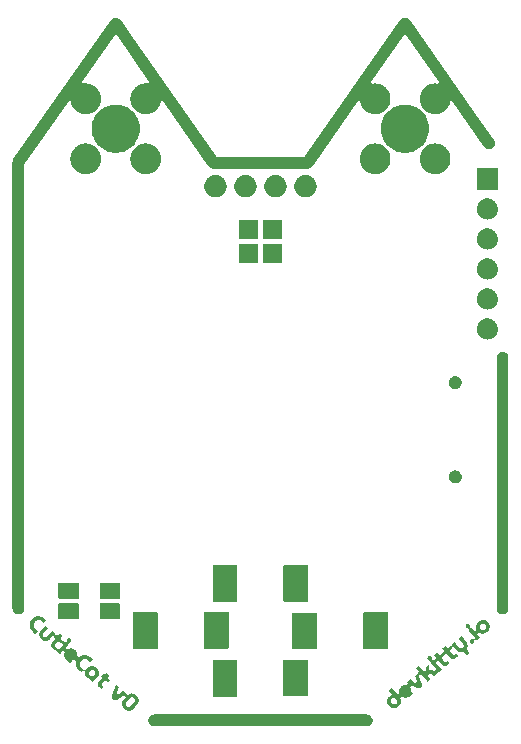
<source format=gts>
G04 #@! TF.GenerationSoftware,KiCad,Pcbnew,7.0.7-7.0.7~ubuntu22.04.1*
G04 #@! TF.CreationDate,2024-07-01T02:54:02-07:00*
G04 #@! TF.ProjectId,v0.0-CutieCat,76302e30-2d43-4757-9469-654361742e6b,rev?*
G04 #@! TF.SameCoordinates,Original*
G04 #@! TF.FileFunction,Soldermask,Top*
G04 #@! TF.FilePolarity,Negative*
%FSLAX46Y46*%
G04 Gerber Fmt 4.6, Leading zero omitted, Abs format (unit mm)*
G04 Created by KiCad (PCBNEW 7.0.7-7.0.7~ubuntu22.04.1) date 2024-07-01 02:54:02*
%MOMM*%
%LPD*%
G01*
G04 APERTURE LIST*
G04 APERTURE END LIST*
G36*
X9003049Y-28095038D02*
G01*
X9058687Y-28098538D01*
X9098517Y-28108764D01*
X9140866Y-28114854D01*
X9164799Y-28125784D01*
X9183696Y-28130636D01*
X9224287Y-28152950D01*
X9270320Y-28173973D01*
X9283844Y-28185691D01*
X9293309Y-28190895D01*
X9334627Y-28229695D01*
X9377875Y-28267170D01*
X9382961Y-28275084D01*
X9384491Y-28276521D01*
X9432309Y-28351870D01*
X9454816Y-28386892D01*
X9471287Y-28442987D01*
X9490168Y-28501096D01*
X9490663Y-28508978D01*
X9494911Y-28523443D01*
X9494911Y-28576482D01*
X9498022Y-28625930D01*
X9494911Y-28642238D01*
X9494911Y-28665757D01*
X9482103Y-28709374D01*
X9474583Y-28748799D01*
X9463797Y-28771719D01*
X9454816Y-28802308D01*
X9434605Y-28833755D01*
X9421324Y-28861981D01*
X9399555Y-28888295D01*
X9377875Y-28922030D01*
X9355882Y-28941086D01*
X9341592Y-28958361D01*
X9306644Y-28983752D01*
X9270320Y-29015227D01*
X9251479Y-29023830D01*
X9240397Y-29031883D01*
X9191163Y-29051376D01*
X9140866Y-29074346D01*
X9128748Y-29076088D01*
X9124097Y-29077930D01*
X9056896Y-29086419D01*
X9000000Y-29094600D01*
X8992139Y-29094600D01*
X-8996078Y-29094600D01*
X-9000000Y-29094600D01*
X-9003051Y-29094161D01*
X-9058687Y-29090661D01*
X-9098508Y-29080436D01*
X-9140866Y-29074346D01*
X-9164804Y-29063413D01*
X-9183696Y-29058563D01*
X-9224276Y-29036254D01*
X-9270320Y-29015227D01*
X-9283847Y-29003505D01*
X-9293309Y-28998304D01*
X-9334613Y-28959516D01*
X-9377875Y-28922030D01*
X-9382963Y-28914112D01*
X-9384491Y-28912678D01*
X-9432258Y-28837407D01*
X-9454816Y-28802308D01*
X-9471290Y-28746201D01*
X-9490168Y-28688103D01*
X-9490663Y-28680221D01*
X-9494911Y-28665757D01*
X-9494911Y-28612716D01*
X-9498022Y-28563269D01*
X-9494911Y-28546960D01*
X-9494911Y-28523443D01*
X-9482104Y-28479827D01*
X-9474583Y-28440400D01*
X-9463796Y-28417478D01*
X-9454816Y-28386892D01*
X-9434607Y-28355447D01*
X-9421324Y-28327218D01*
X-9399552Y-28300900D01*
X-9377875Y-28267170D01*
X-9355885Y-28248115D01*
X-9341592Y-28230838D01*
X-9306636Y-28205441D01*
X-9270320Y-28173973D01*
X-9251483Y-28165370D01*
X-9240397Y-28157316D01*
X-9191146Y-28137816D01*
X-9140866Y-28114854D01*
X-9128752Y-28113112D01*
X-9124097Y-28111269D01*
X-9056868Y-28102776D01*
X-9000000Y-28094600D01*
X9000000Y-28094600D01*
X9003049Y-28095038D01*
G37*
G36*
X-12230066Y-25578056D02*
G01*
X-12230066Y-25578057D01*
X-11974154Y-25792793D01*
X-11974152Y-25792794D01*
X-11964723Y-25800707D01*
X-11967917Y-25807823D01*
X-11967918Y-25807824D01*
X-12181775Y-26284178D01*
X-12037237Y-26405677D01*
X-11597912Y-26108498D01*
X-11591904Y-26113539D01*
X-11591902Y-26113540D01*
X-11339881Y-26325010D01*
X-11339877Y-26325013D01*
X-11330451Y-26332924D01*
X-11332514Y-26334188D01*
X-11288569Y-26388944D01*
X-11198015Y-26406170D01*
X-11150262Y-26378922D01*
X-11141499Y-26374331D01*
X-11134766Y-26370804D01*
X-11118992Y-26363248D01*
X-11102932Y-26356252D01*
X-11086588Y-26349816D01*
X-11074159Y-26345424D01*
X-11069960Y-26343940D01*
X-11053149Y-26338637D01*
X-11046289Y-26336720D01*
X-11036262Y-26333918D01*
X-11027779Y-26331850D01*
X-11019298Y-26329783D01*
X-11002254Y-26326233D01*
X-10985133Y-26323267D01*
X-10967939Y-26320886D01*
X-10950661Y-26319090D01*
X-10933310Y-26317877D01*
X-10924593Y-26317563D01*
X-10915878Y-26317249D01*
X-10898371Y-26317206D01*
X-10898370Y-26317206D01*
X-10898369Y-26317206D01*
X-10886647Y-26317566D01*
X-10880785Y-26317746D01*
X-10863122Y-26318872D01*
X-10854252Y-26319726D01*
X-10845381Y-26320581D01*
X-10827563Y-26322875D01*
X-10825127Y-26323267D01*
X-10809669Y-26325754D01*
X-10791696Y-26329217D01*
X-10773715Y-26333242D01*
X-10763503Y-26335893D01*
X-10755860Y-26337877D01*
X-10738127Y-26343123D01*
X-10720518Y-26348978D01*
X-10703031Y-26355444D01*
X-10685669Y-26362520D01*
X-10668428Y-26370206D01*
X-10651314Y-26378501D01*
X-10643843Y-26382417D01*
X-10634321Y-26387408D01*
X-10620574Y-26395162D01*
X-10617450Y-26396925D01*
X-10600705Y-26407050D01*
X-10584084Y-26417786D01*
X-10576591Y-26422939D01*
X-10567584Y-26429133D01*
X-10551209Y-26441090D01*
X-10534956Y-26453657D01*
X-10518827Y-26466834D01*
X-10510319Y-26474168D01*
X-10503255Y-26480258D01*
X-10488255Y-26493914D01*
X-10473825Y-26507807D01*
X-10459965Y-26521933D01*
X-10454365Y-26527987D01*
X-10446677Y-26536296D01*
X-10433958Y-26550893D01*
X-10426902Y-26559509D01*
X-10421809Y-26565727D01*
X-10410234Y-26580790D01*
X-10406870Y-26585468D01*
X-10399228Y-26596093D01*
X-10388792Y-26611629D01*
X-10378927Y-26627399D01*
X-10369633Y-26643405D01*
X-10360910Y-26659646D01*
X-10352757Y-26676121D01*
X-10347020Y-26688765D01*
X-10345175Y-26692831D01*
X-10338162Y-26709778D01*
X-10331730Y-26726850D01*
X-10325885Y-26743945D01*
X-10320627Y-26761065D01*
X-10319134Y-26766544D01*
X-10315955Y-26778209D01*
X-10314162Y-26785745D01*
X-10311871Y-26795374D01*
X-10308375Y-26812562D01*
X-10305464Y-26829776D01*
X-10304204Y-26839130D01*
X-10303143Y-26847008D01*
X-10301407Y-26864265D01*
X-10300259Y-26881545D01*
X-10299698Y-26898848D01*
X-10299724Y-26916174D01*
X-10300338Y-26933523D01*
X-10301195Y-26945936D01*
X-10301538Y-26950893D01*
X-10303326Y-26968290D01*
X-10305701Y-26985710D01*
X-10308604Y-27003041D01*
X-10311393Y-27016690D01*
X-10312110Y-27020196D01*
X-10316216Y-27037172D01*
X-10318489Y-27045286D01*
X-10320922Y-27053970D01*
X-10326230Y-27070590D01*
X-10332137Y-27087026D01*
X-10338646Y-27103284D01*
X-10345756Y-27119365D01*
X-10353467Y-27135269D01*
X-10361778Y-27150991D01*
X-10370690Y-27166534D01*
X-10379218Y-27180308D01*
X-10380203Y-27181898D01*
X-10390317Y-27197084D01*
X-10401031Y-27212090D01*
X-10407761Y-27220909D01*
X-10412346Y-27226918D01*
X-10424261Y-27241565D01*
X-10717216Y-27590695D01*
X-10729492Y-27604871D01*
X-10742067Y-27618494D01*
X-10754935Y-27631560D01*
X-10768100Y-27644069D01*
X-10781561Y-27656024D01*
X-10795321Y-27667425D01*
X-10809375Y-27678272D01*
X-10820559Y-27686290D01*
X-10823726Y-27688561D01*
X-10838374Y-27698296D01*
X-10853318Y-27707476D01*
X-10868558Y-27716101D01*
X-10884095Y-27724171D01*
X-10899928Y-27731685D01*
X-10916058Y-27738645D01*
X-10932484Y-27745049D01*
X-10949207Y-27750898D01*
X-10966114Y-27756181D01*
X-10970920Y-27757512D01*
X-10983098Y-27760885D01*
X-11000157Y-27765010D01*
X-11017290Y-27768557D01*
X-11034497Y-27771525D01*
X-11051779Y-27773915D01*
X-11069139Y-27775726D01*
X-11086573Y-27776959D01*
X-11104081Y-27777613D01*
X-11121664Y-27777689D01*
X-11121664Y-27777688D01*
X-11121665Y-27777689D01*
X-11127550Y-27777521D01*
X-11139322Y-27777186D01*
X-11157056Y-27776104D01*
X-11165960Y-27775274D01*
X-11174866Y-27774444D01*
X-11192748Y-27772205D01*
X-11210704Y-27769389D01*
X-11228738Y-27765993D01*
X-11246696Y-27762045D01*
X-11264493Y-27757512D01*
X-11282133Y-27752396D01*
X-11291015Y-27749498D01*
X-11299616Y-27746693D01*
X-11316940Y-27740406D01*
X-11334106Y-27733534D01*
X-11351114Y-27726078D01*
X-11367964Y-27718037D01*
X-11384655Y-27709412D01*
X-11391977Y-27705332D01*
X-11401189Y-27700201D01*
X-11417565Y-27690406D01*
X-11433782Y-27680026D01*
X-11438879Y-27676546D01*
X-11449843Y-27669062D01*
X-11465744Y-27657512D01*
X-11481485Y-27645379D01*
X-11497071Y-27632660D01*
X-11512848Y-27619065D01*
X-11528047Y-27605241D01*
X-11542665Y-27591190D01*
X-11556705Y-27576912D01*
X-11570166Y-27562405D01*
X-11583046Y-27547673D01*
X-11595346Y-27532714D01*
X-11607067Y-27517527D01*
X-11618210Y-27502110D01*
X-11623704Y-27493973D01*
X-11628772Y-27486467D01*
X-11638756Y-27470597D01*
X-11638757Y-27470596D01*
X-11648160Y-27454499D01*
X-11656984Y-27438175D01*
X-11665229Y-27421621D01*
X-11665841Y-27420282D01*
X-11672894Y-27404841D01*
X-11677613Y-27393515D01*
X-11679980Y-27387835D01*
X-11686454Y-27370667D01*
X-11690008Y-27360287D01*
X-11692340Y-27353475D01*
X-11696850Y-27338825D01*
X-11697639Y-27336263D01*
X-11701107Y-27323575D01*
X-11702351Y-27319025D01*
X-11704954Y-27308135D01*
X-11706477Y-27301765D01*
X-11710013Y-27284484D01*
X-11712964Y-27267177D01*
X-11714864Y-27253241D01*
X-11715327Y-27249850D01*
X-11716808Y-27235380D01*
X-11717103Y-27232501D01*
X-11717896Y-27220909D01*
X-11718067Y-27218409D01*
X-11390381Y-27218409D01*
X-11390316Y-27223408D01*
X-11389625Y-27236460D01*
X-11389158Y-27241465D01*
X-11387414Y-27254469D01*
X-11386555Y-27259376D01*
X-11383690Y-27272626D01*
X-11382610Y-27276886D01*
X-11379626Y-27287137D01*
X-11378455Y-27290746D01*
X-11374715Y-27301186D01*
X-11373242Y-27304917D01*
X-11368819Y-27315143D01*
X-11367125Y-27318742D01*
X-11362083Y-27328622D01*
X-11360156Y-27332118D01*
X-11354518Y-27341616D01*
X-11352370Y-27344985D01*
X-11346099Y-27354159D01*
X-11343762Y-27357355D01*
X-11336825Y-27366239D01*
X-11334352Y-27369211D01*
X-11326701Y-27377851D01*
X-11324098Y-27380616D01*
X-11315693Y-27389018D01*
X-11313029Y-27391529D01*
X-11303896Y-27399648D01*
X-11301152Y-27401950D01*
X-11291773Y-27409370D01*
X-11288823Y-27411566D01*
X-11279363Y-27418186D01*
X-11276163Y-27420282D01*
X-11266625Y-27426121D01*
X-11263218Y-27428063D01*
X-11253563Y-27433170D01*
X-11249964Y-27434929D01*
X-11240171Y-27439332D01*
X-11236425Y-27440872D01*
X-11226458Y-27444597D01*
X-11222602Y-27445897D01*
X-11212393Y-27448973D01*
X-11208489Y-27450013D01*
X-11198129Y-27452416D01*
X-11193953Y-27453236D01*
X-11183634Y-27454900D01*
X-11179307Y-27455444D01*
X-11165840Y-27456660D01*
X-11160862Y-27456910D01*
X-11159116Y-27456928D01*
X-11147889Y-27457044D01*
X-11142843Y-27456893D01*
X-11130003Y-27455986D01*
X-11124970Y-27455425D01*
X-11112154Y-27453468D01*
X-11107257Y-27452518D01*
X-11093927Y-27449375D01*
X-11090138Y-27448355D01*
X-11083146Y-27446235D01*
X-11079841Y-27445131D01*
X-11071811Y-27442199D01*
X-11069661Y-27441414D01*
X-11065567Y-27439752D01*
X-11056502Y-27435693D01*
X-11051992Y-27433452D01*
X-11040675Y-27427247D01*
X-11035874Y-27424326D01*
X-11025097Y-27417088D01*
X-11021065Y-27414140D01*
X-11020950Y-27414049D01*
X-11017825Y-27411566D01*
X-11013156Y-27407856D01*
X-11009859Y-27405045D01*
X-11003956Y-27399648D01*
X-11001951Y-27397815D01*
X-10998957Y-27394885D01*
X-10990929Y-27386485D01*
X-10988899Y-27384255D01*
X-10984817Y-27379544D01*
X-10730125Y-27076015D01*
X-10678440Y-27014419D01*
X-10674515Y-27009433D01*
X-10669951Y-27003633D01*
X-10667568Y-27000393D01*
X-10661239Y-26991175D01*
X-10658952Y-26987589D01*
X-10653515Y-26978384D01*
X-10651419Y-26974533D01*
X-10646925Y-26965529D01*
X-10644839Y-26960878D01*
X-10640079Y-26948992D01*
X-10638183Y-26943536D01*
X-10634675Y-26931705D01*
X-10633284Y-26926065D01*
X-10630602Y-26912504D01*
X-10629706Y-26906395D01*
X-10629400Y-26903228D01*
X-10628283Y-26891656D01*
X-10628007Y-26886819D01*
X-10627766Y-26873679D01*
X-10627871Y-26868737D01*
X-10628339Y-26861033D01*
X-10628660Y-26855757D01*
X-10629156Y-26850846D01*
X-10630981Y-26837944D01*
X-10631862Y-26833106D01*
X-10634735Y-26820233D01*
X-10635972Y-26815556D01*
X-10640150Y-26801913D01*
X-10641191Y-26798812D01*
X-10643164Y-26793411D01*
X-10647988Y-26781648D01*
X-10649670Y-26777904D01*
X-10654326Y-26768397D01*
X-10656256Y-26764766D01*
X-10661522Y-26755611D01*
X-10663681Y-26752131D01*
X-10669591Y-26743278D01*
X-10671945Y-26739991D01*
X-10678508Y-26731437D01*
X-10681041Y-26728349D01*
X-10688315Y-26720043D01*
X-10690962Y-26717205D01*
X-10698989Y-26709127D01*
X-10701726Y-26706535D01*
X-10710550Y-26698675D01*
X-10713297Y-26696368D01*
X-10722907Y-26688760D01*
X-10725813Y-26686594D01*
X-10735589Y-26679748D01*
X-10738693Y-26677712D01*
X-10748566Y-26671653D01*
X-10751901Y-26669747D01*
X-10761908Y-26664431D01*
X-10765391Y-26662719D01*
X-10775579Y-26658107D01*
X-10779216Y-26656599D01*
X-10789606Y-26652674D01*
X-10793338Y-26651399D01*
X-10803948Y-26648150D01*
X-10807764Y-26647112D01*
X-10818876Y-26644467D01*
X-10822310Y-26643753D01*
X-10833457Y-26641762D01*
X-10837328Y-26641196D01*
X-10848123Y-26639962D01*
X-10852110Y-26639638D01*
X-10852356Y-26639625D01*
X-10862465Y-26639127D01*
X-10867029Y-26639071D01*
X-10880378Y-26639400D01*
X-10885501Y-26639739D01*
X-10897990Y-26641085D01*
X-10898469Y-26641137D01*
X-10903550Y-26641897D01*
X-10906046Y-26642376D01*
X-10916772Y-26644435D01*
X-10921187Y-26645451D01*
X-10932701Y-26648546D01*
X-10937428Y-26650022D01*
X-10944276Y-26652464D01*
X-10948618Y-26654014D01*
X-10952828Y-26655690D01*
X-10961807Y-26659648D01*
X-10966427Y-26661915D01*
X-10977966Y-26668183D01*
X-10982364Y-26670811D01*
X-10990624Y-26676224D01*
X-10994272Y-26678807D01*
X-11002509Y-26685099D01*
X-11005913Y-26687894D01*
X-11007465Y-26689263D01*
X-11013934Y-26694971D01*
X-11017039Y-26697905D01*
X-11025028Y-26705989D01*
X-11027475Y-26708611D01*
X-11034020Y-26716042D01*
X-11126564Y-26826331D01*
X-11340402Y-27081173D01*
X-11348727Y-27091765D01*
X-11351182Y-27095112D01*
X-11357380Y-27104178D01*
X-11359690Y-27107820D01*
X-11362499Y-27112606D01*
X-11363845Y-27114901D01*
X-11365024Y-27116909D01*
X-11367151Y-27120851D01*
X-11371548Y-27129749D01*
X-11373629Y-27134433D01*
X-11378332Y-27146310D01*
X-11380211Y-27151782D01*
X-11383698Y-27163707D01*
X-11385057Y-27169297D01*
X-11387742Y-27183074D01*
X-11388595Y-27188904D01*
X-11388671Y-27189671D01*
X-11389739Y-27200529D01*
X-11390016Y-27204940D01*
X-11390381Y-27218409D01*
X-11718067Y-27218409D01*
X-11718293Y-27215121D01*
X-11718893Y-27197728D01*
X-11718908Y-27180307D01*
X-11718335Y-27162865D01*
X-11717176Y-27145400D01*
X-11717034Y-27143983D01*
X-11715429Y-27127910D01*
X-11715374Y-27127501D01*
X-11713095Y-27110399D01*
X-11712349Y-27105958D01*
X-11710169Y-27092971D01*
X-11706648Y-27075732D01*
X-11702531Y-27058683D01*
X-11698155Y-27043026D01*
X-11697819Y-27041823D01*
X-11692511Y-27025154D01*
X-11686607Y-27008673D01*
X-11680108Y-26992384D01*
X-11673015Y-26976285D01*
X-11668223Y-26966372D01*
X-11665323Y-26960372D01*
X-11659952Y-26950181D01*
X-11657037Y-26944650D01*
X-11648156Y-26929118D01*
X-11638679Y-26913779D01*
X-11638276Y-26913173D01*
X-11628606Y-26898624D01*
X-11623654Y-26891679D01*
X-11617937Y-26883661D01*
X-11606674Y-26868889D01*
X-11594814Y-26854305D01*
X-11586958Y-26844943D01*
X-11399144Y-26621114D01*
X-11537914Y-26460073D01*
X-12152582Y-26836788D01*
X-12152581Y-26836788D01*
X-12154742Y-26837968D01*
X-12167512Y-26844943D01*
X-12182689Y-26852084D01*
X-12182696Y-26852086D01*
X-12182702Y-26852089D01*
X-12182807Y-26852131D01*
X-12198118Y-26858214D01*
X-12198125Y-26858216D01*
X-12198126Y-26858217D01*
X-12206644Y-26860997D01*
X-12213800Y-26863333D01*
X-12229735Y-26867441D01*
X-12229738Y-26867441D01*
X-12229739Y-26867442D01*
X-12245920Y-26870538D01*
X-12245917Y-26870537D01*
X-12245922Y-26870537D01*
X-12245924Y-26870538D01*
X-12247288Y-26870711D01*
X-12262364Y-26872624D01*
X-12262365Y-26872624D01*
X-12279059Y-26873699D01*
X-12296007Y-26873763D01*
X-12313207Y-26872816D01*
X-12322427Y-26871868D01*
X-12324826Y-26871622D01*
X-12324822Y-26871622D01*
X-12342107Y-26868994D01*
X-12342108Y-26868994D01*
X-12359085Y-26865462D01*
X-12375730Y-26861033D01*
X-12377338Y-26860508D01*
X-12392069Y-26855700D01*
X-12408085Y-26849466D01*
X-12408086Y-26849465D01*
X-12408095Y-26849462D01*
X-12408094Y-26849462D01*
X-12423783Y-26842332D01*
X-12439154Y-26834301D01*
X-12442129Y-26832536D01*
X-12445586Y-26830484D01*
X-12454213Y-26825365D01*
X-12454215Y-26825364D01*
X-12468962Y-26815523D01*
X-12468960Y-26815525D01*
X-12483384Y-26804785D01*
X-12483761Y-26804479D01*
X-12492822Y-26797125D01*
X-12497048Y-26793400D01*
X-12506395Y-26785163D01*
X-12506407Y-26785151D01*
X-12506413Y-26785146D01*
X-12519189Y-26772697D01*
X-12531152Y-26759780D01*
X-12531154Y-26759777D01*
X-12531161Y-26759770D01*
X-12542303Y-26746392D01*
X-12542304Y-26746390D01*
X-12545654Y-26741899D01*
X-12552637Y-26732538D01*
X-12562159Y-26718214D01*
X-12563045Y-26716710D01*
X-12570864Y-26703426D01*
X-12570867Y-26703421D01*
X-12578761Y-26688159D01*
X-12585841Y-26672428D01*
X-12592108Y-26656228D01*
X-12595833Y-26645168D01*
X-12600580Y-26628402D01*
X-12604274Y-26611705D01*
X-12604274Y-26611703D01*
X-12604277Y-26611691D01*
X-12604276Y-26611692D01*
X-12606915Y-26595075D01*
X-12607103Y-26593119D01*
X-12608503Y-26578519D01*
X-12609039Y-26562021D01*
X-12609039Y-26562020D01*
X-12608522Y-26545594D01*
X-12606952Y-26529236D01*
X-12606952Y-26529235D01*
X-12604329Y-26512944D01*
X-12601396Y-26500000D01*
X-12600654Y-26496723D01*
X-12598949Y-26490896D01*
X-12595928Y-26480575D01*
X-12595927Y-26480574D01*
X-12595926Y-26480569D01*
X-12592189Y-26469837D01*
X-12252591Y-25609068D01*
X-12242316Y-25583024D01*
X-12242315Y-25583023D01*
X-12237797Y-25571570D01*
X-12230066Y-25578056D01*
G37*
G36*
X17036147Y-21491343D02*
G01*
X17036148Y-21491344D01*
X17425987Y-21955936D01*
X17438939Y-21971967D01*
X17447892Y-21983952D01*
X17451125Y-21988280D01*
X17462548Y-22004873D01*
X17462955Y-22005518D01*
X17473205Y-22021745D01*
X17483098Y-22038902D01*
X17509830Y-22089959D01*
X17521074Y-22128858D01*
X17521081Y-22128878D01*
X17523998Y-22138972D01*
X17524702Y-22141407D01*
X17529508Y-22160284D01*
X17532721Y-22175637D01*
X17533476Y-22179247D01*
X17536605Y-22198292D01*
X17538895Y-22217418D01*
X17540345Y-22236627D01*
X17540957Y-22255917D01*
X17540729Y-22275290D01*
X17540400Y-22281303D01*
X17539663Y-22294743D01*
X17537757Y-22314282D01*
X17535012Y-22333899D01*
X17532716Y-22347026D01*
X17530861Y-22355697D01*
X17529602Y-22361586D01*
X17528537Y-22366562D01*
X17528538Y-22366561D01*
X17527366Y-22371007D01*
X17523427Y-22385968D01*
X17521857Y-22390975D01*
X17517393Y-22405212D01*
X17517393Y-22405210D01*
X17510426Y-22424325D01*
X17510426Y-22424323D01*
X17510423Y-22424331D01*
X17502527Y-22443295D01*
X17493702Y-22462113D01*
X17483949Y-22480786D01*
X17483935Y-22480809D01*
X17466686Y-22513831D01*
X17474899Y-22589319D01*
X17553067Y-22682476D01*
X17711292Y-22871041D01*
X17461512Y-23080631D01*
X17452975Y-23070457D01*
X17224797Y-22798526D01*
X17149791Y-22777832D01*
X17130326Y-22784592D01*
X17130255Y-22784620D01*
X17110060Y-22791631D01*
X17089880Y-22797739D01*
X17069716Y-22802942D01*
X17049566Y-22807242D01*
X17037795Y-22809228D01*
X17029432Y-22810639D01*
X17009313Y-22813131D01*
X16992042Y-22814496D01*
X16989208Y-22814720D01*
X16975814Y-22815277D01*
X16955838Y-22815301D01*
X16955837Y-22815300D01*
X16955837Y-22815301D01*
X16936066Y-22814496D01*
X16916502Y-22812866D01*
X16901507Y-22810959D01*
X16897140Y-22810405D01*
X16877985Y-22807118D01*
X16868866Y-22805138D01*
X16859033Y-22803003D01*
X16849661Y-22800531D01*
X16840288Y-22798060D01*
X16829661Y-22794753D01*
X16821746Y-22792290D01*
X16808091Y-22787376D01*
X16803411Y-22785692D01*
X16785280Y-22778266D01*
X16778017Y-22774984D01*
X16773304Y-22772854D01*
X16702609Y-22737893D01*
X16643842Y-22683222D01*
X16629583Y-22668853D01*
X16615749Y-22653782D01*
X16606765Y-22643343D01*
X16395002Y-22390975D01*
X16248365Y-22421810D01*
X16226012Y-22498500D01*
X16227870Y-22500714D01*
X16057194Y-22643927D01*
X16048170Y-22747084D01*
X16300213Y-23047458D01*
X16403371Y-23056483D01*
X16564617Y-22921184D01*
X16564619Y-22921182D01*
X16574047Y-22913272D01*
X16700065Y-23063453D01*
X16735526Y-23105714D01*
X16749020Y-23121795D01*
X16622938Y-23227590D01*
X16514677Y-23318433D01*
X16500448Y-23329940D01*
X16486178Y-23340620D01*
X16479021Y-23345545D01*
X16471866Y-23350471D01*
X16457513Y-23359493D01*
X16443120Y-23367687D01*
X16428685Y-23375053D01*
X16414208Y-23381590D01*
X16399691Y-23387298D01*
X16399684Y-23387300D01*
X16399685Y-23387300D01*
X16385142Y-23392175D01*
X16385135Y-23392176D01*
X16385132Y-23392178D01*
X16373435Y-23395424D01*
X16370527Y-23396231D01*
X16370526Y-23396231D01*
X16355895Y-23399452D01*
X16355897Y-23399452D01*
X16341202Y-23401849D01*
X16341204Y-23401849D01*
X16332935Y-23402727D01*
X16326483Y-23403414D01*
X16326477Y-23403414D01*
X16326476Y-23403415D01*
X16311730Y-23404152D01*
X16311719Y-23404151D01*
X16311718Y-23404152D01*
X16301266Y-23404087D01*
X16296906Y-23404061D01*
X16296908Y-23404061D01*
X16282062Y-23403142D01*
X16282063Y-23403142D01*
X16267299Y-23401352D01*
X16252734Y-23398780D01*
X16238367Y-23395424D01*
X16231559Y-23393435D01*
X16224197Y-23391286D01*
X16224199Y-23391286D01*
X16213142Y-23387390D01*
X16210233Y-23386365D01*
X16210232Y-23386365D01*
X16196467Y-23380662D01*
X16196463Y-23380660D01*
X16196459Y-23380659D01*
X16182886Y-23374171D01*
X16182877Y-23374166D01*
X16182878Y-23374167D01*
X16169499Y-23366893D01*
X16169497Y-23366891D01*
X16156342Y-23358850D01*
X16156342Y-23358849D01*
X16156337Y-23358846D01*
X16143360Y-23350009D01*
X16130581Y-23340388D01*
X16125534Y-23336214D01*
X16118001Y-23329985D01*
X16105620Y-23318798D01*
X16093438Y-23306829D01*
X16081453Y-23294077D01*
X16069668Y-23280540D01*
X15798110Y-22956911D01*
X15694951Y-22947886D01*
X15652322Y-22983657D01*
X15634494Y-22998617D01*
X15616051Y-23014092D01*
X15614190Y-23011874D01*
X15599094Y-23013526D01*
X15540983Y-23062283D01*
X15536732Y-23076872D01*
X15538591Y-23079088D01*
X15367915Y-23222300D01*
X15358891Y-23325459D01*
X15480669Y-23470589D01*
X15608381Y-23622791D01*
X15610934Y-23625833D01*
X15714092Y-23634858D01*
X15875335Y-23499560D01*
X15875339Y-23499557D01*
X15884768Y-23491646D01*
X15892679Y-23501074D01*
X15892680Y-23501075D01*
X15917883Y-23531111D01*
X16059740Y-23700170D01*
X15825396Y-23896808D01*
X15811167Y-23908315D01*
X15796898Y-23918995D01*
X15782586Y-23928845D01*
X15768234Y-23937868D01*
X15754088Y-23945920D01*
X15753829Y-23946067D01*
X15753830Y-23946067D01*
X15744634Y-23950758D01*
X15739405Y-23953427D01*
X15739404Y-23953427D01*
X15739404Y-23953428D01*
X15733090Y-23956278D01*
X15724929Y-23959964D01*
X15724922Y-23959966D01*
X15724922Y-23959967D01*
X15710410Y-23965673D01*
X15710410Y-23965672D01*
X15695852Y-23970552D01*
X15695853Y-23970552D01*
X15691300Y-23971815D01*
X15681252Y-23974604D01*
X15673058Y-23976407D01*
X15666612Y-23977827D01*
X15666613Y-23977826D01*
X15666610Y-23977827D01*
X15657015Y-23979391D01*
X15651922Y-23980223D01*
X15651924Y-23980223D01*
X15643655Y-23981101D01*
X15637203Y-23981788D01*
X15637197Y-23981788D01*
X15637196Y-23981789D01*
X15622450Y-23982526D01*
X15622439Y-23982525D01*
X15622438Y-23982526D01*
X15611986Y-23982461D01*
X15607626Y-23982435D01*
X15607628Y-23982435D01*
X15592789Y-23981517D01*
X15582105Y-23980222D01*
X15578020Y-23979727D01*
X15578019Y-23979727D01*
X15567264Y-23977827D01*
X15563454Y-23977154D01*
X15549088Y-23973799D01*
X15549087Y-23973799D01*
X15534913Y-23969658D01*
X15534912Y-23969657D01*
X15527549Y-23967063D01*
X15520963Y-23964743D01*
X15520961Y-23964742D01*
X15520958Y-23964741D01*
X15520950Y-23964738D01*
X15511601Y-23960865D01*
X15507185Y-23959036D01*
X15507186Y-23959036D01*
X15507179Y-23959033D01*
X15493606Y-23952545D01*
X15480233Y-23945274D01*
X15480223Y-23945268D01*
X15480222Y-23945268D01*
X15467064Y-23937225D01*
X15467063Y-23937224D01*
X15459510Y-23932081D01*
X15454080Y-23928383D01*
X15453890Y-23928240D01*
X15441305Y-23918766D01*
X15441305Y-23918765D01*
X15441302Y-23918763D01*
X15436677Y-23914938D01*
X15428721Y-23908359D01*
X15416341Y-23897173D01*
X15404158Y-23885203D01*
X15392176Y-23872452D01*
X15389995Y-23869948D01*
X15380388Y-23858915D01*
X15108828Y-23535283D01*
X15005672Y-23526259D01*
X14926771Y-23592466D01*
X14925195Y-23590588D01*
X14879833Y-23615475D01*
X14858030Y-23731689D01*
X15339027Y-24304919D01*
X15088125Y-24515451D01*
X15085344Y-24512137D01*
X15020053Y-24493107D01*
X14917688Y-24579002D01*
X14925092Y-24646605D01*
X14927873Y-24649919D01*
X14678093Y-24859509D01*
X14670109Y-24849994D01*
X14540330Y-24695330D01*
X14529892Y-24683824D01*
X14526376Y-24680249D01*
X14517300Y-24671736D01*
X14513305Y-24668294D01*
X14511696Y-24667022D01*
X14503984Y-24660925D01*
X14499577Y-24657744D01*
X14489934Y-24651401D01*
X14485188Y-24648572D01*
X14475134Y-24643169D01*
X14470160Y-24640773D01*
X14457440Y-24635330D01*
X14453699Y-24633969D01*
X14450616Y-24632869D01*
X14437717Y-24628967D01*
X14436698Y-24628659D01*
X14432070Y-24627451D01*
X14420525Y-24624905D01*
X14415730Y-24624044D01*
X14404259Y-24622448D01*
X14399326Y-24621963D01*
X14387883Y-24621294D01*
X14382937Y-24621203D01*
X14371409Y-24621454D01*
X14366515Y-24621754D01*
X14353655Y-24623056D01*
X14350355Y-24623504D01*
X14348169Y-24623846D01*
X14344938Y-24624398D01*
X14331993Y-24627126D01*
X14326758Y-24628469D01*
X14315891Y-24631767D01*
X14310831Y-24633546D01*
X14300195Y-24637814D01*
X14295352Y-24640002D01*
X14284834Y-24645307D01*
X14280362Y-24647802D01*
X14269910Y-24654214D01*
X14265800Y-24656966D01*
X14254803Y-24664984D01*
X14252211Y-24666982D01*
X14247865Y-24670521D01*
X14154931Y-24748500D01*
X14145906Y-24851658D01*
X14319004Y-25057950D01*
X14369658Y-25118317D01*
X14120439Y-25327436D01*
X14099053Y-25301949D01*
X13582417Y-24686247D01*
X13399725Y-24794943D01*
X13545705Y-25165475D01*
X13673723Y-25490416D01*
X13679157Y-25506523D01*
X13683554Y-25522709D01*
X13686911Y-25538968D01*
X13689229Y-25555301D01*
X13689229Y-25555302D01*
X13690497Y-25571570D01*
X13690508Y-25571707D01*
X13690747Y-25588187D01*
X13689946Y-25604741D01*
X13688106Y-25621368D01*
X13685226Y-25638069D01*
X13681307Y-25654844D01*
X13678116Y-25666068D01*
X13672524Y-25682640D01*
X13672049Y-25683830D01*
X13666098Y-25698748D01*
X13663292Y-25704792D01*
X13660997Y-25709737D01*
X13658841Y-25714380D01*
X13650760Y-25729529D01*
X13650759Y-25729530D01*
X13650756Y-25729535D01*
X13641836Y-25744226D01*
X13635595Y-25753328D01*
X13632082Y-25758450D01*
X13632082Y-25758451D01*
X13621511Y-25772183D01*
X13621512Y-25772183D01*
X13621502Y-25772194D01*
X13621501Y-25772196D01*
X13610085Y-25785475D01*
X13609010Y-25786599D01*
X13597835Y-25798288D01*
X13597835Y-25798287D01*
X13594499Y-25801434D01*
X13584758Y-25810623D01*
X13575576Y-25818587D01*
X13561418Y-25829891D01*
X13546940Y-25840312D01*
X13536770Y-25846867D01*
X13532131Y-25849857D01*
X13532132Y-25849856D01*
X13517023Y-25858505D01*
X13517021Y-25858506D01*
X13517022Y-25858506D01*
X13501590Y-25866275D01*
X13501586Y-25866276D01*
X13501583Y-25866278D01*
X13497511Y-25868058D01*
X13485831Y-25873164D01*
X13485833Y-25873163D01*
X13485830Y-25873164D01*
X13485823Y-25873167D01*
X13475103Y-25877171D01*
X13469738Y-25879176D01*
X13469737Y-25879176D01*
X13453340Y-25884299D01*
X13453340Y-25884298D01*
X13436620Y-25888539D01*
X13419579Y-25891897D01*
X13408039Y-25893646D01*
X13390705Y-25895409D01*
X13373619Y-25896147D01*
X13356784Y-25895861D01*
X13340198Y-25894549D01*
X13329291Y-25892988D01*
X13323867Y-25892213D01*
X13323866Y-25892213D01*
X13322353Y-25891897D01*
X13307775Y-25888851D01*
X13307770Y-25888850D01*
X13307771Y-25888850D01*
X13291949Y-25884467D01*
X13291948Y-25884467D01*
X13291944Y-25884465D01*
X13291938Y-25884464D01*
X13276350Y-25879053D01*
X13276345Y-25879051D01*
X13261010Y-25872615D01*
X13245931Y-25865158D01*
X13245930Y-25865157D01*
X13245925Y-25865155D01*
X13236005Y-25859611D01*
X12798035Y-25590900D01*
X12658745Y-25743286D01*
X12716544Y-25820909D01*
X12726452Y-25834214D01*
X12735495Y-25846768D01*
X12744172Y-25859100D01*
X12752717Y-25872159D01*
X12760579Y-25885532D01*
X12766013Y-25896247D01*
X12760791Y-25900628D01*
X12760546Y-25901065D01*
X12719537Y-25941642D01*
X12725348Y-26053524D01*
X12782881Y-26099698D01*
X12784758Y-26098124D01*
X12957140Y-26303561D01*
X12859507Y-26385484D01*
X12712693Y-26508676D01*
X12701696Y-26517686D01*
X12695150Y-26523050D01*
X12677535Y-26536794D01*
X12659848Y-26549908D01*
X12642087Y-26562391D01*
X12624253Y-26574245D01*
X12606347Y-26585468D01*
X12588368Y-26596062D01*
X12570316Y-26606025D01*
X12552189Y-26615359D01*
X12533992Y-26624063D01*
X12515723Y-26632135D01*
X12497380Y-26639578D01*
X12491110Y-26641897D01*
X12478962Y-26646391D01*
X12460473Y-26652573D01*
X12441910Y-26658126D01*
X12432592Y-26660587D01*
X12423276Y-26663049D01*
X12404657Y-26667281D01*
X12386135Y-26670892D01*
X12376670Y-26672427D01*
X12367705Y-26673881D01*
X12349372Y-26676249D01*
X12334214Y-26677701D01*
X12331134Y-26677996D01*
X12312992Y-26679120D01*
X12294942Y-26679624D01*
X12276988Y-26679506D01*
X12271036Y-26679259D01*
X12259130Y-26678766D01*
X12245230Y-26677701D01*
X12241366Y-26677405D01*
X12223699Y-26675423D01*
X12206125Y-26672818D01*
X12194397Y-26670654D01*
X12188646Y-26669593D01*
X12171263Y-26665746D01*
X12153976Y-26661277D01*
X12136782Y-26656187D01*
X12119746Y-26650447D01*
X12102986Y-26644096D01*
X12086502Y-26637136D01*
X12070296Y-26629567D01*
X12054367Y-26621387D01*
X12038714Y-26612598D01*
X11952397Y-26559840D01*
X11814058Y-26681780D01*
X11852464Y-26767146D01*
X11859807Y-26785015D01*
X11866493Y-26802969D01*
X11872521Y-26821006D01*
X11877892Y-26839129D01*
X11879397Y-26844943D01*
X11882605Y-26857337D01*
X11883935Y-26863334D01*
X11885166Y-26868889D01*
X11886661Y-26875629D01*
X11890100Y-26893903D01*
X11892892Y-26912114D01*
X11895037Y-26930262D01*
X11896536Y-26948348D01*
X11897388Y-26966371D01*
X11897593Y-26984331D01*
X11897152Y-27002229D01*
X11896064Y-27020063D01*
X11894329Y-27037836D01*
X11891948Y-27055545D01*
X11888920Y-27073192D01*
X11888153Y-27076861D01*
X11885245Y-27090777D01*
X11881434Y-27106232D01*
X11880924Y-27108298D01*
X11875956Y-27125757D01*
X11870341Y-27143153D01*
X11864079Y-27160487D01*
X11857206Y-27177663D01*
X11849685Y-27194647D01*
X11841517Y-27211438D01*
X11836486Y-27220909D01*
X11832700Y-27228038D01*
X11823238Y-27244442D01*
X11813128Y-27260653D01*
X11802369Y-27276674D01*
X11790962Y-27292503D01*
X11778911Y-27308135D01*
X11766211Y-27323575D01*
X11752861Y-27338825D01*
X11738865Y-27353882D01*
X11724223Y-27368745D01*
X11708932Y-27383415D01*
X11692994Y-27397893D01*
X11676409Y-27412177D01*
X11663440Y-27422843D01*
X11657984Y-27427148D01*
X11650424Y-27433114D01*
X11647013Y-27435693D01*
X11637363Y-27442990D01*
X11634403Y-27445131D01*
X11624254Y-27452474D01*
X11611101Y-27461560D01*
X11611099Y-27461561D01*
X11597896Y-27470256D01*
X11584647Y-27478556D01*
X11583036Y-27479514D01*
X11571352Y-27486462D01*
X11564315Y-27490423D01*
X11558009Y-27493973D01*
X11551848Y-27497248D01*
X11544620Y-27501091D01*
X11531181Y-27507815D01*
X11517699Y-27514145D01*
X11504171Y-27520079D01*
X11490595Y-27525620D01*
X11480367Y-27529406D01*
X11470141Y-27533192D01*
X11466720Y-27534355D01*
X11463301Y-27535519D01*
X11458447Y-27537018D01*
X11442735Y-27541872D01*
X11422208Y-27547368D01*
X11401719Y-27552009D01*
X11381269Y-27555794D01*
X11360857Y-27558722D01*
X11340483Y-27560795D01*
X11330315Y-27561403D01*
X11320149Y-27562011D01*
X11299852Y-27562372D01*
X11299851Y-27562371D01*
X11299851Y-27562372D01*
X11279592Y-27561876D01*
X11259371Y-27560525D01*
X11245913Y-27559148D01*
X11242835Y-27558722D01*
X11225867Y-27556374D01*
X11205973Y-27552841D01*
X11186234Y-27548549D01*
X11166647Y-27543498D01*
X11147214Y-27537687D01*
X11127934Y-27531118D01*
X11108807Y-27523789D01*
X11103928Y-27521709D01*
X11089832Y-27515701D01*
X11071014Y-27506855D01*
X11052347Y-27497249D01*
X11039986Y-27490423D01*
X11021602Y-27479514D01*
X11003515Y-27467877D01*
X10985725Y-27455512D01*
X10968232Y-27442419D01*
X10956734Y-27433286D01*
X10945369Y-27423829D01*
X10941295Y-27420282D01*
X10934135Y-27414049D01*
X10924020Y-27404841D01*
X10923034Y-27403944D01*
X10912064Y-27393515D01*
X10901227Y-27382764D01*
X10890521Y-27371688D01*
X10879947Y-27360289D01*
X10869505Y-27348566D01*
X10866440Y-27344985D01*
X10859195Y-27336521D01*
X10846453Y-27320936D01*
X10834306Y-27305265D01*
X10822760Y-27289512D01*
X10811807Y-27273668D01*
X10811130Y-27272626D01*
X10801451Y-27257740D01*
X10791693Y-27241726D01*
X10782531Y-27225627D01*
X10773965Y-27209441D01*
X10765997Y-27193169D01*
X10758625Y-27176812D01*
X10753133Y-27163484D01*
X10751848Y-27160367D01*
X10745671Y-27143840D01*
X10740089Y-27127224D01*
X10735104Y-27110523D01*
X10730715Y-27093736D01*
X10727893Y-27081173D01*
X10726924Y-27076861D01*
X10725235Y-27067931D01*
X10723718Y-27059911D01*
X10721083Y-27043026D01*
X10719014Y-27026199D01*
X10717512Y-27009433D01*
X10717470Y-27008674D01*
X10716578Y-26992731D01*
X10716212Y-26976090D01*
X10716413Y-26959511D01*
X10716769Y-26951845D01*
X10717044Y-26945936D01*
X11049056Y-26945936D01*
X11049353Y-26958091D01*
X11049608Y-26962401D01*
X11050054Y-26967163D01*
X11050771Y-26974796D01*
X11051298Y-26978912D01*
X11053348Y-26991536D01*
X11054133Y-26995541D01*
X11057112Y-27008476D01*
X11058092Y-27012202D01*
X11061931Y-27025154D01*
X11061971Y-27025288D01*
X11063132Y-27028814D01*
X11067877Y-27041894D01*
X11069214Y-27045267D01*
X11073643Y-27055545D01*
X11074814Y-27058262D01*
X11076326Y-27061511D01*
X11082814Y-27074467D01*
X11084447Y-27077514D01*
X11089492Y-27086327D01*
X11091847Y-27090441D01*
X11093591Y-27093306D01*
X11101943Y-27106232D01*
X11103757Y-27108888D01*
X11113080Y-27121807D01*
X11114942Y-27124258D01*
X11117313Y-27127223D01*
X11126181Y-27138315D01*
X11135874Y-27149463D01*
X11148072Y-27162341D01*
X11150296Y-27164574D01*
X11161650Y-27175411D01*
X11164084Y-27177615D01*
X11172038Y-27184446D01*
X11175625Y-27187526D01*
X11178266Y-27189671D01*
X11190000Y-27198686D01*
X11192833Y-27200739D01*
X11204798Y-27208910D01*
X11207803Y-27210838D01*
X11213225Y-27214101D01*
X11219985Y-27218169D01*
X11223159Y-27219956D01*
X11229144Y-27223098D01*
X11237162Y-27227307D01*
X11241407Y-27229334D01*
X11244639Y-27230730D01*
X11255409Y-27235380D01*
X11259181Y-27236866D01*
X11271401Y-27241226D01*
X11275405Y-27242505D01*
X11287531Y-27245932D01*
X11291731Y-27246964D01*
X11300498Y-27248799D01*
X11303121Y-27249348D01*
X11303776Y-27249485D01*
X11308101Y-27250232D01*
X11313259Y-27250938D01*
X11320142Y-27251879D01*
X11324544Y-27252323D01*
X11336620Y-27253109D01*
X11341045Y-27253241D01*
X11353256Y-27253170D01*
X11357629Y-27252992D01*
X11369740Y-27252072D01*
X11374513Y-27251525D01*
X11379161Y-27250809D01*
X11386288Y-27249712D01*
X11391003Y-27248799D01*
X11402530Y-27246102D01*
X11407174Y-27244825D01*
X11418475Y-27241244D01*
X11422960Y-27239632D01*
X11434172Y-27235113D01*
X11438452Y-27233198D01*
X11449583Y-27227709D01*
X11453572Y-27225559D01*
X11464699Y-27219030D01*
X11468375Y-27216697D01*
X11479515Y-27209071D01*
X11482842Y-27206629D01*
X11494001Y-27197854D01*
X11497005Y-27195336D01*
X11508011Y-27185505D01*
X11510944Y-27182709D01*
X11520722Y-27172764D01*
X11523637Y-27169587D01*
X11532217Y-27159564D01*
X11535046Y-27156005D01*
X11542504Y-27145887D01*
X11545170Y-27141968D01*
X11551565Y-27131753D01*
X11554001Y-27127501D01*
X11559414Y-27117129D01*
X11561549Y-27112606D01*
X11566047Y-27101997D01*
X11567827Y-27097278D01*
X11571459Y-27086327D01*
X11572831Y-27081570D01*
X11572929Y-27081173D01*
X11574266Y-27075732D01*
X11575667Y-27070036D01*
X11576555Y-27065791D01*
X11578332Y-27055545D01*
X11578617Y-27053896D01*
X11579213Y-27049563D01*
X11580433Y-27037590D01*
X11580723Y-27033236D01*
X11581107Y-27021132D01*
X11581094Y-27016809D01*
X11580633Y-27004509D01*
X11580332Y-27000291D01*
X11579005Y-26987715D01*
X11578441Y-26983652D01*
X11576221Y-26970781D01*
X11575426Y-26966908D01*
X11572240Y-26953543D01*
X11571339Y-26950181D01*
X11567296Y-26936615D01*
X11566136Y-26933108D01*
X11561300Y-26919808D01*
X11559958Y-26916429D01*
X11554268Y-26903228D01*
X11552766Y-26900000D01*
X11546186Y-26886849D01*
X11544547Y-26883788D01*
X11541595Y-26878626D01*
X11537064Y-26870704D01*
X11535328Y-26867849D01*
X11526906Y-26854797D01*
X11525086Y-26852131D01*
X11523162Y-26849462D01*
X11514797Y-26837862D01*
X11505697Y-26826333D01*
X11502535Y-26822519D01*
X11492887Y-26811431D01*
X11482391Y-26800373D01*
X11480780Y-26798676D01*
X11478511Y-26796405D01*
X11467290Y-26785743D01*
X11464800Y-26783501D01*
X11460387Y-26779737D01*
X11453371Y-26773754D01*
X11450695Y-26771599D01*
X11439090Y-26762772D01*
X11436178Y-26760688D01*
X11424409Y-26752763D01*
X11421302Y-26750800D01*
X11409284Y-26743701D01*
X11406037Y-26741912D01*
X11392264Y-26734858D01*
X11389538Y-26733582D01*
X11388150Y-26732937D01*
X11374111Y-26726972D01*
X11370444Y-26725550D01*
X11358303Y-26721280D01*
X11354388Y-26720046D01*
X11342377Y-26716692D01*
X11338287Y-26715697D01*
X11326347Y-26713219D01*
X11322129Y-26712494D01*
X11310185Y-26710861D01*
X11305932Y-26710429D01*
X11293950Y-26709632D01*
X11289645Y-26709496D01*
X11277595Y-26709532D01*
X11273329Y-26709692D01*
X11272207Y-26709772D01*
X11261171Y-26710564D01*
X11256911Y-26711019D01*
X11245108Y-26712699D01*
X11240165Y-26713608D01*
X11228890Y-26716159D01*
X11224053Y-26717460D01*
X11212867Y-26720957D01*
X11208236Y-26722609D01*
X11197059Y-26727098D01*
X11192709Y-26729042D01*
X11181442Y-26734603D01*
X11177444Y-26736762D01*
X11167250Y-26742760D01*
X11166072Y-26743453D01*
X11162426Y-26745772D01*
X11150922Y-26753666D01*
X11147661Y-26756065D01*
X11136642Y-26764741D01*
X11136084Y-26765180D01*
X11133065Y-26767716D01*
X11122491Y-26777180D01*
X11119496Y-26780049D01*
X11110051Y-26789715D01*
X11107152Y-26792900D01*
X11098788Y-26802759D01*
X11095993Y-26806308D01*
X11089246Y-26815556D01*
X11088679Y-26816333D01*
X11086050Y-26820235D01*
X11079674Y-26830522D01*
X11077333Y-26834644D01*
X11071853Y-26845226D01*
X11069812Y-26849569D01*
X11065184Y-26860508D01*
X11063478Y-26865017D01*
X11059587Y-26876646D01*
X11058398Y-26880644D01*
X11055251Y-26892705D01*
X11054321Y-26896851D01*
X11052523Y-26906395D01*
X11052062Y-26908844D01*
X11051404Y-26913156D01*
X11050004Y-26925161D01*
X11049652Y-26929510D01*
X11049193Y-26939555D01*
X11049102Y-26941560D01*
X11049056Y-26945936D01*
X10717044Y-26945936D01*
X10717145Y-26943754D01*
X10717181Y-26943002D01*
X10717181Y-26942994D01*
X10718517Y-26926539D01*
X10720421Y-26910146D01*
X10720989Y-26906395D01*
X10722892Y-26893814D01*
X10725931Y-26877546D01*
X10726358Y-26875628D01*
X10729537Y-26861337D01*
X10733710Y-26845192D01*
X10738451Y-26829107D01*
X10743760Y-26813085D01*
X10749632Y-26797212D01*
X10756065Y-26781575D01*
X10762617Y-26767146D01*
X10763058Y-26766175D01*
X10763772Y-26764741D01*
X10770612Y-26751008D01*
X10778350Y-26736771D01*
X10778727Y-26736077D01*
X10787401Y-26721383D01*
X10796635Y-26706927D01*
X10803913Y-26696361D01*
X10806431Y-26692705D01*
X10816787Y-26678719D01*
X10822391Y-26671660D01*
X10827703Y-26664968D01*
X10839181Y-26651454D01*
X10851217Y-26638176D01*
X10863813Y-26625136D01*
X10864917Y-26624062D01*
X10876972Y-26612329D01*
X10890690Y-26599759D01*
X10904969Y-26587425D01*
X10910943Y-26582574D01*
X10917401Y-26577329D01*
X10929996Y-26567769D01*
X10942756Y-26558744D01*
X10955681Y-26550253D01*
X10968767Y-26542298D01*
X10982022Y-26534875D01*
X10995440Y-26527986D01*
X11009023Y-26521634D01*
X11022741Y-26515714D01*
X11092950Y-26488598D01*
X11125021Y-26364066D01*
X10910575Y-26108498D01*
X10866907Y-26056457D01*
X10876333Y-26048547D01*
X10876336Y-26048544D01*
X11107256Y-25854779D01*
X11107258Y-25854777D01*
X11116686Y-25846867D01*
X11124598Y-25856296D01*
X11124599Y-25856297D01*
X11149130Y-25885532D01*
X11615371Y-26441177D01*
X11793525Y-26347981D01*
X11766167Y-26247499D01*
X11762011Y-26229626D01*
X11758553Y-26211699D01*
X11755774Y-26193766D01*
X11753588Y-26175932D01*
X11751994Y-26158199D01*
X11750994Y-26140568D01*
X11750585Y-26123034D01*
X11750769Y-26105601D01*
X11751546Y-26088271D01*
X11752915Y-26071040D01*
X11754844Y-26054195D01*
X11754876Y-26053913D01*
X11757432Y-26036884D01*
X11759904Y-26023588D01*
X11760579Y-26019954D01*
X11764318Y-26003126D01*
X11768650Y-25986399D01*
X11773575Y-25969772D01*
X11779092Y-25953246D01*
X11785202Y-25936820D01*
X11791888Y-25920554D01*
X11793870Y-25916138D01*
X11799064Y-25904562D01*
X11806730Y-25888851D01*
X11808483Y-25885532D01*
X11814885Y-25873414D01*
X11823530Y-25858253D01*
X11832665Y-25843369D01*
X11842290Y-25828762D01*
X11852405Y-25814431D01*
X11863010Y-25800377D01*
X11874104Y-25786599D01*
X11885688Y-25773097D01*
X11897762Y-25759872D01*
X11910326Y-25746924D01*
X11923380Y-25734252D01*
X11936923Y-25721856D01*
X11950956Y-25709737D01*
X11950957Y-25709736D01*
X11967246Y-25696430D01*
X11983558Y-25683830D01*
X11999895Y-25671935D01*
X12010223Y-25664870D01*
X12016257Y-25660742D01*
X12032641Y-25650256D01*
X12049049Y-25640475D01*
X12065480Y-25631399D01*
X12081935Y-25623028D01*
X12098414Y-25615362D01*
X12114916Y-25608401D01*
X12121401Y-25605946D01*
X12131441Y-25602145D01*
X12147993Y-25596593D01*
X12164565Y-25591748D01*
X12172829Y-25589686D01*
X12181163Y-25587607D01*
X12197783Y-25584171D01*
X12214428Y-25581440D01*
X12219969Y-25580725D01*
X12231051Y-25579296D01*
X12247606Y-25577752D01*
X12264085Y-25576807D01*
X12280493Y-25576460D01*
X12296829Y-25576713D01*
X12313091Y-25577565D01*
X12418289Y-25586993D01*
X12490908Y-25423514D01*
X12423418Y-25361059D01*
X12412925Y-25354621D01*
X12420654Y-25348135D01*
X12420658Y-25348131D01*
X12676569Y-25133397D01*
X12676571Y-25133395D01*
X12685999Y-25125485D01*
X12692453Y-25129867D01*
X12692454Y-25129868D01*
X13124435Y-25423193D01*
X13269187Y-25301949D01*
X13156175Y-25049025D01*
X13052810Y-24817693D01*
X13058818Y-24812651D01*
X13058820Y-24812649D01*
X13310839Y-24601180D01*
X13310840Y-24601178D01*
X13320270Y-24593267D01*
X13321157Y-24595518D01*
X13366226Y-24570792D01*
X13388026Y-24454580D01*
X13193751Y-24223052D01*
X13135131Y-24153191D01*
X13144557Y-24145281D01*
X13144560Y-24145278D01*
X13374919Y-23951984D01*
X13374921Y-23951982D01*
X13384349Y-23944072D01*
X13392261Y-23953501D01*
X13392262Y-23953502D01*
X13864313Y-24516071D01*
X14037198Y-24437493D01*
X13977492Y-24055550D01*
X13977492Y-24055548D01*
X13975591Y-24043388D01*
X13981392Y-24038519D01*
X13981399Y-24038513D01*
X14244006Y-23818160D01*
X14244008Y-23818158D01*
X14253436Y-23810248D01*
X14310119Y-24257986D01*
X14383545Y-24320764D01*
X14449618Y-24318773D01*
X14449620Y-24318773D01*
X14449621Y-24318773D01*
X14465465Y-24318910D01*
X14481246Y-24319663D01*
X14496958Y-24321031D01*
X14504780Y-24322023D01*
X14512604Y-24323016D01*
X14528184Y-24325616D01*
X14543699Y-24328833D01*
X14559147Y-24332665D01*
X14574530Y-24337113D01*
X14589734Y-24342119D01*
X14593167Y-24343398D01*
X14604706Y-24347696D01*
X14604708Y-24347697D01*
X14619451Y-24353845D01*
X14633963Y-24360565D01*
X14648244Y-24367855D01*
X14662295Y-24375717D01*
X14662311Y-24375727D01*
X14739695Y-24419029D01*
X14872542Y-24258531D01*
X14423283Y-23723124D01*
X14402950Y-23732010D01*
X14398781Y-23693923D01*
X14396007Y-23690617D01*
X14399317Y-23687838D01*
X14414281Y-23636504D01*
X14351042Y-23540105D01*
X14302322Y-23533933D01*
X14302315Y-23533933D01*
X14287587Y-23532067D01*
X14277640Y-23530000D01*
X14268780Y-23528159D01*
X14268777Y-23528158D01*
X14268771Y-23528157D01*
X14268760Y-23528153D01*
X14268754Y-23528152D01*
X14259396Y-23525255D01*
X14250893Y-23522623D01*
X14233954Y-23515465D01*
X14217953Y-23506682D01*
X14202891Y-23496275D01*
X14202888Y-23496272D01*
X14202883Y-23496269D01*
X14188775Y-23484249D01*
X14188774Y-23484248D01*
X14188768Y-23484243D01*
X14175583Y-23470587D01*
X14172433Y-23466919D01*
X14172426Y-23466910D01*
X14172421Y-23466905D01*
X14160722Y-23451591D01*
X14150792Y-23435644D01*
X14150787Y-23435635D01*
X14142633Y-23419060D01*
X14136257Y-23401866D01*
X14136253Y-23401849D01*
X14131657Y-23384042D01*
X14128835Y-23365594D01*
X14128833Y-23365582D01*
X14127788Y-23346519D01*
X14128171Y-23331794D01*
X14128520Y-23326812D01*
X14129936Y-23314752D01*
X14130256Y-23312026D01*
X14134028Y-23293126D01*
X14134029Y-23293120D01*
X14139469Y-23275145D01*
X14146569Y-23258119D01*
X14155343Y-23242008D01*
X14165773Y-23226847D01*
X14177877Y-23212609D01*
X14187952Y-23202877D01*
X14191642Y-23199312D01*
X14191652Y-23199303D01*
X14191649Y-23199305D01*
X14195344Y-23196132D01*
X14195347Y-23196129D01*
X14210663Y-23184442D01*
X14210669Y-23184437D01*
X14226630Y-23174542D01*
X14226644Y-23174534D01*
X14243218Y-23166450D01*
X14243229Y-23166446D01*
X14260448Y-23160156D01*
X14260453Y-23160154D01*
X14260465Y-23160151D01*
X14278299Y-23155667D01*
X14296770Y-23152983D01*
X14296778Y-23152982D01*
X14315897Y-23152098D01*
X14330647Y-23152618D01*
X14335644Y-23153017D01*
X14350426Y-23154846D01*
X14350425Y-23154846D01*
X14369316Y-23158727D01*
X14387273Y-23164257D01*
X14387277Y-23164258D01*
X14387278Y-23164259D01*
X14404307Y-23171439D01*
X14420403Y-23180269D01*
X14435567Y-23190748D01*
X14445607Y-23199305D01*
X14449800Y-23202879D01*
X14449806Y-23202884D01*
X14463098Y-23216656D01*
X14463099Y-23216657D01*
X14466276Y-23220358D01*
X14466275Y-23220356D01*
X14468873Y-23223762D01*
X14477870Y-23235556D01*
X14481799Y-23241895D01*
X14487691Y-23251399D01*
X14487693Y-23251403D01*
X14487694Y-23251405D01*
X14495747Y-23267903D01*
X14502027Y-23285051D01*
X14506537Y-23302848D01*
X14506537Y-23302851D01*
X14506540Y-23302863D01*
X14509274Y-23321287D01*
X14509275Y-23321295D01*
X14510241Y-23340392D01*
X14509911Y-23351520D01*
X14508134Y-23411282D01*
X14591788Y-23488542D01*
X14643596Y-23482864D01*
X14646909Y-23480085D01*
X14648765Y-23482297D01*
X14688411Y-23477953D01*
X14746498Y-23429210D01*
X14757657Y-23390924D01*
X14755802Y-23388713D01*
X14765232Y-23380799D01*
X14765234Y-23380798D01*
X14834704Y-23322505D01*
X14843727Y-23219347D01*
X14841469Y-23216657D01*
X14721710Y-23073933D01*
X14731136Y-23066023D01*
X14731139Y-23066020D01*
X14962341Y-22872019D01*
X14962343Y-22872017D01*
X14971771Y-22864107D01*
X14979682Y-22873535D01*
X14979683Y-22873536D01*
X15093788Y-23009521D01*
X15196945Y-23018547D01*
X15358192Y-22883248D01*
X15358194Y-22883246D01*
X15367622Y-22875336D01*
X15369475Y-22877544D01*
X15384598Y-22875886D01*
X15442675Y-22827155D01*
X15446935Y-22812547D01*
X15445082Y-22810339D01*
X15454512Y-22802425D01*
X15454514Y-22802424D01*
X15523984Y-22744131D01*
X15533007Y-22640973D01*
X15531035Y-22638624D01*
X15410990Y-22495559D01*
X15420416Y-22487649D01*
X15420419Y-22487646D01*
X15651620Y-22293645D01*
X15651622Y-22293643D01*
X15661050Y-22285733D01*
X15668962Y-22295162D01*
X15668963Y-22295163D01*
X15699108Y-22331089D01*
X15779525Y-22426927D01*
X15783067Y-22431148D01*
X15886225Y-22440173D01*
X16047468Y-22304875D01*
X16047472Y-22304872D01*
X16056901Y-22296961D01*
X16059678Y-22300271D01*
X16115793Y-22316627D01*
X16218155Y-22230734D01*
X16211791Y-22172633D01*
X16209014Y-22169323D01*
X16218440Y-22161413D01*
X16218444Y-22161409D01*
X16448803Y-21968116D01*
X16448805Y-21968114D01*
X16458233Y-21960204D01*
X16466144Y-21969632D01*
X16466145Y-21969633D01*
X16584179Y-22110301D01*
X16849860Y-22426927D01*
X16859927Y-22438040D01*
X16863332Y-22441514D01*
X16868368Y-22446264D01*
X16872169Y-22449849D01*
X16875981Y-22453164D01*
X16885166Y-22460522D01*
X16889318Y-22463576D01*
X16898949Y-22470065D01*
X16903360Y-22472778D01*
X16913498Y-22478450D01*
X16918082Y-22480773D01*
X16926948Y-22484816D01*
X16931028Y-22486675D01*
X16937828Y-22489308D01*
X16946335Y-22492043D01*
X16951413Y-22493675D01*
X16956127Y-22494988D01*
X16967706Y-22497732D01*
X16972596Y-22498686D01*
X16984223Y-22500479D01*
X16989188Y-22501042D01*
X17000951Y-22501902D01*
X17005910Y-22502067D01*
X17008922Y-22502047D01*
X17017886Y-22501990D01*
X17022740Y-22501770D01*
X17037395Y-22500532D01*
X17038862Y-22500330D01*
X17044756Y-22499484D01*
X17056866Y-22497018D01*
X17058500Y-22496685D01*
X17063799Y-22495361D01*
X17069486Y-22493675D01*
X17074986Y-22492043D01*
X17080168Y-22490255D01*
X17091107Y-22485934D01*
X17096060Y-22483724D01*
X17101947Y-22480786D01*
X17106796Y-22478365D01*
X17111409Y-22475814D01*
X17122071Y-22469316D01*
X17126297Y-22466498D01*
X17137461Y-22458382D01*
X17140137Y-22456324D01*
X17143469Y-22453615D01*
X17145632Y-22451773D01*
X17154072Y-22444249D01*
X17157245Y-22441213D01*
X17166589Y-22431625D01*
X17170016Y-22427806D01*
X17177936Y-22418217D01*
X17181171Y-22413940D01*
X17187968Y-22404102D01*
X17190899Y-22399432D01*
X17196639Y-22389321D01*
X17199180Y-22384341D01*
X17204201Y-22373303D01*
X17205907Y-22369166D01*
X17207960Y-22363635D01*
X17209340Y-22359473D01*
X17212857Y-22347476D01*
X17214045Y-22342751D01*
X17216497Y-22331089D01*
X17217331Y-22326145D01*
X17218807Y-22314588D01*
X17219246Y-22309531D01*
X17219774Y-22298002D01*
X17219800Y-22292922D01*
X17219388Y-22281303D01*
X17219009Y-22276293D01*
X17217544Y-22263708D01*
X17217051Y-22260316D01*
X17216722Y-22258413D01*
X17216425Y-22256715D01*
X17215844Y-22253801D01*
X17213033Y-22241270D01*
X17211713Y-22236338D01*
X17208233Y-22225183D01*
X17206485Y-22220299D01*
X17202128Y-22209557D01*
X17199989Y-22204853D01*
X17194718Y-22194425D01*
X17192233Y-22189971D01*
X17186402Y-22180451D01*
X17185981Y-22179765D01*
X17183220Y-22175637D01*
X17175502Y-22165033D01*
X17173456Y-22162375D01*
X17170087Y-22158233D01*
X16868518Y-21798837D01*
X16778456Y-21691505D01*
X16787882Y-21683595D01*
X16787885Y-21683592D01*
X17018806Y-21489827D01*
X17018808Y-21489825D01*
X17028236Y-21481915D01*
X17036147Y-21491343D01*
G37*
G36*
X-1980483Y-23482882D02*
G01*
X-1963938Y-23493938D01*
X-1952882Y-23510483D01*
X-1949000Y-23530000D01*
X-1949000Y-26530000D01*
X-1952882Y-26549517D01*
X-1963938Y-26566062D01*
X-1980483Y-26577118D01*
X-2000000Y-26581000D01*
X-4000000Y-26581000D01*
X-4019517Y-26577118D01*
X-4036062Y-26566062D01*
X-4047118Y-26549517D01*
X-4051000Y-26530000D01*
X-4051000Y-23530000D01*
X-4047118Y-23510483D01*
X-4036062Y-23493938D01*
X-4019517Y-23482882D01*
X-4000000Y-23479000D01*
X-2000000Y-23479000D01*
X-1980483Y-23482882D01*
G37*
G36*
X4019517Y-23452882D02*
G01*
X4036062Y-23463938D01*
X4047118Y-23480483D01*
X4051000Y-23500000D01*
X4051000Y-26500000D01*
X4047118Y-26519517D01*
X4036062Y-26536062D01*
X4019517Y-26547118D01*
X4000000Y-26551000D01*
X2000000Y-26551000D01*
X1980483Y-26547118D01*
X1963938Y-26536062D01*
X1952882Y-26519517D01*
X1949000Y-26500000D01*
X1949000Y-23500000D01*
X1952882Y-23480483D01*
X1963938Y-23463938D01*
X1980483Y-23452882D01*
X2000000Y-23449000D01*
X4000000Y-23449000D01*
X4019517Y-23452882D01*
G37*
G36*
X-13036792Y-24557746D02*
G01*
X-13036790Y-24557748D01*
X-12805589Y-24751748D01*
X-12805586Y-24751751D01*
X-12796160Y-24759661D01*
X-12860649Y-24836516D01*
X-12918178Y-24905076D01*
X-12909153Y-25008234D01*
X-12747910Y-25143534D01*
X-12747908Y-25143535D01*
X-12738479Y-25151448D01*
X-12746391Y-25160877D01*
X-12892344Y-25334818D01*
X-12909448Y-25355201D01*
X-13080122Y-25211988D01*
X-13183280Y-25221012D01*
X-13314057Y-25376866D01*
X-13435324Y-25521387D01*
X-13426299Y-25624545D01*
X-13265055Y-25759846D01*
X-13255625Y-25767759D01*
X-13289994Y-25808718D01*
X-13411267Y-25953247D01*
X-13430597Y-25976283D01*
X-13664941Y-25779645D01*
X-13678744Y-25767631D01*
X-13691739Y-25755432D01*
X-13703926Y-25743049D01*
X-13715303Y-25730481D01*
X-13722451Y-25721857D01*
X-13725870Y-25717732D01*
X-13725869Y-25717733D01*
X-13735635Y-25704789D01*
X-13735635Y-25704788D01*
X-13744579Y-25691678D01*
X-13744580Y-25691677D01*
X-13752717Y-25678381D01*
X-13752716Y-25678381D01*
X-13752726Y-25678365D01*
X-13760060Y-25664874D01*
X-13762064Y-25660675D01*
X-13766584Y-25651206D01*
X-13772001Y-25638069D01*
X-13772302Y-25637340D01*
X-13777210Y-25623296D01*
X-13777212Y-25623291D01*
X-13777211Y-25623292D01*
X-13781310Y-25609068D01*
X-13783311Y-25600301D01*
X-13784600Y-25594657D01*
X-13784599Y-25594658D01*
X-13784600Y-25594655D01*
X-13787082Y-25580057D01*
X-13788755Y-25565275D01*
X-13789557Y-25550425D01*
X-13789552Y-25535635D01*
X-13788743Y-25520904D01*
X-13787127Y-25506232D01*
X-13784707Y-25491625D01*
X-13784707Y-25491624D01*
X-13784706Y-25491620D01*
X-13781479Y-25477068D01*
X-13777448Y-25462581D01*
X-13777448Y-25462580D01*
X-13772608Y-25448141D01*
X-13766967Y-25433774D01*
X-13766966Y-25433773D01*
X-13766964Y-25433767D01*
X-13760515Y-25419453D01*
X-13760511Y-25419445D01*
X-13753264Y-25405206D01*
X-13753265Y-25405209D01*
X-13753259Y-25405198D01*
X-13745199Y-25391003D01*
X-13736332Y-25376867D01*
X-13726660Y-25362791D01*
X-13716182Y-25348775D01*
X-13711858Y-25343427D01*
X-13704897Y-25334816D01*
X-13433340Y-25011186D01*
X-13442365Y-24908029D01*
X-13521268Y-24841823D01*
X-13519692Y-24839945D01*
X-13541408Y-24812889D01*
X-13508914Y-24827098D01*
X-13358215Y-24647504D01*
X-13358212Y-24647502D01*
X-13350299Y-24638071D01*
X-13340872Y-24645980D01*
X-13340868Y-24645983D01*
X-13271395Y-24704277D01*
X-13168238Y-24695251D01*
X-13165864Y-24692422D01*
X-13046220Y-24549836D01*
X-13036792Y-24557746D01*
G37*
G36*
X-18214661Y-20556385D02*
G01*
X-18214659Y-20556387D01*
X-17984302Y-20749680D01*
X-17984300Y-20749681D01*
X-17974871Y-20757594D01*
X-18063453Y-20863162D01*
X-18366847Y-21224733D01*
X-18367205Y-21225159D01*
X-18376326Y-21236913D01*
X-18379174Y-21240900D01*
X-18385778Y-21250953D01*
X-18388378Y-21255284D01*
X-18393992Y-21265559D01*
X-18396272Y-21270174D01*
X-18398622Y-21275472D01*
X-18400966Y-21280756D01*
X-18402864Y-21285562D01*
X-18406680Y-21296529D01*
X-18408159Y-21301420D01*
X-18410706Y-21311282D01*
X-18411722Y-21315215D01*
X-18413131Y-21322382D01*
X-18415048Y-21336406D01*
X-18415526Y-21341379D01*
X-18416187Y-21353181D01*
X-18416264Y-21358262D01*
X-18415968Y-21369924D01*
X-18415632Y-21375003D01*
X-18414386Y-21386621D01*
X-18413645Y-21391621D01*
X-18411421Y-21403329D01*
X-18410308Y-21408143D01*
X-18406434Y-21422319D01*
X-18406161Y-21423140D01*
X-18404077Y-21429322D01*
X-18398772Y-21442459D01*
X-18396554Y-21447338D01*
X-18391208Y-21457875D01*
X-18388564Y-21462572D01*
X-18382301Y-21472655D01*
X-18379297Y-21477061D01*
X-18372027Y-21486804D01*
X-18368753Y-21490831D01*
X-18360412Y-21500262D01*
X-18356954Y-21503871D01*
X-18346935Y-21513522D01*
X-18344450Y-21515789D01*
X-18343873Y-21516288D01*
X-18340131Y-21519522D01*
X-18330306Y-21527280D01*
X-18326771Y-21529875D01*
X-18315845Y-21537321D01*
X-18311520Y-21540017D01*
X-18300795Y-21546111D01*
X-18296072Y-21548535D01*
X-18293717Y-21549620D01*
X-18285265Y-21553513D01*
X-18280228Y-21555571D01*
X-18278782Y-21556091D01*
X-18269284Y-21559498D01*
X-18264031Y-21561125D01*
X-18252313Y-21564198D01*
X-18248013Y-21565165D01*
X-18242194Y-21566259D01*
X-18237883Y-21566915D01*
X-18225537Y-21568356D01*
X-18220653Y-21568732D01*
X-18209407Y-21569157D01*
X-18208789Y-21569180D01*
X-18203768Y-21569169D01*
X-18192147Y-21568674D01*
X-18187081Y-21568251D01*
X-18175612Y-21566823D01*
X-18170613Y-21565993D01*
X-18159196Y-21563620D01*
X-18154347Y-21562408D01*
X-18147581Y-21560426D01*
X-18142221Y-21558855D01*
X-18139033Y-21557828D01*
X-18137459Y-21557273D01*
X-18135599Y-21556616D01*
X-18132708Y-21555514D01*
X-18120718Y-21550590D01*
X-18116068Y-21548455D01*
X-18105671Y-21543154D01*
X-18101125Y-21540592D01*
X-18091341Y-21534526D01*
X-18087013Y-21531585D01*
X-18083048Y-21528641D01*
X-18077710Y-21524678D01*
X-18073720Y-21521451D01*
X-18064824Y-21513625D01*
X-18061180Y-21510148D01*
X-18056079Y-21504872D01*
X-18052152Y-21500809D01*
X-18049878Y-21498324D01*
X-18046420Y-21494329D01*
X-18041912Y-21488956D01*
X-17661999Y-21036193D01*
X-17661998Y-21036192D01*
X-17654087Y-21026764D01*
X-17644659Y-21034674D01*
X-17644657Y-21034676D01*
X-17413736Y-21228441D01*
X-17413733Y-21228444D01*
X-17404307Y-21236354D01*
X-17406162Y-21238565D01*
X-17394695Y-21277909D01*
X-17336603Y-21326654D01*
X-17295867Y-21331115D01*
X-17294011Y-21328903D01*
X-17284582Y-21336814D01*
X-17284583Y-21336814D01*
X-17215108Y-21395108D01*
X-17111951Y-21386082D01*
X-17025567Y-21283135D01*
X-16989933Y-21240668D01*
X-16980505Y-21248578D01*
X-16980503Y-21248580D01*
X-16749301Y-21442581D01*
X-16749298Y-21442584D01*
X-16739872Y-21450494D01*
X-16772146Y-21488956D01*
X-16861890Y-21595909D01*
X-16852865Y-21699067D01*
X-16691622Y-21834367D01*
X-16691620Y-21834368D01*
X-16682191Y-21842281D01*
X-16684968Y-21845591D01*
X-16691332Y-21903692D01*
X-16588972Y-21989584D01*
X-16532855Y-21973229D01*
X-16530078Y-21969919D01*
X-16526768Y-21972695D01*
X-16473611Y-21978517D01*
X-16389660Y-21899500D01*
X-16392040Y-21850465D01*
X-16392043Y-21850443D01*
X-16392763Y-21835614D01*
X-16392181Y-21816405D01*
X-16391357Y-21809886D01*
X-16389836Y-21797844D01*
X-16389833Y-21797828D01*
X-16386349Y-21782629D01*
X-16385727Y-21779913D01*
X-16379856Y-21762630D01*
X-16374573Y-21751115D01*
X-16372226Y-21745998D01*
X-16372224Y-21745995D01*
X-16372222Y-21745990D01*
X-16362826Y-21729992D01*
X-16361694Y-21728434D01*
X-16351675Y-21714645D01*
X-16351674Y-21714643D01*
X-16348603Y-21710898D01*
X-16346602Y-21708724D01*
X-16335541Y-21696703D01*
X-16321556Y-21684151D01*
X-16306648Y-21673241D01*
X-16304694Y-21672097D01*
X-16290823Y-21663976D01*
X-16284071Y-21660903D01*
X-16274059Y-21656347D01*
X-16274056Y-21656346D01*
X-16274054Y-21656345D01*
X-16256387Y-21650366D01*
X-16256375Y-21650362D01*
X-16240877Y-21646745D01*
X-16237776Y-21646022D01*
X-16237774Y-21646021D01*
X-16237772Y-21646021D01*
X-16223218Y-21643843D01*
X-16218250Y-21643322D01*
X-16218249Y-21643322D01*
X-16203381Y-21642464D01*
X-16184110Y-21642897D01*
X-16165467Y-21645132D01*
X-16156276Y-21647193D01*
X-16147459Y-21649170D01*
X-16147455Y-21649171D01*
X-16147452Y-21649172D01*
X-16130081Y-21655009D01*
X-16130075Y-21655011D01*
X-16113329Y-21662652D01*
X-16097219Y-21672092D01*
X-16097207Y-21672100D01*
X-16090428Y-21677022D01*
X-16081728Y-21683340D01*
X-16081728Y-21683341D01*
X-16077947Y-21686441D01*
X-16077950Y-21686439D01*
X-16063769Y-21699502D01*
X-16053995Y-21710436D01*
X-16051562Y-21713158D01*
X-16051247Y-21713510D01*
X-16040404Y-21728432D01*
X-16040402Y-21728434D01*
X-16038200Y-21732239D01*
X-16032203Y-21742601D01*
X-16031217Y-21744304D01*
X-16031210Y-21744317D01*
X-16023701Y-21761092D01*
X-16023694Y-21761109D01*
X-16017842Y-21778837D01*
X-16017842Y-21778839D01*
X-16017841Y-21778843D01*
X-16017113Y-21782089D01*
X-16013997Y-21795977D01*
X-16013652Y-21797513D01*
X-16011603Y-21812128D01*
X-16011128Y-21817117D01*
X-16010362Y-21831992D01*
X-16010904Y-21851273D01*
X-16013232Y-21869922D01*
X-16017346Y-21887939D01*
X-16017350Y-21887950D01*
X-16023248Y-21905326D01*
X-16023249Y-21905330D01*
X-16030930Y-21922070D01*
X-16030937Y-21922083D01*
X-16039118Y-21936003D01*
X-16040407Y-21938197D01*
X-16051666Y-21953686D01*
X-16053511Y-21955936D01*
X-16054756Y-21957454D01*
X-16054759Y-21957458D01*
X-16067717Y-21971520D01*
X-16081615Y-21983944D01*
X-16081626Y-21983952D01*
X-16096462Y-21994738D01*
X-16097238Y-21995188D01*
X-16112263Y-22003903D01*
X-16129007Y-22011434D01*
X-16129013Y-22011436D01*
X-16129021Y-22011439D01*
X-16137863Y-22014387D01*
X-16146698Y-22017334D01*
X-16165337Y-22021601D01*
X-16165338Y-22021601D01*
X-16165342Y-22021602D01*
X-16165340Y-22021601D01*
X-16179937Y-22023731D01*
X-16179956Y-22023733D01*
X-16235514Y-22031836D01*
X-16297073Y-22127628D01*
X-16282487Y-22177672D01*
X-16279176Y-22180451D01*
X-16324214Y-22234125D01*
X-16491822Y-22433873D01*
X-16369083Y-22593140D01*
X-16263813Y-22543515D01*
X-16246939Y-22536321D01*
X-16229889Y-22529804D01*
X-16212708Y-22523954D01*
X-16195524Y-22518703D01*
X-16178338Y-22514055D01*
X-16161148Y-22510008D01*
X-16143952Y-22506561D01*
X-16126751Y-22503715D01*
X-16109552Y-22501471D01*
X-16092347Y-22499828D01*
X-16075134Y-22498785D01*
X-16057920Y-22498344D01*
X-16057918Y-22498344D01*
X-16049311Y-22498423D01*
X-16040703Y-22498503D01*
X-16023481Y-22499264D01*
X-16008104Y-22500479D01*
X-16006256Y-22500625D01*
X-15989025Y-22502588D01*
X-15971793Y-22505152D01*
X-15954556Y-22508316D01*
X-15937375Y-22512076D01*
X-15930426Y-22513831D01*
X-15920383Y-22516367D01*
X-15915784Y-22517686D01*
X-15903578Y-22521186D01*
X-15892311Y-22524814D01*
X-15886959Y-22526538D01*
X-15878743Y-22529479D01*
X-15870526Y-22532420D01*
X-15854283Y-22538831D01*
X-15838226Y-22545773D01*
X-15826313Y-22551383D01*
X-15822355Y-22553247D01*
X-15806674Y-22561248D01*
X-15791180Y-22569781D01*
X-15775872Y-22578845D01*
X-15772478Y-22580999D01*
X-15760751Y-22588440D01*
X-15745817Y-22598564D01*
X-15731071Y-22609219D01*
X-15726455Y-22612765D01*
X-15716511Y-22620405D01*
X-15702140Y-22632120D01*
X-15688442Y-22643926D01*
X-15686208Y-22645851D01*
X-15670965Y-22659729D01*
X-15656413Y-22673752D01*
X-15642551Y-22687920D01*
X-15629379Y-22702235D01*
X-15616897Y-22716695D01*
X-15605106Y-22731301D01*
X-15603328Y-22733664D01*
X-15594003Y-22746053D01*
X-15583592Y-22760949D01*
X-15573872Y-22775992D01*
X-15564840Y-22791181D01*
X-15556501Y-22806514D01*
X-15554463Y-22810639D01*
X-15548851Y-22821995D01*
X-15541890Y-22837621D01*
X-15541890Y-22837622D01*
X-15535620Y-22853393D01*
X-15530041Y-22869310D01*
X-15525042Y-22885313D01*
X-15520647Y-22901346D01*
X-15516855Y-22917409D01*
X-15513665Y-22933507D01*
X-15511968Y-22944086D01*
X-15511077Y-22949637D01*
X-15509092Y-22965800D01*
X-15507710Y-22981995D01*
X-15506930Y-22998222D01*
X-15506753Y-23014482D01*
X-15507178Y-23030774D01*
X-15508206Y-23047099D01*
X-15509837Y-23063456D01*
X-15511833Y-23078105D01*
X-15512084Y-23079946D01*
X-15526150Y-23162201D01*
X-15380784Y-23250435D01*
X-15325031Y-23208131D01*
X-15325003Y-23208109D01*
X-15310450Y-23197068D01*
X-15295678Y-23186430D01*
X-15280688Y-23176195D01*
X-15280687Y-23176194D01*
X-15275309Y-23172718D01*
X-15265480Y-23166365D01*
X-15250054Y-23156937D01*
X-15234409Y-23147913D01*
X-15230539Y-23145810D01*
X-15218546Y-23139292D01*
X-15202520Y-23131094D01*
X-15194760Y-23127363D01*
X-15186377Y-23123334D01*
X-15178249Y-23119673D01*
X-15170120Y-23116012D01*
X-15153753Y-23109131D01*
X-15137269Y-23102688D01*
X-15120673Y-23096684D01*
X-15119424Y-23096268D01*
X-15103963Y-23091119D01*
X-15087140Y-23085994D01*
X-15070203Y-23081307D01*
X-15061296Y-23079088D01*
X-15053150Y-23077058D01*
X-15035988Y-23073251D01*
X-15018710Y-23069881D01*
X-15001319Y-23066951D01*
X-14983814Y-23064459D01*
X-14966198Y-23062407D01*
X-14948463Y-23060793D01*
X-14930631Y-23059604D01*
X-14921701Y-23059249D01*
X-14912772Y-23058894D01*
X-14894884Y-23058663D01*
X-14876969Y-23058911D01*
X-14859026Y-23059638D01*
X-14853035Y-23060040D01*
X-14841053Y-23060844D01*
X-14823056Y-23062529D01*
X-14815360Y-23063453D01*
X-14805031Y-23064693D01*
X-14799013Y-23065574D01*
X-14786975Y-23067336D01*
X-14768898Y-23070457D01*
X-14750786Y-23074060D01*
X-14732649Y-23078140D01*
X-14723567Y-23080420D01*
X-14714485Y-23082700D01*
X-14702013Y-23086154D01*
X-14696293Y-23087738D01*
X-14678072Y-23093256D01*
X-14659826Y-23099253D01*
X-14641565Y-23105714D01*
X-14623369Y-23112694D01*
X-14605233Y-23120194D01*
X-14587159Y-23128213D01*
X-14569149Y-23136752D01*
X-14551203Y-23145809D01*
X-14533315Y-23155388D01*
X-14515489Y-23165485D01*
X-14497730Y-23176100D01*
X-14491166Y-23180230D01*
X-14480029Y-23187237D01*
X-14462392Y-23198893D01*
X-14444816Y-23211067D01*
X-14427303Y-23223762D01*
X-14409853Y-23236975D01*
X-14392464Y-23250709D01*
X-14375138Y-23264961D01*
X-14311413Y-23318433D01*
X-14210844Y-23402819D01*
X-14210841Y-23402822D01*
X-14201415Y-23410732D01*
X-14264195Y-23485551D01*
X-14379353Y-23622792D01*
X-14390752Y-23636376D01*
X-14557740Y-23496257D01*
X-14572065Y-23484623D01*
X-14578046Y-23480085D01*
X-14586522Y-23473654D01*
X-14601103Y-23463352D01*
X-14615815Y-23453713D01*
X-14630659Y-23444739D01*
X-14645630Y-23436431D01*
X-14660728Y-23428787D01*
X-14675958Y-23421809D01*
X-14679966Y-23420161D01*
X-14691319Y-23415494D01*
X-14706808Y-23409845D01*
X-14717205Y-23406449D01*
X-14722418Y-23404915D01*
X-14732748Y-23401876D01*
X-14744909Y-23398779D01*
X-14748283Y-23397920D01*
X-14756143Y-23396230D01*
X-14763818Y-23394580D01*
X-14779344Y-23391859D01*
X-14794866Y-23389753D01*
X-14806208Y-23388664D01*
X-14810393Y-23388263D01*
X-14818152Y-23387826D01*
X-14825914Y-23387390D01*
X-14841426Y-23387135D01*
X-14856937Y-23387496D01*
X-14872445Y-23388474D01*
X-14877081Y-23388920D01*
X-14882784Y-23389470D01*
X-14889771Y-23390347D01*
X-14898171Y-23391403D01*
X-14913424Y-23393914D01*
X-14928540Y-23397004D01*
X-14943518Y-23400670D01*
X-14958359Y-23404915D01*
X-14973062Y-23409737D01*
X-14987628Y-23415137D01*
X-14993209Y-23417449D01*
X-15002057Y-23421115D01*
X-15016347Y-23427670D01*
X-15027534Y-23433307D01*
X-15030501Y-23434802D01*
X-15033502Y-23436430D01*
X-15039863Y-23439880D01*
X-15053725Y-23447950D01*
X-15059490Y-23451592D01*
X-15067343Y-23456554D01*
X-15080706Y-23465688D01*
X-15093817Y-23475354D01*
X-15106676Y-23485550D01*
X-15113840Y-23491646D01*
X-15119284Y-23496279D01*
X-15131637Y-23507537D01*
X-15139776Y-23515465D01*
X-15143739Y-23519326D01*
X-15155073Y-23531111D01*
X-15155590Y-23531648D01*
X-15167186Y-23544498D01*
X-15174776Y-23553358D01*
X-15183047Y-23563526D01*
X-15185804Y-23566915D01*
X-15196270Y-23580636D01*
X-15206177Y-23594522D01*
X-15215526Y-23608574D01*
X-15224317Y-23622792D01*
X-15232549Y-23637177D01*
X-15240222Y-23651727D01*
X-15247337Y-23666443D01*
X-15253894Y-23681325D01*
X-15259892Y-23696373D01*
X-15261275Y-23700170D01*
X-15263580Y-23706499D01*
X-15266081Y-23714098D01*
X-15268582Y-23721699D01*
X-15269864Y-23726134D01*
X-15272984Y-23736929D01*
X-15276782Y-23752177D01*
X-15279982Y-23767454D01*
X-15282581Y-23782761D01*
X-15284575Y-23798083D01*
X-15285274Y-23805760D01*
X-15285972Y-23813437D01*
X-15286767Y-23828814D01*
X-15286960Y-23844217D01*
X-15286553Y-23859645D01*
X-15285948Y-23869944D01*
X-15285550Y-23874155D01*
X-15284498Y-23885307D01*
X-15282459Y-23900586D01*
X-15279827Y-23915785D01*
X-15276605Y-23930890D01*
X-15274997Y-23937225D01*
X-15272790Y-23945920D01*
X-15272747Y-23946067D01*
X-15268384Y-23960865D01*
X-15263387Y-23975722D01*
X-15260814Y-23982526D01*
X-15257798Y-23990500D01*
X-15251618Y-24005193D01*
X-15244846Y-24019802D01*
X-15240003Y-24029495D01*
X-15232172Y-24043929D01*
X-15227710Y-24051411D01*
X-15223708Y-24058121D01*
X-15214613Y-24072069D01*
X-15204886Y-24085772D01*
X-15199704Y-24092505D01*
X-15194524Y-24099237D01*
X-15190543Y-24104024D01*
X-15183529Y-24112459D01*
X-15171909Y-24125431D01*
X-15170149Y-24127260D01*
X-15159648Y-24138170D01*
X-15152989Y-24144622D01*
X-15146755Y-24150664D01*
X-15133233Y-24162912D01*
X-15123867Y-24170942D01*
X-15007448Y-24268631D01*
X-14956881Y-24311062D01*
X-14958454Y-24312936D01*
X-14917609Y-24363825D01*
X-14788540Y-24356044D01*
X-14763242Y-24315326D01*
X-14763218Y-24315284D01*
X-14753481Y-24299614D01*
X-14743224Y-24284064D01*
X-14732446Y-24268632D01*
X-14721148Y-24253320D01*
X-14709330Y-24238126D01*
X-14696991Y-24223052D01*
X-14689451Y-24214314D01*
X-14683733Y-24207685D01*
X-14670218Y-24192881D01*
X-14656442Y-24178635D01*
X-14642411Y-24164952D01*
X-14642410Y-24164951D01*
X-14628118Y-24151827D01*
X-14613569Y-24139263D01*
X-14598761Y-24127260D01*
X-14583695Y-24115817D01*
X-14568371Y-24104935D01*
X-14552788Y-24094613D01*
X-14539219Y-24086252D01*
X-14536949Y-24084853D01*
X-14534933Y-24083701D01*
X-14520848Y-24075651D01*
X-14509733Y-24069780D01*
X-14504490Y-24067010D01*
X-14487875Y-24058931D01*
X-14471001Y-24051411D01*
X-14453870Y-24044452D01*
X-14436566Y-24038088D01*
X-14419183Y-24032353D01*
X-14409409Y-24029495D01*
X-14401718Y-24027246D01*
X-14397459Y-24026159D01*
X-14384171Y-24022767D01*
X-14366544Y-24018919D01*
X-14348835Y-24015699D01*
X-14331044Y-24013107D01*
X-14313171Y-24011144D01*
X-14295217Y-24009810D01*
X-14283193Y-24009340D01*
X-14277183Y-24009105D01*
X-14259066Y-24009028D01*
X-14240868Y-24009581D01*
X-14222589Y-24010762D01*
X-14204227Y-24012571D01*
X-14200175Y-24013107D01*
X-14185786Y-24015010D01*
X-14167263Y-24018077D01*
X-14148710Y-24021771D01*
X-14136401Y-24024696D01*
X-14130246Y-24026159D01*
X-14111866Y-24031241D01*
X-14093572Y-24037018D01*
X-14075363Y-24043488D01*
X-14057240Y-24050653D01*
X-14053128Y-24052444D01*
X-14039202Y-24058512D01*
X-14021251Y-24067064D01*
X-14003384Y-24076312D01*
X-13985603Y-24086252D01*
X-13967907Y-24096889D01*
X-13950298Y-24108217D01*
X-13932772Y-24120243D01*
X-13915333Y-24132960D01*
X-13897982Y-24146371D01*
X-13880713Y-24160479D01*
X-13863834Y-24175023D01*
X-13848122Y-24189318D01*
X-13847650Y-24189747D01*
X-13832158Y-24204651D01*
X-13817359Y-24219737D01*
X-13804414Y-24233747D01*
X-13803253Y-24235004D01*
X-13789843Y-24250447D01*
X-13787505Y-24253320D01*
X-13777123Y-24266076D01*
X-13765097Y-24281883D01*
X-13753765Y-24297871D01*
X-13751640Y-24301101D01*
X-13743126Y-24314039D01*
X-13733180Y-24330387D01*
X-13731020Y-24334246D01*
X-13723927Y-24346918D01*
X-13715368Y-24363627D01*
X-13707502Y-24380518D01*
X-13704487Y-24387692D01*
X-13700328Y-24397590D01*
X-13694588Y-24412873D01*
X-13693849Y-24414840D01*
X-13687998Y-24432162D01*
X-13685207Y-24441427D01*
X-13682770Y-24449514D01*
X-13678165Y-24466896D01*
X-13674184Y-24484308D01*
X-13670825Y-24501749D01*
X-13668090Y-24519222D01*
X-13665977Y-24536723D01*
X-13664488Y-24554258D01*
X-13663622Y-24571823D01*
X-13663379Y-24589416D01*
X-13663759Y-24607037D01*
X-13664761Y-24624688D01*
X-13665842Y-24636432D01*
X-13666389Y-24642373D01*
X-13667081Y-24647820D01*
X-13680325Y-24752148D01*
X-13606968Y-24784223D01*
X-13699478Y-24791874D01*
X-13740936Y-24865770D01*
X-13750664Y-24881944D01*
X-13760964Y-24897966D01*
X-13771832Y-24913833D01*
X-13783271Y-24929547D01*
X-13795280Y-24945107D01*
X-13807859Y-24960514D01*
X-14138552Y-25354621D01*
X-14152151Y-25370827D01*
X-14396879Y-25165475D01*
X-14394088Y-25162149D01*
X-14391423Y-25137873D01*
X-14454886Y-25057524D01*
X-14464008Y-25056988D01*
X-14480448Y-25055180D01*
X-14496970Y-25052526D01*
X-14513573Y-25049025D01*
X-14513570Y-25049026D01*
X-14530256Y-25044680D01*
X-14530255Y-25044680D01*
X-14530260Y-25044679D01*
X-14547028Y-25039486D01*
X-14563804Y-25033367D01*
X-14563809Y-25033365D01*
X-14580657Y-25026125D01*
X-14580656Y-25026126D01*
X-14597567Y-25017767D01*
X-14597568Y-25017766D01*
X-14597568Y-25017765D01*
X-14597578Y-25017761D01*
X-14614576Y-25008274D01*
X-14627372Y-25000421D01*
X-14635102Y-24995311D01*
X-14640212Y-24991936D01*
X-14653090Y-24982821D01*
X-14666012Y-24973072D01*
X-14678975Y-24962692D01*
X-14683305Y-24959091D01*
X-14696736Y-24947446D01*
X-14699260Y-24945107D01*
X-14709596Y-24935530D01*
X-14721883Y-24923342D01*
X-14733601Y-24910881D01*
X-14744746Y-24898149D01*
X-14755320Y-24885146D01*
X-14765320Y-24871873D01*
X-14769569Y-24865770D01*
X-14774752Y-24858327D01*
X-14783610Y-24844510D01*
X-14788313Y-24836516D01*
X-14791899Y-24830420D01*
X-14799613Y-24816063D01*
X-14806758Y-24801430D01*
X-14809343Y-24795568D01*
X-14813331Y-24786527D01*
X-14819332Y-24771352D01*
X-14824762Y-24755907D01*
X-14828102Y-24745101D01*
X-14829620Y-24740190D01*
X-14833883Y-24724333D01*
X-14834993Y-24719574D01*
X-14837598Y-24708410D01*
X-14840187Y-24695330D01*
X-14840763Y-24692422D01*
X-14843380Y-24676366D01*
X-14844840Y-24664976D01*
X-14845447Y-24660243D01*
X-14846966Y-24644055D01*
X-14847936Y-24627800D01*
X-14847963Y-24626752D01*
X-14848020Y-24624539D01*
X-14515320Y-24624539D01*
X-14515313Y-24628966D01*
X-14514870Y-24640948D01*
X-14514864Y-24641097D01*
X-14514540Y-24645543D01*
X-14513229Y-24657597D01*
X-14512592Y-24661993D01*
X-14510421Y-24673962D01*
X-14509482Y-24678269D01*
X-14506487Y-24690001D01*
X-14505095Y-24694680D01*
X-14501277Y-24705898D01*
X-14499525Y-24710455D01*
X-14494854Y-24721316D01*
X-14492760Y-24725705D01*
X-14487194Y-24736295D01*
X-14484800Y-24740454D01*
X-14478310Y-24750788D01*
X-14475676Y-24754653D01*
X-14468173Y-24764825D01*
X-14465374Y-24768347D01*
X-14456807Y-24778364D01*
X-14453901Y-24781535D01*
X-14444188Y-24791425D01*
X-14441239Y-24794238D01*
X-14430376Y-24803945D01*
X-14427376Y-24806462D01*
X-14416084Y-24815346D01*
X-14412768Y-24817782D01*
X-14401556Y-24825465D01*
X-14397880Y-24827801D01*
X-14386739Y-24834345D01*
X-14382711Y-24836516D01*
X-14371632Y-24841976D01*
X-14367292Y-24843914D01*
X-14356232Y-24848355D01*
X-14351640Y-24849994D01*
X-14340550Y-24853471D01*
X-14335771Y-24854764D01*
X-14324554Y-24857327D01*
X-14319661Y-24858242D01*
X-14308204Y-24859915D01*
X-14303313Y-24860433D01*
X-14291465Y-24861220D01*
X-14287094Y-24861357D01*
X-14275046Y-24861313D01*
X-14270640Y-24861141D01*
X-14258664Y-24860251D01*
X-14254297Y-24859772D01*
X-14242293Y-24858025D01*
X-14238025Y-24857252D01*
X-14225959Y-24854631D01*
X-14221849Y-24853591D01*
X-14218614Y-24852655D01*
X-14209654Y-24850061D01*
X-14205759Y-24848793D01*
X-14199770Y-24846624D01*
X-14193422Y-24844325D01*
X-14189750Y-24842862D01*
X-14177135Y-24837368D01*
X-14173893Y-24835843D01*
X-14161140Y-24829396D01*
X-14157935Y-24827656D01*
X-14145530Y-24820447D01*
X-14142472Y-24818551D01*
X-14130305Y-24810509D01*
X-14127424Y-24808487D01*
X-14115502Y-24799604D01*
X-14112809Y-24797480D01*
X-14101099Y-24787713D01*
X-14098628Y-24785538D01*
X-14087127Y-24774857D01*
X-14084846Y-24772627D01*
X-14072492Y-24759916D01*
X-14068918Y-24755906D01*
X-14062670Y-24748895D01*
X-14059448Y-24745101D01*
X-14055474Y-24740189D01*
X-14050208Y-24733678D01*
X-14041063Y-24721316D01*
X-14039763Y-24719558D01*
X-14037934Y-24716947D01*
X-14029414Y-24704084D01*
X-14027622Y-24701213D01*
X-14024167Y-24695328D01*
X-14020083Y-24688372D01*
X-14018392Y-24685296D01*
X-14015787Y-24680225D01*
X-14011797Y-24672457D01*
X-14010237Y-24669187D01*
X-14008807Y-24665952D01*
X-14004560Y-24656347D01*
X-14003164Y-24652914D01*
X-13998361Y-24640006D01*
X-13997154Y-24636432D01*
X-13996071Y-24632869D01*
X-13992729Y-24621881D01*
X-13991783Y-24618310D01*
X-13991561Y-24617460D01*
X-13988225Y-24602727D01*
X-13987477Y-24598851D01*
X-13986874Y-24595092D01*
X-13985457Y-24586264D01*
X-13984946Y-24582244D01*
X-13983788Y-24569897D01*
X-13983538Y-24565722D01*
X-13983219Y-24553583D01*
X-13983252Y-24549327D01*
X-13983756Y-24537324D01*
X-13984081Y-24533072D01*
X-13985406Y-24521143D01*
X-13986022Y-24516928D01*
X-13986178Y-24516071D01*
X-13988175Y-24505043D01*
X-13989062Y-24500933D01*
X-13992055Y-24489055D01*
X-13993225Y-24484998D01*
X-13996934Y-24473622D01*
X-13998663Y-24468962D01*
X-14003107Y-24458304D01*
X-14005189Y-24453823D01*
X-14010522Y-24443449D01*
X-14012930Y-24439188D01*
X-14019186Y-24429063D01*
X-14021852Y-24425100D01*
X-14024161Y-24421932D01*
X-14029125Y-24415126D01*
X-14031953Y-24411534D01*
X-14040324Y-24401675D01*
X-14043248Y-24398468D01*
X-14052767Y-24388736D01*
X-14055733Y-24385899D01*
X-14066443Y-24376316D01*
X-14069434Y-24373806D01*
X-14080893Y-24364789D01*
X-14084167Y-24362382D01*
X-14095597Y-24354548D01*
X-14099250Y-24352227D01*
X-14110594Y-24345558D01*
X-14114570Y-24343410D01*
X-14125906Y-24337812D01*
X-14130170Y-24335902D01*
X-14141520Y-24331326D01*
X-14146025Y-24329708D01*
X-14157454Y-24326098D01*
X-14162130Y-24324820D01*
X-14173717Y-24322137D01*
X-14178478Y-24321229D01*
X-14190598Y-24319408D01*
X-14194767Y-24318925D01*
X-14207186Y-24317914D01*
X-14211402Y-24317715D01*
X-14223647Y-24317552D01*
X-14227930Y-24317643D01*
X-14239991Y-24318318D01*
X-14244316Y-24318711D01*
X-14256267Y-24320221D01*
X-14260531Y-24320910D01*
X-14272466Y-24323269D01*
X-14276595Y-24324234D01*
X-14288529Y-24327456D01*
X-14292512Y-24328678D01*
X-14292964Y-24328833D01*
X-14304495Y-24332797D01*
X-14308285Y-24334238D01*
X-14316850Y-24337822D01*
X-14320370Y-24339295D01*
X-14323921Y-24340913D01*
X-14335963Y-24346861D01*
X-14339327Y-24348652D01*
X-14351192Y-24355441D01*
X-14354367Y-24357385D01*
X-14358940Y-24360376D01*
X-14366059Y-24365034D01*
X-14369016Y-24367093D01*
X-14374045Y-24370817D01*
X-14380545Y-24375632D01*
X-14383307Y-24377801D01*
X-14394670Y-24387249D01*
X-14397209Y-24389479D01*
X-14408448Y-24399902D01*
X-14410750Y-24402150D01*
X-14421830Y-24413548D01*
X-14423909Y-24415796D01*
X-14426756Y-24419029D01*
X-14435801Y-24429303D01*
X-14445143Y-24440842D01*
X-14455795Y-24455198D01*
X-14457565Y-24457712D01*
X-14460203Y-24461666D01*
X-14466362Y-24470901D01*
X-14468097Y-24473654D01*
X-14474427Y-24484308D01*
X-14475957Y-24486882D01*
X-14477587Y-24489803D01*
X-14483842Y-24501750D01*
X-14484542Y-24503087D01*
X-14486063Y-24506200D01*
X-14492135Y-24519553D01*
X-14493509Y-24522817D01*
X-14498725Y-24536258D01*
X-14499929Y-24539647D01*
X-14504854Y-24554887D01*
X-14506160Y-24559534D01*
X-14509706Y-24574323D01*
X-14510520Y-24578277D01*
X-14512737Y-24591156D01*
X-14513311Y-24595336D01*
X-14514609Y-24607901D01*
X-14514904Y-24612211D01*
X-14515320Y-24624539D01*
X-14848020Y-24624539D01*
X-14848357Y-24611480D01*
X-14848230Y-24595092D01*
X-14848153Y-24593232D01*
X-14847553Y-24578640D01*
X-14846328Y-24562119D01*
X-14844554Y-24545533D01*
X-14842231Y-24528881D01*
X-14842224Y-24528844D01*
X-14830025Y-24441427D01*
X-15002075Y-24364924D01*
X-15087641Y-24466896D01*
X-15146218Y-24536705D01*
X-15314599Y-24395417D01*
X-15319941Y-24390935D01*
X-15336987Y-24376345D01*
X-15353536Y-24361603D01*
X-15369583Y-24346707D01*
X-15385135Y-24331657D01*
X-15400185Y-24316456D01*
X-15414738Y-24301101D01*
X-15428793Y-24285591D01*
X-15442348Y-24269930D01*
X-15443420Y-24268632D01*
X-15455406Y-24254113D01*
X-15467965Y-24238145D01*
X-15479255Y-24223052D01*
X-15480026Y-24222021D01*
X-15491587Y-24205747D01*
X-15492326Y-24204650D01*
X-15502650Y-24189318D01*
X-15513215Y-24172736D01*
X-15523281Y-24156000D01*
X-15532849Y-24139111D01*
X-15536136Y-24132960D01*
X-15541928Y-24122123D01*
X-15550531Y-24105085D01*
X-15558655Y-24087999D01*
X-15566303Y-24070867D01*
X-15571459Y-24058512D01*
X-15573474Y-24053685D01*
X-15580167Y-24036456D01*
X-15586382Y-24019180D01*
X-15586469Y-24018919D01*
X-15592121Y-24001855D01*
X-15597382Y-23984483D01*
X-15602166Y-23967063D01*
X-15606472Y-23949595D01*
X-15610301Y-23932081D01*
X-15611226Y-23927228D01*
X-15613653Y-23914515D01*
X-15616528Y-23896904D01*
X-15618925Y-23879244D01*
X-15620845Y-23861537D01*
X-15622301Y-23843823D01*
X-15623308Y-23826142D01*
X-15623864Y-23808495D01*
X-15623971Y-23790882D01*
X-15623628Y-23773303D01*
X-15622834Y-23755757D01*
X-15621591Y-23738246D01*
X-15619898Y-23720768D01*
X-15617755Y-23703324D01*
X-15615162Y-23685913D01*
X-15612120Y-23668537D01*
X-15609723Y-23656634D01*
X-15608627Y-23651193D01*
X-15605434Y-23637177D01*
X-15604684Y-23633885D01*
X-15600292Y-23616610D01*
X-15600286Y-23616590D01*
X-15585445Y-23558218D01*
X-15665849Y-23460467D01*
X-15740824Y-23464584D01*
X-15744283Y-23467181D01*
X-15749504Y-23462799D01*
X-15749976Y-23462634D01*
X-15797056Y-23429295D01*
X-15906227Y-23454443D01*
X-15941713Y-23519123D01*
X-15939838Y-23520697D01*
X-15978620Y-23566916D01*
X-16097072Y-23708082D01*
X-16112220Y-23726134D01*
X-16356668Y-23521018D01*
X-16373869Y-23506238D01*
X-16390463Y-23491278D01*
X-16406449Y-23476136D01*
X-16421827Y-23460813D01*
X-16436597Y-23445308D01*
X-16450760Y-23429623D01*
X-16464314Y-23413756D01*
X-16472136Y-23404061D01*
X-16477262Y-23397709D01*
X-16489600Y-23381480D01*
X-16501331Y-23365071D01*
X-16507988Y-23355140D01*
X-16512454Y-23348478D01*
X-16522969Y-23331706D01*
X-16525190Y-23327904D01*
X-16532877Y-23314753D01*
X-16542175Y-23297619D01*
X-16546116Y-23289768D01*
X-16550868Y-23280301D01*
X-16556597Y-23267901D01*
X-16558953Y-23262803D01*
X-16566353Y-23245205D01*
X-16569517Y-23236975D01*
X-16573125Y-23227589D01*
X-16579269Y-23209960D01*
X-16584785Y-23192316D01*
X-16589672Y-23174658D01*
X-16593930Y-23156986D01*
X-16597560Y-23139299D01*
X-16600561Y-23121598D01*
X-16602934Y-23103882D01*
X-16604189Y-23091120D01*
X-16604678Y-23086154D01*
X-16605793Y-23068408D01*
X-16606281Y-23050650D01*
X-16606139Y-23032878D01*
X-16605369Y-23015089D01*
X-16603970Y-22997288D01*
X-16601943Y-22979473D01*
X-16601943Y-22979472D01*
X-16599248Y-22961698D01*
X-16596626Y-22947886D01*
X-16595905Y-22944086D01*
X-16591914Y-22926651D01*
X-16590445Y-22921184D01*
X-16587272Y-22909374D01*
X-16587265Y-22909352D01*
X-16564791Y-22825721D01*
X-16742798Y-22732974D01*
X-16761000Y-22754666D01*
X-16923130Y-22947886D01*
X-16971294Y-23005285D01*
X-17222196Y-22794753D01*
X-17219414Y-22791438D01*
X-17213051Y-22733343D01*
X-17315417Y-22647447D01*
X-17371528Y-22663801D01*
X-17374309Y-22667115D01*
X-17512233Y-22551383D01*
X-17608653Y-22470478D01*
X-17622455Y-22458465D01*
X-17635452Y-22446264D01*
X-17647639Y-22433880D01*
X-17659015Y-22421314D01*
X-17669587Y-22408557D01*
X-17672103Y-22405222D01*
X-17679344Y-22395624D01*
X-17679346Y-22395621D01*
X-17679347Y-22395621D01*
X-17688296Y-22382504D01*
X-17696432Y-22369209D01*
X-17696439Y-22369197D01*
X-17703773Y-22355707D01*
X-17703779Y-22355695D01*
X-17703779Y-22355697D01*
X-17710292Y-22342045D01*
X-17710293Y-22342044D01*
X-17714812Y-22331089D01*
X-17716015Y-22328173D01*
X-17720923Y-22314129D01*
X-17725022Y-22299900D01*
X-17725026Y-22299885D01*
X-17728312Y-22285487D01*
X-17730794Y-22270892D01*
X-17731607Y-22263708D01*
X-17732467Y-22256108D01*
X-17733269Y-22241258D01*
X-17733265Y-22226467D01*
X-17732482Y-22212219D01*
X-17379036Y-22212219D01*
X-17370011Y-22315377D01*
X-17209755Y-22449849D01*
X-17199337Y-22458591D01*
X-17201192Y-22460802D01*
X-17178838Y-22537496D01*
X-17032203Y-22568328D01*
X-17030301Y-22566062D01*
X-16818906Y-22314131D01*
X-16716066Y-22191570D01*
X-16771897Y-22052516D01*
X-16851302Y-22043820D01*
X-16853160Y-22046034D01*
X-17017876Y-21907819D01*
X-17023834Y-21902821D01*
X-17126992Y-21911846D01*
X-17379036Y-22212219D01*
X-17732482Y-22212219D01*
X-17732455Y-22211736D01*
X-17730839Y-22197065D01*
X-17728418Y-22182453D01*
X-17725191Y-22167900D01*
X-17725188Y-22167886D01*
X-17721162Y-22153418D01*
X-17721162Y-22153415D01*
X-17716320Y-22138972D01*
X-17710676Y-22124598D01*
X-17710675Y-22124595D01*
X-17704234Y-22110301D01*
X-17704234Y-22110300D01*
X-17703774Y-22109397D01*
X-17699267Y-22100540D01*
X-17696970Y-22096026D01*
X-17696971Y-22096029D01*
X-17688912Y-22081837D01*
X-17680043Y-22067699D01*
X-17670373Y-22053624D01*
X-17659895Y-22039609D01*
X-17659894Y-22039607D01*
X-17648611Y-22025650D01*
X-17377051Y-21702019D01*
X-17386077Y-21598862D01*
X-17464980Y-21532656D01*
X-17463404Y-21530778D01*
X-17496957Y-21488971D01*
X-17615193Y-21487678D01*
X-17802057Y-21710374D01*
X-17813044Y-21723083D01*
X-17824282Y-21735320D01*
X-17833067Y-21744317D01*
X-17835772Y-21747087D01*
X-17847511Y-21758381D01*
X-17850533Y-21761109D01*
X-17859500Y-21769202D01*
X-17871740Y-21779552D01*
X-17884230Y-21789431D01*
X-17896971Y-21798838D01*
X-17909963Y-21807773D01*
X-17923205Y-21816236D01*
X-17936698Y-21824227D01*
X-17950441Y-21831747D01*
X-17964435Y-21838795D01*
X-17978680Y-21845371D01*
X-17993175Y-21851476D01*
X-18007920Y-21857108D01*
X-18022845Y-21862232D01*
X-18030362Y-21864520D01*
X-18037878Y-21866808D01*
X-18053021Y-21870837D01*
X-18058105Y-21871997D01*
X-18068273Y-21874318D01*
X-18083634Y-21877253D01*
X-18091368Y-21878446D01*
X-18099102Y-21879640D01*
X-18114679Y-21881481D01*
X-18130367Y-21882774D01*
X-18138265Y-21883147D01*
X-18146163Y-21883520D01*
X-18162068Y-21883719D01*
X-18162068Y-21883718D01*
X-18162069Y-21883719D01*
X-18178082Y-21883371D01*
X-18182111Y-21883147D01*
X-18194203Y-21882475D01*
X-18210434Y-21881033D01*
X-18226777Y-21879043D01*
X-18243221Y-21876507D01*
X-18256695Y-21873996D01*
X-18259780Y-21873422D01*
X-18276339Y-21869778D01*
X-18292865Y-21865500D01*
X-18305574Y-21861716D01*
X-18309358Y-21860590D01*
X-18325811Y-21855049D01*
X-18325814Y-21855048D01*
X-18342238Y-21848872D01*
X-18358627Y-21842063D01*
X-18371040Y-21836416D01*
X-18374984Y-21834622D01*
X-18391306Y-21826547D01*
X-18407592Y-21817843D01*
X-18417912Y-21811910D01*
X-18423845Y-21808502D01*
X-18434404Y-21802010D01*
X-18440063Y-21798531D01*
X-18443434Y-21796321D01*
X-18456250Y-21787925D01*
X-18472401Y-21776687D01*
X-18482562Y-21769203D01*
X-18488519Y-21764816D01*
X-18504601Y-21752314D01*
X-18520651Y-21739176D01*
X-18536245Y-21725761D01*
X-18551248Y-21712179D01*
X-18565657Y-21698435D01*
X-18579474Y-21684527D01*
X-18592696Y-21670457D01*
X-18605324Y-21656224D01*
X-18610223Y-21650364D01*
X-18617362Y-21641823D01*
X-18628805Y-21627261D01*
X-18639656Y-21612535D01*
X-18646722Y-21602277D01*
X-18649914Y-21597645D01*
X-18655700Y-21588632D01*
X-18659577Y-21582593D01*
X-18662964Y-21576909D01*
X-18668648Y-21567376D01*
X-18677125Y-21551996D01*
X-18685009Y-21536453D01*
X-18692301Y-21520745D01*
X-18694388Y-21515799D01*
X-18698999Y-21504873D01*
X-18705087Y-21488956D01*
X-18710617Y-21473051D01*
X-18715589Y-21457157D01*
X-18720003Y-21441276D01*
X-18723860Y-21425408D01*
X-18727159Y-21409551D01*
X-18728529Y-21401628D01*
X-18729900Y-21393707D01*
X-18730877Y-21386621D01*
X-18732084Y-21377874D01*
X-18733710Y-21362054D01*
X-18734778Y-21346246D01*
X-18735288Y-21330450D01*
X-18735241Y-21314666D01*
X-18735132Y-21311825D01*
X-18734637Y-21298896D01*
X-18733473Y-21283138D01*
X-18731753Y-21267387D01*
X-18729474Y-21251652D01*
X-18728433Y-21245951D01*
X-18726624Y-21236039D01*
X-18723256Y-21220597D01*
X-18719372Y-21205328D01*
X-18719370Y-21205321D01*
X-18699669Y-21127861D01*
X-18696378Y-21128368D01*
X-18661165Y-21075672D01*
X-18661153Y-21075652D01*
X-18652100Y-21062105D01*
X-18642530Y-21048729D01*
X-18632443Y-21035526D01*
X-18622706Y-21023560D01*
X-18621838Y-21022493D01*
X-18245535Y-20574033D01*
X-18224089Y-20548475D01*
X-18214661Y-20556385D01*
G37*
G36*
X4769517Y-19482882D02*
G01*
X4786062Y-19493938D01*
X4797118Y-19510483D01*
X4801000Y-19530000D01*
X4801000Y-22530000D01*
X4797118Y-22549517D01*
X4786062Y-22566062D01*
X4769517Y-22577118D01*
X4750000Y-22581000D01*
X2750000Y-22581000D01*
X2730483Y-22577118D01*
X2713938Y-22566062D01*
X2702882Y-22549517D01*
X2699000Y-22530000D01*
X2699000Y-19530000D01*
X2702882Y-19510483D01*
X2713938Y-19493938D01*
X2730483Y-19482882D01*
X2750000Y-19479000D01*
X4750000Y-19479000D01*
X4769517Y-19482882D01*
G37*
G36*
X-8730483Y-19452882D02*
G01*
X-8713938Y-19463938D01*
X-8702882Y-19480483D01*
X-8699000Y-19500000D01*
X-8699000Y-22500000D01*
X-8702882Y-22519517D01*
X-8713938Y-22536062D01*
X-8730483Y-22547118D01*
X-8750000Y-22551000D01*
X-10750000Y-22551000D01*
X-10769517Y-22547118D01*
X-10786062Y-22536062D01*
X-10797118Y-22519517D01*
X-10801000Y-22500000D01*
X-10801000Y-19500000D01*
X-10797118Y-19480483D01*
X-10786062Y-19463938D01*
X-10769517Y-19452882D01*
X-10750000Y-19449000D01*
X-8750000Y-19449000D01*
X-8730483Y-19452882D01*
G37*
G36*
X10769517Y-19452882D02*
G01*
X10786062Y-19463938D01*
X10797118Y-19480483D01*
X10801000Y-19500000D01*
X10801000Y-22500000D01*
X10797118Y-22519517D01*
X10786062Y-22536062D01*
X10769517Y-22547118D01*
X10750000Y-22551000D01*
X8750000Y-22551000D01*
X8730483Y-22547118D01*
X8713938Y-22536062D01*
X8702882Y-22519517D01*
X8699000Y-22500000D01*
X8699000Y-19500000D01*
X8702882Y-19480483D01*
X8713938Y-19463938D01*
X8730483Y-19452882D01*
X8750000Y-19449000D01*
X10750000Y-19449000D01*
X10769517Y-19452882D01*
G37*
G36*
X-2730483Y-19422882D02*
G01*
X-2713938Y-19433938D01*
X-2702882Y-19450483D01*
X-2699000Y-19470000D01*
X-2699000Y-22470000D01*
X-2702882Y-22489517D01*
X-2713938Y-22506062D01*
X-2730483Y-22517118D01*
X-2750000Y-22521000D01*
X-4750000Y-22521000D01*
X-4769517Y-22517118D01*
X-4786062Y-22506062D01*
X-4797118Y-22489517D01*
X-4801000Y-22470000D01*
X-4801000Y-19470000D01*
X-4797118Y-19450483D01*
X-4786062Y-19433938D01*
X-4769517Y-19422882D01*
X-4750000Y-19419000D01*
X-2750000Y-19419000D01*
X-2730483Y-19422882D01*
G37*
G36*
X18873168Y-20095397D02*
G01*
X18891262Y-20096322D01*
X18909296Y-20097843D01*
X18927270Y-20099959D01*
X18940523Y-20101967D01*
X18945183Y-20102673D01*
X18963037Y-20105982D01*
X18965000Y-20106413D01*
X18980828Y-20109887D01*
X18991382Y-20112566D01*
X18998563Y-20114388D01*
X19016233Y-20119486D01*
X19033845Y-20125179D01*
X19051283Y-20131468D01*
X19068437Y-20138351D01*
X19085304Y-20145830D01*
X19101887Y-20153902D01*
X19118181Y-20162569D01*
X19124476Y-20166211D01*
X19134193Y-20171832D01*
X19140601Y-20175849D01*
X19149919Y-20181690D01*
X19165356Y-20192139D01*
X19180510Y-20203185D01*
X19195379Y-20214827D01*
X19209960Y-20227062D01*
X19224256Y-20239891D01*
X19238267Y-20253316D01*
X19251994Y-20267337D01*
X19265433Y-20281949D01*
X19275104Y-20293133D01*
X19278586Y-20297159D01*
X19291168Y-20312620D01*
X19303125Y-20328273D01*
X19314458Y-20344117D01*
X19316073Y-20346536D01*
X19325167Y-20360152D01*
X19335251Y-20376378D01*
X19344711Y-20392794D01*
X19353547Y-20409404D01*
X19361760Y-20426204D01*
X19365477Y-20434528D01*
X19369347Y-20443194D01*
X19376310Y-20460377D01*
X19382650Y-20477750D01*
X19383365Y-20479948D01*
X19388365Y-20495314D01*
X19388630Y-20496238D01*
X19392902Y-20511141D01*
X19393456Y-20513072D01*
X19397924Y-20531020D01*
X19401765Y-20549156D01*
X19404984Y-20567485D01*
X19407588Y-20585887D01*
X19409590Y-20604241D01*
X19410988Y-20622552D01*
X19411782Y-20640814D01*
X19411973Y-20659028D01*
X19411561Y-20677196D01*
X19410546Y-20695319D01*
X19408928Y-20713391D01*
X19408277Y-20718666D01*
X19406704Y-20731421D01*
X19403879Y-20749402D01*
X19400450Y-20767337D01*
X19396566Y-20784566D01*
X19396417Y-20785224D01*
X19391781Y-20803067D01*
X19386542Y-20820863D01*
X19380700Y-20838612D01*
X19374255Y-20856310D01*
X19367230Y-20873787D01*
X19359639Y-20890992D01*
X19351485Y-20907922D01*
X19342764Y-20924582D01*
X19333478Y-20940967D01*
X19330468Y-20945891D01*
X19323627Y-20957079D01*
X19313210Y-20972919D01*
X19302229Y-20988485D01*
X19290682Y-21003779D01*
X19278570Y-21018800D01*
X19265892Y-21033547D01*
X19252649Y-21048022D01*
X19238841Y-21062224D01*
X19224468Y-21076153D01*
X19209529Y-21089809D01*
X19194025Y-21103192D01*
X19178118Y-21116166D01*
X19162040Y-21128536D01*
X19145792Y-21140301D01*
X19129373Y-21151463D01*
X19121078Y-21156742D01*
X19112785Y-21162021D01*
X19096024Y-21171974D01*
X19079092Y-21181324D01*
X19061991Y-21190069D01*
X19044720Y-21198210D01*
X19035998Y-21201978D01*
X19027277Y-21205747D01*
X19011304Y-21212034D01*
X19009663Y-21212680D01*
X18991879Y-21219009D01*
X18973925Y-21224733D01*
X18955801Y-21229854D01*
X18946652Y-21232112D01*
X18937504Y-21234371D01*
X18929625Y-21236040D01*
X18919037Y-21238283D01*
X18900519Y-21241530D01*
X18891286Y-21242853D01*
X18882054Y-21244177D01*
X18863644Y-21246227D01*
X18845288Y-21247677D01*
X18833087Y-21248245D01*
X18826988Y-21248529D01*
X18808743Y-21248783D01*
X18808741Y-21248782D01*
X18808740Y-21248783D01*
X18790548Y-21248438D01*
X18772409Y-21247494D01*
X18756011Y-21246094D01*
X18754325Y-21245951D01*
X18745311Y-21244880D01*
X18736297Y-21243810D01*
X18727309Y-21242440D01*
X18718321Y-21241070D01*
X18700402Y-21237733D01*
X18685149Y-21234371D01*
X18682535Y-21233795D01*
X18667060Y-21229854D01*
X18664723Y-21229259D01*
X18646966Y-21224125D01*
X18629263Y-21218392D01*
X18611708Y-21212034D01*
X18594456Y-21205096D01*
X18577499Y-21197574D01*
X18484455Y-21152317D01*
X18359971Y-21311824D01*
X18585602Y-21580720D01*
X18334699Y-21791252D01*
X18274544Y-21719562D01*
X18102520Y-21794791D01*
X18115845Y-21894269D01*
X18115846Y-21894279D01*
X18116774Y-21910694D01*
X18116417Y-21926997D01*
X18114774Y-21943188D01*
X18111846Y-21959266D01*
X18107633Y-21975232D01*
X18105588Y-21981586D01*
X18100408Y-21994738D01*
X18099505Y-21997029D01*
X18092155Y-22011772D01*
X18092154Y-22011774D01*
X18083526Y-22025845D01*
X18079777Y-22030914D01*
X18073626Y-22039231D01*
X18073623Y-22039234D01*
X18073622Y-22039236D01*
X18062453Y-22051933D01*
X18062452Y-22051934D01*
X18050011Y-22063949D01*
X18050003Y-22063955D01*
X18050003Y-22063956D01*
X18044668Y-22068574D01*
X18041281Y-22071223D01*
X18032545Y-22078057D01*
X18020057Y-22086468D01*
X18020058Y-22086468D01*
X18020051Y-22086471D01*
X18020051Y-22086472D01*
X18007198Y-22093810D01*
X17989495Y-22101924D01*
X17971147Y-22108128D01*
X17952156Y-22112422D01*
X17952156Y-22112423D01*
X17937489Y-22114392D01*
X17937492Y-22114391D01*
X17937485Y-22114392D01*
X17923844Y-22115203D01*
X17922454Y-22115286D01*
X17922453Y-22115286D01*
X17922451Y-22115286D01*
X17918604Y-22115241D01*
X17907058Y-22115106D01*
X17896593Y-22114390D01*
X17881058Y-22112377D01*
X17866073Y-22109397D01*
X17851640Y-22105451D01*
X17851634Y-22105449D01*
X17851633Y-22105449D01*
X17837758Y-22100539D01*
X17837760Y-22100540D01*
X17827877Y-22096031D01*
X17820104Y-22092485D01*
X17803431Y-22082713D01*
X17787736Y-22071222D01*
X17787737Y-22071223D01*
X17776607Y-22061477D01*
X17766030Y-22050764D01*
X17761874Y-22046034D01*
X17759286Y-22043089D01*
X17749752Y-22030914D01*
X17746325Y-22025845D01*
X17741286Y-22018390D01*
X17741284Y-22018387D01*
X17723804Y-21992527D01*
X17715909Y-21955331D01*
X17713497Y-21940829D01*
X17712153Y-21925958D01*
X17712153Y-21925957D01*
X17711878Y-21910761D01*
X17711881Y-21910694D01*
X17712671Y-21895201D01*
X17712783Y-21894279D01*
X17714547Y-21879697D01*
X17714920Y-21877751D01*
X17717413Y-21864730D01*
X17717414Y-21864725D01*
X17717414Y-21864723D01*
X17720363Y-21853689D01*
X17721268Y-21850305D01*
X17724145Y-21842063D01*
X17726116Y-21836416D01*
X17726119Y-21836409D01*
X17726125Y-21836394D01*
X17734111Y-21818753D01*
X17734121Y-21818733D01*
X17743880Y-21802024D01*
X17743889Y-21802010D01*
X17755406Y-21786261D01*
X17755405Y-21786261D01*
X17765205Y-21775067D01*
X17775996Y-21764414D01*
X17783738Y-21757614D01*
X17783739Y-21757613D01*
X17795916Y-21748080D01*
X17795914Y-21748081D01*
X17808445Y-21739623D01*
X17821329Y-21732238D01*
X17821329Y-21732237D01*
X17826040Y-21729992D01*
X17834547Y-21725935D01*
X17834566Y-21725927D01*
X17852758Y-21719185D01*
X17852767Y-21719182D01*
X17871586Y-21714346D01*
X17871594Y-21714345D01*
X17876739Y-21713504D01*
X17886117Y-21711970D01*
X17886119Y-21711970D01*
X17886127Y-21711969D01*
X17886129Y-21711969D01*
X17901019Y-21710666D01*
X17901018Y-21710666D01*
X17908640Y-21710551D01*
X17916262Y-21710436D01*
X17916263Y-21710436D01*
X17916265Y-21710436D01*
X17931862Y-21711280D01*
X17937566Y-21711971D01*
X17947367Y-21713158D01*
X17953111Y-21714260D01*
X17962337Y-21716030D01*
X18066865Y-21744043D01*
X18165360Y-21589443D01*
X17682168Y-21013596D01*
X17642581Y-20966418D01*
X17645892Y-20963639D01*
X17660855Y-20912298D01*
X17597610Y-20815900D01*
X17548925Y-20809735D01*
X17548890Y-20809733D01*
X17534161Y-20807867D01*
X17534151Y-20807865D01*
X17534155Y-20807866D01*
X17516972Y-20804296D01*
X17515345Y-20803958D01*
X17510260Y-20802384D01*
X17497485Y-20798430D01*
X17497471Y-20798425D01*
X17497470Y-20798424D01*
X17497468Y-20798424D01*
X17480528Y-20791266D01*
X17480526Y-20791265D01*
X17480519Y-20791262D01*
X17464529Y-20782484D01*
X17464523Y-20782480D01*
X17449468Y-20772078D01*
X17449458Y-20772070D01*
X17435350Y-20760051D01*
X17435346Y-20760048D01*
X17431327Y-20755886D01*
X17422157Y-20746388D01*
X17419007Y-20742720D01*
X17419000Y-20742711D01*
X17418995Y-20742706D01*
X17407296Y-20727392D01*
X17397371Y-20711452D01*
X17397364Y-20711441D01*
X17393318Y-20703217D01*
X17389208Y-20694863D01*
X17382831Y-20677666D01*
X17378231Y-20659837D01*
X17378229Y-20659828D01*
X17375408Y-20641388D01*
X17374363Y-20622319D01*
X17374745Y-20607591D01*
X17375094Y-20602622D01*
X17376831Y-20587822D01*
X17380604Y-20568919D01*
X17386044Y-20550941D01*
X17386045Y-20550940D01*
X17393144Y-20533916D01*
X17401914Y-20517815D01*
X17412352Y-20502641D01*
X17412356Y-20502636D01*
X17424440Y-20488422D01*
X17424443Y-20488418D01*
X17438216Y-20475113D01*
X17441918Y-20471934D01*
X17441922Y-20471930D01*
X17441929Y-20471925D01*
X17441930Y-20471924D01*
X17457244Y-20460238D01*
X17473207Y-20450340D01*
X17489794Y-20442249D01*
X17507027Y-20435955D01*
X17524878Y-20431467D01*
X17543356Y-20428783D01*
X17562471Y-20427899D01*
X17577221Y-20428419D01*
X17582217Y-20428818D01*
X17596993Y-20430646D01*
X17596998Y-20430647D01*
X17615892Y-20434528D01*
X17623588Y-20436898D01*
X17633841Y-20440055D01*
X17633846Y-20440056D01*
X17633853Y-20440059D01*
X17650881Y-20447240D01*
X17666978Y-20456070D01*
X17666980Y-20456071D01*
X17666981Y-20456072D01*
X17682136Y-20466545D01*
X17682145Y-20466552D01*
X17696367Y-20478672D01*
X17696371Y-20478676D01*
X17696372Y-20478677D01*
X17698808Y-20481201D01*
X17709673Y-20492458D01*
X17712850Y-20496158D01*
X17712852Y-20496160D01*
X17724439Y-20511348D01*
X17724445Y-20511356D01*
X17731452Y-20522661D01*
X17734269Y-20527205D01*
X17742321Y-20543704D01*
X17748602Y-20560852D01*
X17753111Y-20578649D01*
X17754638Y-20588936D01*
X17755849Y-20597096D01*
X17755850Y-20597101D01*
X17756658Y-20613084D01*
X17756815Y-20616192D01*
X17756457Y-20628279D01*
X17754713Y-20687086D01*
X17838357Y-20764337D01*
X17890173Y-20758663D01*
X17893484Y-20755886D01*
X17973804Y-20851608D01*
X18119604Y-21025364D01*
X18298236Y-20930683D01*
X18269947Y-20831044D01*
X18265535Y-20813105D01*
X18261751Y-20794972D01*
X18260281Y-20786436D01*
X18258595Y-20776647D01*
X18256025Y-20758217D01*
X18255348Y-20751906D01*
X18254055Y-20739836D01*
X18252687Y-20721502D01*
X18251920Y-20703216D01*
X18251754Y-20684980D01*
X18252189Y-20666795D01*
X18252458Y-20662093D01*
X18253225Y-20648654D01*
X18253947Y-20640672D01*
X18560970Y-20640672D01*
X18561055Y-20653212D01*
X18561225Y-20657396D01*
X18561922Y-20666793D01*
X18562170Y-20670129D01*
X18562603Y-20674173D01*
X18564430Y-20687161D01*
X18565110Y-20691084D01*
X18567858Y-20704405D01*
X18568718Y-20708015D01*
X18572177Y-20720821D01*
X18572296Y-20721261D01*
X18573440Y-20725021D01*
X18577856Y-20738051D01*
X18579194Y-20741630D01*
X18582493Y-20749680D01*
X18584500Y-20754578D01*
X18586047Y-20758047D01*
X18592242Y-20770883D01*
X18593945Y-20774159D01*
X18601100Y-20786988D01*
X18602926Y-20790054D01*
X18611059Y-20802859D01*
X18612964Y-20805685D01*
X18622122Y-20818497D01*
X18624072Y-20821079D01*
X18635234Y-20835083D01*
X18638307Y-20838610D01*
X18643998Y-20845140D01*
X18645904Y-20847230D01*
X18657088Y-20858949D01*
X18659471Y-20861316D01*
X18670719Y-20871901D01*
X18673335Y-20874228D01*
X18684789Y-20883855D01*
X18687610Y-20886090D01*
X18694181Y-20890992D01*
X18699284Y-20894798D01*
X18702336Y-20896936D01*
X18714212Y-20904738D01*
X18717456Y-20906730D01*
X18719713Y-20908023D01*
X18729614Y-20913694D01*
X18733004Y-20915498D01*
X18746970Y-20922384D01*
X18751530Y-20924411D01*
X18765581Y-20929993D01*
X18769298Y-20931335D01*
X18781795Y-20935405D01*
X18785705Y-20936539D01*
X18790932Y-20937872D01*
X18798110Y-20939702D01*
X18802180Y-20940596D01*
X18808284Y-20941725D01*
X18814569Y-20942888D01*
X18818743Y-20943515D01*
X18831134Y-20944951D01*
X18835356Y-20945296D01*
X18847856Y-20945891D01*
X18852070Y-20945948D01*
X18856865Y-20945853D01*
X18864670Y-20945698D01*
X18868810Y-20945477D01*
X18880904Y-20944431D01*
X18881210Y-20944404D01*
X18886090Y-20943788D01*
X18898106Y-20941787D01*
X18902826Y-20940813D01*
X18914733Y-20937872D01*
X18919340Y-20936545D01*
X18931126Y-20932655D01*
X18935533Y-20931014D01*
X18947298Y-20926122D01*
X18951455Y-20924212D01*
X18963247Y-20918263D01*
X18967099Y-20916147D01*
X18978935Y-20909092D01*
X18982453Y-20906832D01*
X18994356Y-20898611D01*
X18997545Y-20896255D01*
X19009518Y-20886811D01*
X19012410Y-20884385D01*
X19023851Y-20874182D01*
X19026715Y-20871460D01*
X19036926Y-20861124D01*
X19039768Y-20858048D01*
X19048802Y-20847587D01*
X19051557Y-20844159D01*
X19059457Y-20833592D01*
X19062074Y-20829810D01*
X19068911Y-20819104D01*
X19071309Y-20815015D01*
X19077144Y-20804144D01*
X19079263Y-20799800D01*
X19084167Y-20788676D01*
X19085960Y-20784137D01*
X19090015Y-20772569D01*
X19091377Y-20768171D01*
X19094667Y-20755976D01*
X19095620Y-20751906D01*
X19098085Y-20739532D01*
X19098775Y-20735321D01*
X19100373Y-20722946D01*
X19100776Y-20718666D01*
X19101517Y-20706254D01*
X19101625Y-20701979D01*
X19101514Y-20689470D01*
X19101333Y-20685236D01*
X19100965Y-20680440D01*
X19100357Y-20672539D01*
X19099903Y-20668428D01*
X19098042Y-20655523D01*
X19097339Y-20651558D01*
X19094574Y-20638438D01*
X19093646Y-20634633D01*
X19089986Y-20621427D01*
X19088832Y-20617716D01*
X19085163Y-20607093D01*
X19084317Y-20604643D01*
X19082960Y-20601071D01*
X19081603Y-20597805D01*
X19077550Y-20588051D01*
X19076013Y-20584645D01*
X19069699Y-20571697D01*
X19068013Y-20568480D01*
X19060761Y-20555572D01*
X19058957Y-20552561D01*
X19050714Y-20539645D01*
X19048829Y-20536859D01*
X19041906Y-20527198D01*
X19039466Y-20523794D01*
X19037779Y-20521551D01*
X19029582Y-20511141D01*
X19028315Y-20509612D01*
X19026416Y-20507320D01*
X19017664Y-20497276D01*
X19015806Y-20495238D01*
X19004663Y-20483550D01*
X19002318Y-20481217D01*
X18991109Y-20470653D01*
X18988524Y-20468350D01*
X18984163Y-20464676D01*
X18977135Y-20458756D01*
X18974318Y-20456518D01*
X18973186Y-20455671D01*
X18962738Y-20447853D01*
X18959707Y-20445722D01*
X18947900Y-20437938D01*
X18944670Y-20435946D01*
X18935461Y-20430647D01*
X18932647Y-20429027D01*
X18929262Y-20427216D01*
X18915403Y-20420343D01*
X18910965Y-20418354D01*
X18896916Y-20412708D01*
X18893119Y-20411324D01*
X18880783Y-20407275D01*
X18876782Y-20406108D01*
X18870840Y-20404589D01*
X18864489Y-20402967D01*
X18860343Y-20402056D01*
X18848078Y-20399800D01*
X18843817Y-20399168D01*
X18831521Y-20397776D01*
X18827223Y-20397439D01*
X18814795Y-20396899D01*
X18810558Y-20396862D01*
X18797964Y-20397183D01*
X18793822Y-20397429D01*
X18780975Y-20398629D01*
X18777013Y-20399129D01*
X18764570Y-20401113D01*
X18759798Y-20402065D01*
X18747946Y-20404920D01*
X18743323Y-20406224D01*
X18731541Y-20410050D01*
X18727103Y-20411682D01*
X18715380Y-20416506D01*
X18711192Y-20418414D01*
X18704794Y-20421619D01*
X18699458Y-20424294D01*
X18695556Y-20426425D01*
X18683753Y-20433431D01*
X18680225Y-20435691D01*
X18668307Y-20443906D01*
X18665136Y-20446245D01*
X18656930Y-20452714D01*
X18653179Y-20455671D01*
X18650259Y-20458121D01*
X18638827Y-20468321D01*
X18635964Y-20471045D01*
X18625753Y-20481399D01*
X18622922Y-20484468D01*
X18613865Y-20494982D01*
X18611112Y-20498418D01*
X18603190Y-20509054D01*
X18600612Y-20512797D01*
X18597422Y-20517813D01*
X18593746Y-20523593D01*
X18591360Y-20527678D01*
X18585487Y-20538675D01*
X18583405Y-20542964D01*
X18578459Y-20554246D01*
X18576697Y-20558733D01*
X18572747Y-20570068D01*
X18572580Y-20570547D01*
X18571285Y-20574730D01*
X18567966Y-20586960D01*
X18567026Y-20590949D01*
X18564545Y-20603318D01*
X18563862Y-20607457D01*
X18562250Y-20619808D01*
X18561846Y-20624040D01*
X18561086Y-20636441D01*
X18560970Y-20640672D01*
X18253947Y-20640672D01*
X18254139Y-20638554D01*
X18254863Y-20630563D01*
X18257102Y-20612521D01*
X18259942Y-20594528D01*
X18263383Y-20576583D01*
X18267425Y-20558686D01*
X18272068Y-20540838D01*
X18276087Y-20527198D01*
X18277313Y-20523038D01*
X18283158Y-20505289D01*
X18289606Y-20487587D01*
X18289606Y-20487586D01*
X18296609Y-20470011D01*
X18304180Y-20452714D01*
X18312321Y-20435694D01*
X18316735Y-20427209D01*
X18321030Y-20418951D01*
X18328941Y-20404915D01*
X18330309Y-20402487D01*
X18340156Y-20386299D01*
X18350573Y-20370388D01*
X18361558Y-20354755D01*
X18373113Y-20339399D01*
X18385236Y-20324321D01*
X18397929Y-20309519D01*
X18411190Y-20294995D01*
X18425020Y-20280749D01*
X18439419Y-20266779D01*
X18454388Y-20253087D01*
X18469925Y-20239673D01*
X18479551Y-20231824D01*
X18485832Y-20226702D01*
X18496822Y-20218254D01*
X18501908Y-20214345D01*
X18518155Y-20202600D01*
X18534571Y-20191466D01*
X18551158Y-20180945D01*
X18567914Y-20171036D01*
X18576700Y-20166210D01*
X18584839Y-20161739D01*
X18593702Y-20157237D01*
X18601936Y-20153054D01*
X18619202Y-20144982D01*
X18619204Y-20144981D01*
X18636637Y-20137521D01*
X18654243Y-20130673D01*
X18672019Y-20124437D01*
X18689965Y-20118813D01*
X18702602Y-20115317D01*
X18708081Y-20113801D01*
X18713876Y-20112406D01*
X18726369Y-20109400D01*
X18744821Y-20105614D01*
X18763337Y-20102366D01*
X18774508Y-20100761D01*
X18781794Y-20099714D01*
X18800189Y-20097659D01*
X18818525Y-20096199D01*
X18836799Y-20095336D01*
X18855012Y-20095068D01*
X18855014Y-20095068D01*
X18873168Y-20095397D01*
G37*
G36*
X-18794860Y-19771409D02*
G01*
X-18777734Y-19772102D01*
X-18776918Y-19772135D01*
X-18758947Y-19773342D01*
X-18740949Y-19775027D01*
X-18722923Y-19777191D01*
X-18716905Y-19778072D01*
X-18704867Y-19779834D01*
X-18686790Y-19782955D01*
X-18673176Y-19785663D01*
X-18668679Y-19786558D01*
X-18659610Y-19788598D01*
X-18650541Y-19790638D01*
X-18641460Y-19792918D01*
X-18632378Y-19795198D01*
X-18614185Y-19800236D01*
X-18595966Y-19805754D01*
X-18577718Y-19811751D01*
X-18559455Y-19818213D01*
X-18541263Y-19825191D01*
X-18541261Y-19825192D01*
X-18523126Y-19832692D01*
X-18516049Y-19835832D01*
X-18505052Y-19840711D01*
X-18498978Y-19843591D01*
X-18487042Y-19849250D01*
X-18469093Y-19858308D01*
X-18465166Y-19860411D01*
X-18451205Y-19867886D01*
X-18435256Y-19876921D01*
X-18433383Y-19877983D01*
X-18415621Y-19888599D01*
X-18397921Y-19899735D01*
X-18380284Y-19911391D01*
X-18366980Y-19920607D01*
X-18362708Y-19923566D01*
X-18345196Y-19936260D01*
X-18335106Y-19943900D01*
X-18327745Y-19949473D01*
X-18310357Y-19963207D01*
X-18310355Y-19963209D01*
X-18293028Y-19977460D01*
X-18131298Y-20113168D01*
X-18119307Y-20123230D01*
X-18127219Y-20132659D01*
X-18306786Y-20346660D01*
X-18306787Y-20346659D01*
X-18308645Y-20348874D01*
X-18475632Y-20208755D01*
X-18483210Y-20202601D01*
X-18489957Y-20197121D01*
X-18493912Y-20194120D01*
X-18504412Y-20186153D01*
X-18515687Y-20178187D01*
X-18518997Y-20175849D01*
X-18533706Y-20166211D01*
X-18548552Y-20157237D01*
X-18563521Y-20148929D01*
X-18578621Y-20141285D01*
X-18585024Y-20138351D01*
X-18593853Y-20134306D01*
X-18604856Y-20129782D01*
X-18609215Y-20127991D01*
X-18622268Y-20123230D01*
X-18624700Y-20122343D01*
X-18635097Y-20118947D01*
X-18650640Y-20114374D01*
X-18660996Y-20111736D01*
X-18666175Y-20110418D01*
X-18671352Y-20109304D01*
X-18681710Y-20107078D01*
X-18697237Y-20104357D01*
X-18712760Y-20102251D01*
X-18723815Y-20101189D01*
X-18728285Y-20100761D01*
X-18737596Y-20100237D01*
X-18743806Y-20099888D01*
X-18759319Y-20099633D01*
X-18774830Y-20099994D01*
X-18790337Y-20100972D01*
X-18800673Y-20101967D01*
X-18816064Y-20103901D01*
X-18831321Y-20106413D01*
X-18846430Y-20109502D01*
X-18850174Y-20110418D01*
X-18861410Y-20113168D01*
X-18876251Y-20117413D01*
X-18890954Y-20122235D01*
X-18896894Y-20124437D01*
X-18905521Y-20127636D01*
X-18919948Y-20133612D01*
X-18928470Y-20137521D01*
X-18934240Y-20140168D01*
X-18948394Y-20147300D01*
X-18951397Y-20148929D01*
X-18957756Y-20152379D01*
X-18971620Y-20160449D01*
X-18980223Y-20165884D01*
X-18985236Y-20169052D01*
X-18998599Y-20178186D01*
X-19011710Y-20187852D01*
X-19011713Y-20187854D01*
X-19024568Y-20198049D01*
X-19037175Y-20208776D01*
X-19049529Y-20220035D01*
X-19061631Y-20231823D01*
X-19073483Y-20244146D01*
X-19085076Y-20256993D01*
X-19090506Y-20263331D01*
X-19092672Y-20265859D01*
X-19093874Y-20267337D01*
X-19103697Y-20279415D01*
X-19104715Y-20280749D01*
X-19114162Y-20293134D01*
X-19115490Y-20294995D01*
X-19124070Y-20307020D01*
X-19133419Y-20321073D01*
X-19142207Y-20335288D01*
X-19146003Y-20341920D01*
X-19150441Y-20349674D01*
X-19153121Y-20354755D01*
X-19158116Y-20364228D01*
X-19165230Y-20378942D01*
X-19166152Y-20381035D01*
X-19171786Y-20393823D01*
X-19176681Y-20406105D01*
X-19177783Y-20408868D01*
X-19181472Y-20418993D01*
X-19183544Y-20425288D01*
X-19186475Y-20434197D01*
X-19189604Y-20445024D01*
X-19190877Y-20449427D01*
X-19194674Y-20464676D01*
X-19197873Y-20479948D01*
X-19198280Y-20482347D01*
X-19200472Y-20495255D01*
X-19201434Y-20502636D01*
X-19202469Y-20510588D01*
X-19203863Y-20525932D01*
X-19204429Y-20536859D01*
X-19204634Y-20540838D01*
X-19204659Y-20541311D01*
X-19204853Y-20556717D01*
X-19204445Y-20572139D01*
X-19203840Y-20582441D01*
X-19203227Y-20588936D01*
X-19202391Y-20597805D01*
X-19200352Y-20613084D01*
X-19197720Y-20628279D01*
X-19194497Y-20643390D01*
X-19190683Y-20658418D01*
X-19186277Y-20673362D01*
X-19184192Y-20679561D01*
X-19181278Y-20688224D01*
X-19175691Y-20702997D01*
X-19169510Y-20717691D01*
X-19162739Y-20732297D01*
X-19158973Y-20739835D01*
X-19157895Y-20741993D01*
X-19150064Y-20756427D01*
X-19148899Y-20758381D01*
X-19141600Y-20770619D01*
X-19132505Y-20784566D01*
X-19122777Y-20798272D01*
X-19112416Y-20811736D01*
X-19106818Y-20818469D01*
X-19101424Y-20824956D01*
X-19089798Y-20837933D01*
X-19077540Y-20850668D01*
X-19066751Y-20861124D01*
X-19064648Y-20863162D01*
X-19051127Y-20875409D01*
X-19041761Y-20883440D01*
X-18884204Y-21015646D01*
X-18884202Y-21015647D01*
X-18874773Y-21023560D01*
X-19064111Y-21249203D01*
X-19237834Y-21103432D01*
X-19238115Y-21103192D01*
X-19254880Y-21088843D01*
X-19271428Y-21074101D01*
X-19287476Y-21059205D01*
X-19303026Y-21044156D01*
X-19310910Y-21036193D01*
X-19318078Y-21028954D01*
X-19332631Y-21013598D01*
X-19346685Y-20998089D01*
X-19360241Y-20982427D01*
X-19373299Y-20966611D01*
X-19385858Y-20950643D01*
X-19397256Y-20935405D01*
X-19397919Y-20934519D01*
X-19409480Y-20918245D01*
X-19420542Y-20901818D01*
X-19431107Y-20885234D01*
X-19441174Y-20868496D01*
X-19450742Y-20851608D01*
X-19459821Y-20834621D01*
X-19468423Y-20817583D01*
X-19476548Y-20800497D01*
X-19484196Y-20783365D01*
X-19491366Y-20766183D01*
X-19494460Y-20758219D01*
X-19498059Y-20748954D01*
X-19504275Y-20731678D01*
X-19510013Y-20714353D01*
X-19510899Y-20711429D01*
X-19515274Y-20696982D01*
X-19520058Y-20679562D01*
X-19524365Y-20662092D01*
X-19528194Y-20644576D01*
X-19528421Y-20643390D01*
X-19530092Y-20634633D01*
X-19531546Y-20627015D01*
X-19533313Y-20616186D01*
X-19534420Y-20609402D01*
X-19536817Y-20591742D01*
X-19538737Y-20574035D01*
X-19540194Y-20556320D01*
X-19541200Y-20538640D01*
X-19541757Y-20520993D01*
X-19541863Y-20503380D01*
X-19541520Y-20485801D01*
X-19541255Y-20479948D01*
X-19540727Y-20468254D01*
X-19539484Y-20450744D01*
X-19539050Y-20446262D01*
X-19537791Y-20433266D01*
X-19535648Y-20415822D01*
X-19533055Y-20398411D01*
X-19530012Y-20381035D01*
X-19530012Y-20381033D01*
X-19526520Y-20363693D01*
X-19524039Y-20352806D01*
X-19522577Y-20346383D01*
X-19518184Y-20329108D01*
X-19513342Y-20311866D01*
X-19511851Y-20307020D01*
X-19508049Y-20294659D01*
X-19502941Y-20279413D01*
X-19502314Y-20277540D01*
X-19498067Y-20265856D01*
X-19496145Y-20260568D01*
X-19489699Y-20244146D01*
X-19489539Y-20243738D01*
X-19484511Y-20231823D01*
X-19482498Y-20227053D01*
X-19476754Y-20214347D01*
X-19475022Y-20210514D01*
X-19467111Y-20194120D01*
X-19458765Y-20177870D01*
X-19455473Y-20171833D01*
X-19449983Y-20161764D01*
X-19440766Y-20145805D01*
X-19431114Y-20129988D01*
X-19421027Y-20114318D01*
X-19410505Y-20098792D01*
X-19399547Y-20083412D01*
X-19388154Y-20068176D01*
X-19376325Y-20053083D01*
X-19364061Y-20038136D01*
X-19351471Y-20023463D01*
X-19338663Y-20009193D01*
X-19325635Y-19995327D01*
X-19312391Y-19981866D01*
X-19298930Y-19968808D01*
X-19292874Y-19963207D01*
X-19285247Y-19956152D01*
X-19271348Y-19943900D01*
X-19257231Y-19932052D01*
X-19242896Y-19920607D01*
X-19228342Y-19909566D01*
X-19213570Y-19898928D01*
X-19198580Y-19888693D01*
X-19198579Y-19888692D01*
X-19183371Y-19878862D01*
X-19167946Y-19869435D01*
X-19152302Y-19860411D01*
X-19136439Y-19851791D01*
X-19125589Y-19846240D01*
X-19120410Y-19843591D01*
X-19112340Y-19839712D01*
X-19104269Y-19835832D01*
X-19088013Y-19828511D01*
X-19080119Y-19825192D01*
X-19071645Y-19821629D01*
X-19055160Y-19815185D01*
X-19038565Y-19809182D01*
X-19021859Y-19803618D01*
X-19021856Y-19803617D01*
X-19005032Y-19798492D01*
X-18988095Y-19793805D01*
X-18971044Y-19789557D01*
X-18953880Y-19785749D01*
X-18936601Y-19782378D01*
X-18919211Y-19779449D01*
X-18901706Y-19776957D01*
X-18884091Y-19774905D01*
X-18866356Y-19773291D01*
X-18848524Y-19772102D01*
X-18839594Y-19771747D01*
X-18830665Y-19771392D01*
X-18812776Y-19771161D01*
X-18794860Y-19771409D01*
G37*
G36*
X-15430483Y-18702882D02*
G01*
X-15413938Y-18713938D01*
X-15402882Y-18730483D01*
X-15399000Y-18750000D01*
X-15399000Y-20000000D01*
X-15402882Y-20019517D01*
X-15413938Y-20036062D01*
X-15430483Y-20047118D01*
X-15450000Y-20051000D01*
X-17050000Y-20051000D01*
X-17069517Y-20047118D01*
X-17086062Y-20036062D01*
X-17097118Y-20019517D01*
X-17101000Y-20000000D01*
X-17101000Y-18750000D01*
X-17097118Y-18730483D01*
X-17086062Y-18713938D01*
X-17069517Y-18702882D01*
X-17050000Y-18699000D01*
X-15450000Y-18699000D01*
X-15430483Y-18702882D01*
G37*
G36*
X-11930483Y-18702882D02*
G01*
X-11913938Y-18713938D01*
X-11902882Y-18730483D01*
X-11899000Y-18750000D01*
X-11899000Y-20000000D01*
X-11902882Y-20019517D01*
X-11913938Y-20036062D01*
X-11930483Y-20047118D01*
X-11950000Y-20051000D01*
X-13550000Y-20051000D01*
X-13569517Y-20047118D01*
X-13586062Y-20036062D01*
X-13597118Y-20019517D01*
X-13601000Y-20000000D01*
X-13601000Y-18750000D01*
X-13597118Y-18730483D01*
X-13586062Y-18713938D01*
X-13569517Y-18702882D01*
X-13550000Y-18699000D01*
X-11950000Y-18699000D01*
X-11930483Y-18702882D01*
G37*
G36*
X12261411Y30901153D02*
G01*
X12301476Y30902743D01*
X12320807Y30897890D01*
X12340728Y30897100D01*
X12349568Y30894118D01*
X12350101Y30894017D01*
X12352049Y30893860D01*
X12392898Y30879794D01*
X12439509Y30868094D01*
X12449927Y30861968D01*
X12454550Y30860555D01*
X12456217Y30859538D01*
X12466615Y30854644D01*
X12475581Y30851621D01*
X12517787Y30822067D01*
X12562188Y30795961D01*
X12568770Y30788946D01*
X12573117Y30785351D01*
X12574744Y30784278D01*
X12579938Y30778549D01*
X12592158Y30769993D01*
X12620541Y30734483D01*
X12648520Y30705712D01*
X12649488Y30704023D01*
X12652979Y30699216D01*
X12659577Y30692187D01*
X12664091Y30685739D01*
X12664093Y30685738D01*
X18106385Y22913301D01*
X19762377Y20548287D01*
X19763770Y20545529D01*
X19792812Y20497952D01*
X19807275Y20459471D01*
X19826583Y20421279D01*
X19831358Y20395400D01*
X19838221Y20377142D01*
X19843222Y20331103D01*
X19852407Y20281328D01*
X19850564Y20263522D01*
X19851730Y20252789D01*
X19843648Y20196708D01*
X19837755Y20139768D01*
X19834188Y20131059D01*
X19833889Y20128983D01*
X19799621Y20046663D01*
X19783816Y20008072D01*
X19747302Y19962392D01*
X19710542Y19913609D01*
X19704369Y19908682D01*
X19694957Y19896906D01*
X19651501Y19866478D01*
X19612783Y19835570D01*
X19597642Y19828765D01*
X19578380Y19815278D01*
X19535313Y19800754D01*
X19498696Y19784298D01*
X19473728Y19779985D01*
X19443526Y19769800D01*
X19406179Y19768317D01*
X19375432Y19763007D01*
X19341381Y19765746D01*
X19301324Y19764157D01*
X19273109Y19771239D01*
X19250755Y19773038D01*
X19209893Y19787107D01*
X19163291Y19798806D01*
X19145443Y19809299D01*
X19132482Y19813763D01*
X19088248Y19842929D01*
X19040612Y19870939D01*
X19032238Y19879861D01*
X19028061Y19882616D01*
X18982567Y19932789D01*
X18943223Y19974713D01*
X18938711Y19981155D01*
X18938707Y19981161D01*
X16229518Y23850304D01*
X16071873Y23821386D01*
X16071235Y23814084D01*
X16045680Y23718715D01*
X16020102Y23617705D01*
X16016281Y23608994D01*
X16012540Y23595032D01*
X15972379Y23508907D01*
X15933818Y23420995D01*
X15925320Y23407987D01*
X15916699Y23389500D01*
X15865045Y23315730D01*
X15816335Y23241174D01*
X15801735Y23225315D01*
X15786624Y23203733D01*
X15726754Y23143863D01*
X15670851Y23083136D01*
X15649089Y23066198D01*
X15626267Y23043376D01*
X15561511Y22998033D01*
X15501343Y22951203D01*
X15471785Y22935207D01*
X15440500Y22913301D01*
X15374042Y22882311D01*
X15312433Y22848970D01*
X15274936Y22836097D01*
X15234968Y22817460D01*
X15169717Y22799976D01*
X15109271Y22779225D01*
X15064214Y22771706D01*
X15015916Y22758765D01*
X14954412Y22753384D01*
X14897402Y22743871D01*
X14845676Y22743871D01*
X14790000Y22739000D01*
X14734324Y22743871D01*
X14682598Y22743871D01*
X14625587Y22753384D01*
X14564084Y22758765D01*
X14515787Y22771706D01*
X14470728Y22779225D01*
X14410278Y22799977D01*
X14345032Y22817460D01*
X14305066Y22836096D01*
X14267566Y22848970D01*
X14205950Y22882314D01*
X14139500Y22913301D01*
X14108217Y22935204D01*
X14078656Y22951203D01*
X14018475Y22998043D01*
X13953733Y23043376D01*
X13930917Y23066191D01*
X13893462Y23095344D01*
X13895709Y23097733D01*
X13853212Y23143896D01*
X13793376Y23203733D01*
X13778272Y23225303D01*
X13763666Y23241170D01*
X13714934Y23315759D01*
X13663301Y23389500D01*
X13654682Y23407982D01*
X13646181Y23420995D01*
X13607600Y23508950D01*
X13567460Y23595032D01*
X13563720Y23608986D01*
X13559897Y23617704D01*
X13534287Y23718831D01*
X13508765Y23814084D01*
X13508025Y23822540D01*
X13507166Y23825933D01*
X13497093Y23947486D01*
X13489000Y24040000D01*
X13497094Y24132521D01*
X13507166Y24254066D01*
X13508025Y24257458D01*
X13508765Y24265916D01*
X13534292Y24361185D01*
X13559897Y24462295D01*
X13563720Y24471011D01*
X13567460Y24484968D01*
X13607607Y24571065D01*
X13646181Y24659004D01*
X13654680Y24672013D01*
X13663301Y24690500D01*
X13714949Y24764262D01*
X13763664Y24838825D01*
X13778264Y24854685D01*
X13793376Y24876267D01*
X13853244Y24936135D01*
X13909148Y24996863D01*
X13930909Y25013800D01*
X13953733Y25036624D01*
X14018491Y25081968D01*
X14078656Y25128796D01*
X14108211Y25144790D01*
X14139500Y25166699D01*
X14205963Y25197691D01*
X14267566Y25231029D01*
X14305058Y25243900D01*
X14345032Y25262540D01*
X14410291Y25280026D01*
X14470728Y25300774D01*
X14515779Y25308291D01*
X14564084Y25321235D01*
X14625590Y25326616D01*
X14682598Y25336129D01*
X14734324Y25336129D01*
X14790000Y25341000D01*
X14845676Y25336129D01*
X14897400Y25336129D01*
X14954405Y25326616D01*
X15015916Y25321235D01*
X15018511Y25320539D01*
X15104537Y25456951D01*
X12315069Y29440745D01*
X12184928Y29440745D01*
X9395438Y25456947D01*
X9481464Y25320533D01*
X9484084Y25321235D01*
X9545590Y25326616D01*
X9602598Y25336129D01*
X9654324Y25336129D01*
X9710000Y25341000D01*
X9765676Y25336129D01*
X9817402Y25336129D01*
X9874408Y25326616D01*
X9935916Y25321235D01*
X9984221Y25308291D01*
X10029271Y25300774D01*
X10089704Y25280027D01*
X10154968Y25262540D01*
X10194944Y25243898D01*
X10232433Y25231029D01*
X10294029Y25197694D01*
X10360500Y25166699D01*
X10391791Y25144788D01*
X10421343Y25128796D01*
X10481498Y25081975D01*
X10546267Y25036624D01*
X10569093Y25013797D01*
X10590851Y24996863D01*
X10646743Y24936147D01*
X10706624Y24876267D01*
X10721738Y24854680D01*
X10736335Y24838825D01*
X10785035Y24764283D01*
X10836699Y24690500D01*
X10845321Y24672008D01*
X10853818Y24659004D01*
X10892375Y24571101D01*
X10932540Y24484968D01*
X10936281Y24471005D01*
X10940102Y24462295D01*
X10965689Y24361253D01*
X10991235Y24265916D01*
X10991975Y24257452D01*
X10992833Y24254066D01*
X11002886Y24132737D01*
X11011000Y24040000D01*
X11002887Y23947270D01*
X10992833Y23825933D01*
X10991975Y23822546D01*
X10991235Y23814084D01*
X10965693Y23718763D01*
X10940102Y23617704D01*
X10936280Y23608991D01*
X10932540Y23595032D01*
X10892382Y23508914D01*
X10853818Y23420995D01*
X10845320Y23407987D01*
X10836699Y23389500D01*
X10785045Y23315730D01*
X10736335Y23241174D01*
X10721736Y23225315D01*
X10706624Y23203733D01*
X10646752Y23143861D01*
X10604290Y23097735D01*
X10606537Y23095345D01*
X10569089Y23066198D01*
X10546267Y23043376D01*
X10481510Y22998033D01*
X10421343Y22951203D01*
X10391785Y22935207D01*
X10360500Y22913301D01*
X10294042Y22882311D01*
X10232433Y22848970D01*
X10194936Y22836097D01*
X10154968Y22817460D01*
X10089717Y22799976D01*
X10029271Y22779225D01*
X9984214Y22771706D01*
X9935916Y22758765D01*
X9874412Y22753384D01*
X9817402Y22743871D01*
X9765676Y22743871D01*
X9710000Y22739000D01*
X9654324Y22743871D01*
X9602598Y22743871D01*
X9545587Y22753384D01*
X9484084Y22758765D01*
X9435787Y22771706D01*
X9390728Y22779225D01*
X9330278Y22799977D01*
X9265032Y22817460D01*
X9225066Y22836096D01*
X9187566Y22848970D01*
X9125950Y22882314D01*
X9059500Y22913301D01*
X9028217Y22935204D01*
X8998656Y22951203D01*
X8938478Y22998040D01*
X8873733Y23043376D01*
X8850914Y23066194D01*
X8829148Y23083136D01*
X8773232Y23143876D01*
X8713376Y23203733D01*
X8698267Y23225310D01*
X8683664Y23241174D01*
X8634939Y23315751D01*
X8583301Y23389500D01*
X8574682Y23407982D01*
X8566181Y23420995D01*
X8527600Y23508950D01*
X8487460Y23595032D01*
X8483720Y23608986D01*
X8479897Y23617704D01*
X8454288Y23718830D01*
X8428765Y23814084D01*
X8428123Y23821415D01*
X8270473Y23850334D01*
X4409576Y18336411D01*
X4407459Y18334155D01*
X4382244Y18302568D01*
X4377875Y18295770D01*
X4374443Y18292796D01*
X4372686Y18290595D01*
X4358481Y18278420D01*
X4350982Y18270789D01*
X4341591Y18259437D01*
X4328222Y18249724D01*
X4312187Y18232638D01*
X4289880Y18219521D01*
X4270320Y18202573D01*
X4251482Y18193970D01*
X4240398Y18185917D01*
X4216909Y18176616D01*
X4189508Y18160505D01*
X4172152Y18156148D01*
X4162459Y18151379D01*
X4154644Y18149746D01*
X4140866Y18143454D01*
X4128752Y18141712D01*
X4124097Y18139869D01*
X4090282Y18135598D01*
X4051474Y18125857D01*
X4042074Y18126229D01*
X4040017Y18125800D01*
X4025299Y18126468D01*
X4021732Y18126324D01*
X4000000Y18123200D01*
X3992137Y18123200D01*
X-3996078Y18123200D01*
X-4000000Y18123200D01*
X-4003049Y18123638D01*
X-4043409Y18126177D01*
X-4051474Y18125857D01*
X-4055871Y18126960D01*
X-4058687Y18127138D01*
X-4076810Y18131792D01*
X-4087361Y18133557D01*
X-4102044Y18134738D01*
X-4117671Y18140119D01*
X-4140866Y18143454D01*
X-4164405Y18154204D01*
X-4189508Y18160505D01*
X-4207360Y18171001D01*
X-4220315Y18175462D01*
X-4241402Y18189366D01*
X-4270320Y18202573D01*
X-4283844Y18214292D01*
X-4293309Y18219495D01*
X-4299128Y18224959D01*
X-4312187Y18232638D01*
X-4320561Y18241561D01*
X-4324739Y18244316D01*
X-4347632Y18269564D01*
X-4377875Y18295770D01*
X-4382963Y18303687D01*
X-4384491Y18305122D01*
X-4392384Y18317558D01*
X-4394545Y18320395D01*
X-4409576Y18336411D01*
X-8270473Y23850334D01*
X-8428123Y23821415D01*
X-8428765Y23814084D01*
X-8454288Y23718830D01*
X-8479897Y23617704D01*
X-8483720Y23608986D01*
X-8487460Y23595032D01*
X-8527600Y23508950D01*
X-8566181Y23420995D01*
X-8574682Y23407982D01*
X-8583301Y23389500D01*
X-8634939Y23315751D01*
X-8683664Y23241174D01*
X-8698267Y23225310D01*
X-8713376Y23203733D01*
X-8773232Y23143876D01*
X-8829148Y23083136D01*
X-8850914Y23066194D01*
X-8873733Y23043376D01*
X-8938478Y22998040D01*
X-8998656Y22951203D01*
X-9028217Y22935204D01*
X-9059500Y22913301D01*
X-9125950Y22882314D01*
X-9187566Y22848970D01*
X-9225066Y22836096D01*
X-9265032Y22817460D01*
X-9330278Y22799977D01*
X-9390728Y22779225D01*
X-9435787Y22771706D01*
X-9484084Y22758765D01*
X-9545587Y22753384D01*
X-9602598Y22743871D01*
X-9654324Y22743871D01*
X-9710000Y22739000D01*
X-9765676Y22743871D01*
X-9817402Y22743871D01*
X-9874412Y22753384D01*
X-9935916Y22758765D01*
X-9984214Y22771706D01*
X-10029271Y22779225D01*
X-10089717Y22799976D01*
X-10154968Y22817460D01*
X-10194936Y22836097D01*
X-10232433Y22848970D01*
X-10294042Y22882311D01*
X-10360500Y22913301D01*
X-10391785Y22935207D01*
X-10421343Y22951203D01*
X-10481510Y22998033D01*
X-10546267Y23043376D01*
X-10569089Y23066198D01*
X-10606537Y23095345D01*
X-10604290Y23097735D01*
X-10646752Y23143861D01*
X-10706624Y23203733D01*
X-10721736Y23225315D01*
X-10736335Y23241174D01*
X-10785045Y23315730D01*
X-10836699Y23389500D01*
X-10845320Y23407987D01*
X-10853818Y23420995D01*
X-10892382Y23508914D01*
X-10932540Y23595032D01*
X-10936280Y23608991D01*
X-10940102Y23617704D01*
X-10965693Y23718763D01*
X-10991235Y23814084D01*
X-10991975Y23822546D01*
X-10992833Y23825933D01*
X-11002887Y23947270D01*
X-11011000Y24040000D01*
X-11002886Y24132737D01*
X-10992833Y24254066D01*
X-10991975Y24257452D01*
X-10991235Y24265916D01*
X-10965689Y24361253D01*
X-10940102Y24462295D01*
X-10936281Y24471005D01*
X-10932540Y24484968D01*
X-10892375Y24571101D01*
X-10853818Y24659004D01*
X-10845321Y24672008D01*
X-10836699Y24690500D01*
X-10785035Y24764283D01*
X-10736335Y24838825D01*
X-10721738Y24854680D01*
X-10706624Y24876267D01*
X-10646743Y24936147D01*
X-10590851Y24996863D01*
X-10569093Y25013797D01*
X-10546267Y25036624D01*
X-10481498Y25081975D01*
X-10421343Y25128796D01*
X-10391791Y25144788D01*
X-10360500Y25166699D01*
X-10294029Y25197694D01*
X-10232433Y25231029D01*
X-10194944Y25243898D01*
X-10154968Y25262540D01*
X-10089704Y25280027D01*
X-10029271Y25300774D01*
X-9984221Y25308291D01*
X-9935916Y25321235D01*
X-9874408Y25326616D01*
X-9817402Y25336129D01*
X-9765676Y25336129D01*
X-9710000Y25341000D01*
X-9654324Y25336129D01*
X-9602598Y25336129D01*
X-9545590Y25326616D01*
X-9484084Y25321235D01*
X-9481464Y25320533D01*
X-9395438Y25456947D01*
X-12184928Y29440745D01*
X-12184930Y29440747D01*
X-12315069Y29440747D01*
X-15104562Y25456947D01*
X-15018534Y25320533D01*
X-15015916Y25321235D01*
X-14954405Y25326616D01*
X-14897400Y25336129D01*
X-14845676Y25336129D01*
X-14790000Y25341000D01*
X-14734324Y25336129D01*
X-14682598Y25336129D01*
X-14625590Y25326616D01*
X-14564084Y25321235D01*
X-14515779Y25308291D01*
X-14470728Y25300774D01*
X-14410291Y25280026D01*
X-14345032Y25262540D01*
X-14305058Y25243900D01*
X-14267566Y25231029D01*
X-14205963Y25197691D01*
X-14139500Y25166699D01*
X-14108211Y25144790D01*
X-14078656Y25128796D01*
X-14018491Y25081968D01*
X-13953733Y25036624D01*
X-13930909Y25013800D01*
X-13909148Y24996863D01*
X-13853244Y24936135D01*
X-13793376Y24876267D01*
X-13778264Y24854685D01*
X-13763664Y24838825D01*
X-13714949Y24764262D01*
X-13663301Y24690500D01*
X-13654680Y24672013D01*
X-13646181Y24659004D01*
X-13607607Y24571065D01*
X-13567460Y24484968D01*
X-13563720Y24471011D01*
X-13559897Y24462295D01*
X-13534292Y24361185D01*
X-13508765Y24265916D01*
X-13508025Y24257458D01*
X-13507166Y24254066D01*
X-13497094Y24132521D01*
X-13489000Y24040000D01*
X-13497093Y23947486D01*
X-13507166Y23825933D01*
X-13508025Y23822540D01*
X-13508765Y23814084D01*
X-13534287Y23718831D01*
X-13559897Y23617704D01*
X-13563720Y23608986D01*
X-13567460Y23595032D01*
X-13607600Y23508950D01*
X-13646181Y23420995D01*
X-13654682Y23407982D01*
X-13663301Y23389500D01*
X-13714934Y23315759D01*
X-13763666Y23241170D01*
X-13778272Y23225303D01*
X-13793376Y23203733D01*
X-13853212Y23143896D01*
X-13895709Y23097733D01*
X-13893462Y23095344D01*
X-13930917Y23066191D01*
X-13953733Y23043376D01*
X-14018475Y22998043D01*
X-14078656Y22951203D01*
X-14108217Y22935204D01*
X-14139500Y22913301D01*
X-14205950Y22882314D01*
X-14267566Y22848970D01*
X-14305066Y22836096D01*
X-14345032Y22817460D01*
X-14410278Y22799977D01*
X-14470728Y22779225D01*
X-14515787Y22771706D01*
X-14564084Y22758765D01*
X-14625587Y22753384D01*
X-14682598Y22743871D01*
X-14734324Y22743871D01*
X-14790000Y22739000D01*
X-14845676Y22743871D01*
X-14897402Y22743871D01*
X-14954412Y22753384D01*
X-15015916Y22758765D01*
X-15064214Y22771706D01*
X-15109271Y22779225D01*
X-15169717Y22799976D01*
X-15234968Y22817460D01*
X-15274936Y22836097D01*
X-15312433Y22848970D01*
X-15374042Y22882311D01*
X-15440500Y22913301D01*
X-15471785Y22935207D01*
X-15501343Y22951203D01*
X-15561511Y22998033D01*
X-15626267Y23043376D01*
X-15649089Y23066198D01*
X-15670851Y23083136D01*
X-15726754Y23143863D01*
X-15786624Y23203733D01*
X-15801735Y23225315D01*
X-15816335Y23241174D01*
X-15865045Y23315730D01*
X-15916699Y23389500D01*
X-15925320Y23407987D01*
X-15933818Y23420995D01*
X-15972379Y23508907D01*
X-16012540Y23595032D01*
X-16016281Y23608994D01*
X-16020102Y23617705D01*
X-16045682Y23718720D01*
X-16071235Y23814084D01*
X-16071876Y23821416D01*
X-16229525Y23850335D01*
X-19228265Y19567699D01*
X-19892359Y18619276D01*
X-19988429Y18482075D01*
X-20000000Y18445377D01*
X-20000000Y-19123200D01*
X-20000438Y-19126249D01*
X-20003938Y-19181887D01*
X-20014164Y-19221717D01*
X-20020254Y-19264066D01*
X-20031184Y-19287999D01*
X-20036036Y-19306896D01*
X-20058350Y-19347487D01*
X-20079373Y-19393520D01*
X-20091091Y-19407044D01*
X-20096295Y-19416509D01*
X-20135095Y-19457827D01*
X-20172570Y-19501075D01*
X-20180484Y-19506161D01*
X-20181921Y-19507691D01*
X-20257270Y-19555509D01*
X-20292292Y-19578016D01*
X-20348387Y-19594487D01*
X-20406496Y-19613368D01*
X-20414378Y-19613863D01*
X-20428843Y-19618111D01*
X-20481883Y-19618111D01*
X-20531330Y-19621222D01*
X-20547638Y-19618111D01*
X-20571157Y-19618111D01*
X-20614774Y-19605303D01*
X-20654199Y-19597783D01*
X-20677119Y-19586997D01*
X-20707708Y-19578016D01*
X-20739155Y-19557805D01*
X-20767381Y-19544524D01*
X-20793695Y-19522755D01*
X-20827430Y-19501075D01*
X-20846486Y-19479082D01*
X-20863761Y-19464792D01*
X-20889152Y-19429844D01*
X-20920627Y-19393520D01*
X-20929230Y-19374679D01*
X-20937283Y-19363597D01*
X-20956776Y-19314363D01*
X-20979746Y-19264066D01*
X-20981488Y-19251948D01*
X-20983330Y-19247297D01*
X-20991819Y-19180096D01*
X-21000000Y-19123200D01*
X-21000000Y18623200D01*
X-20999560Y18626253D01*
X-20998921Y18636409D01*
X-20999607Y18643029D01*
X-20997935Y18652088D01*
X-20996305Y18677997D01*
X-20996260Y18679968D01*
X-20996123Y18680887D01*
X-20996059Y18681896D01*
X-20985836Y18721709D01*
X-20979746Y18764066D01*
X-20975595Y18773155D01*
X-20973782Y18782981D01*
X-20968258Y18793906D01*
X-20966500Y18801289D01*
X-20965216Y18804617D01*
X-20941654Y18847475D01*
X-20920627Y18893520D01*
X-20914084Y18901070D01*
X-20909576Y18909989D01*
X-12659576Y30692189D01*
X-12657453Y30694450D01*
X-12622688Y30738001D01*
X-12618189Y30741858D01*
X-12608915Y30751733D01*
X-12607738Y30753294D01*
X-12601570Y30758217D01*
X-12592158Y30769993D01*
X-12575826Y30781428D01*
X-12562187Y30795962D01*
X-12539504Y30809299D01*
X-12524696Y30821991D01*
X-12522949Y30822851D01*
X-12511510Y30830110D01*
X-12509985Y30831327D01*
X-12494848Y30838129D01*
X-12475581Y30851621D01*
X-12456691Y30857991D01*
X-12439508Y30868095D01*
X-12422143Y30872453D01*
X-12412461Y30877218D01*
X-12410554Y30877617D01*
X-12397671Y30881803D01*
X-12395893Y30882602D01*
X-12370935Y30886912D01*
X-12340728Y30897100D01*
X-12320805Y30897890D01*
X-12301474Y30902743D01*
X-12292070Y30902369D01*
X-12290016Y30902799D01*
X-12288067Y30902711D01*
X-12274552Y30903561D01*
X-12272634Y30903892D01*
X-12238590Y30901153D01*
X-12198526Y30902743D01*
X-12179194Y30897890D01*
X-12159272Y30897100D01*
X-12150432Y30894118D01*
X-12149893Y30894016D01*
X-12147952Y30893859D01*
X-12107108Y30879796D01*
X-12060492Y30868095D01*
X-12050070Y30861967D01*
X-12045448Y30860554D01*
X-12043783Y30859538D01*
X-12033384Y30854644D01*
X-12024419Y30851621D01*
X-11982215Y30822070D01*
X-11937813Y30795962D01*
X-11931231Y30788949D01*
X-11926883Y30785352D01*
X-11925259Y30784281D01*
X-11920062Y30778549D01*
X-11907842Y30769993D01*
X-11879462Y30734488D01*
X-11851475Y30705708D01*
X-11850508Y30704019D01*
X-11847018Y30699215D01*
X-11840424Y30692189D01*
X-10964152Y29440745D01*
X-3759495Y19151447D01*
X-3705233Y19123200D01*
X3705233Y19123200D01*
X3759495Y19151447D01*
X3971396Y19454073D01*
X11840424Y30692189D01*
X11842539Y30694443D01*
X11877313Y30738004D01*
X11881812Y30741860D01*
X11891079Y30751728D01*
X11892257Y30753291D01*
X11898431Y30758220D01*
X11907843Y30769994D01*
X11924174Y30781429D01*
X11937813Y30795962D01*
X11960492Y30809297D01*
X11975304Y30821992D01*
X11977054Y30822853D01*
X11988487Y30830109D01*
X11990012Y30831326D01*
X12005150Y30838129D01*
X12024420Y30851622D01*
X12043310Y30857992D01*
X12060492Y30868095D01*
X12077851Y30872452D01*
X12087540Y30877220D01*
X12089450Y30877619D01*
X12102325Y30881802D01*
X12104103Y30882601D01*
X12129065Y30886912D01*
X12159274Y30897100D01*
X12179194Y30897890D01*
X12198526Y30902743D01*
X12207928Y30902369D01*
X12209982Y30902799D01*
X12211932Y30902711D01*
X12225445Y30903561D01*
X12227365Y30903892D01*
X12261411Y30901153D01*
G37*
G36*
X20547638Y2618081D02*
G01*
X20571157Y2618081D01*
X20614774Y2605273D01*
X20654199Y2597753D01*
X20677119Y2586967D01*
X20707708Y2577986D01*
X20739155Y2557775D01*
X20767381Y2544494D01*
X20793695Y2522725D01*
X20827430Y2501045D01*
X20846486Y2479052D01*
X20863761Y2464762D01*
X20889152Y2429814D01*
X20920627Y2393490D01*
X20929230Y2374649D01*
X20937283Y2363567D01*
X20956776Y2314333D01*
X20979746Y2264036D01*
X20981488Y2251918D01*
X20983330Y2247267D01*
X20991819Y2180066D01*
X21000000Y2123170D01*
X21000000Y-19123200D01*
X20999561Y-19126251D01*
X20996061Y-19181887D01*
X20985836Y-19221708D01*
X20979746Y-19264066D01*
X20968813Y-19288004D01*
X20963963Y-19306896D01*
X20941654Y-19347476D01*
X20920627Y-19393520D01*
X20908905Y-19407047D01*
X20903704Y-19416509D01*
X20864916Y-19457813D01*
X20827430Y-19501075D01*
X20819512Y-19506163D01*
X20818078Y-19507691D01*
X20742807Y-19555458D01*
X20707708Y-19578016D01*
X20651601Y-19594490D01*
X20593503Y-19613368D01*
X20585621Y-19613863D01*
X20571157Y-19618111D01*
X20518116Y-19618111D01*
X20468669Y-19621222D01*
X20452361Y-19618111D01*
X20428843Y-19618111D01*
X20385227Y-19605304D01*
X20345800Y-19597783D01*
X20322878Y-19586996D01*
X20292292Y-19578016D01*
X20260847Y-19557807D01*
X20232618Y-19544524D01*
X20206300Y-19522752D01*
X20172570Y-19501075D01*
X20153515Y-19479085D01*
X20136238Y-19464792D01*
X20110841Y-19429836D01*
X20079373Y-19393520D01*
X20070770Y-19374683D01*
X20062716Y-19363597D01*
X20043216Y-19314346D01*
X20020254Y-19264066D01*
X20018512Y-19251952D01*
X20016669Y-19247297D01*
X20008176Y-19180068D01*
X20000000Y-19123200D01*
X20000000Y2123170D01*
X20000438Y2126219D01*
X20003938Y2181857D01*
X20014164Y2221687D01*
X20020254Y2264036D01*
X20031184Y2287969D01*
X20036036Y2306866D01*
X20058350Y2347457D01*
X20079373Y2393490D01*
X20091091Y2407014D01*
X20096295Y2416479D01*
X20135095Y2457797D01*
X20172570Y2501045D01*
X20180484Y2506131D01*
X20181921Y2507661D01*
X20257270Y2555479D01*
X20292292Y2577986D01*
X20348387Y2594457D01*
X20406496Y2613338D01*
X20414378Y2613833D01*
X20428843Y2618081D01*
X20481883Y2618081D01*
X20531330Y2621192D01*
X20547638Y2618081D01*
G37*
G36*
X-1980483Y-15482882D02*
G01*
X-1963938Y-15493938D01*
X-1952882Y-15510483D01*
X-1949000Y-15530000D01*
X-1949000Y-18530000D01*
X-1952882Y-18549517D01*
X-1963938Y-18566062D01*
X-1980483Y-18577118D01*
X-2000000Y-18581000D01*
X-4000000Y-18581000D01*
X-4019517Y-18577118D01*
X-4036062Y-18566062D01*
X-4047118Y-18549517D01*
X-4051000Y-18530000D01*
X-4051000Y-15530000D01*
X-4047118Y-15510483D01*
X-4036062Y-15493938D01*
X-4019517Y-15482882D01*
X-4000000Y-15479000D01*
X-2000000Y-15479000D01*
X-1980483Y-15482882D01*
G37*
G36*
X4019517Y-15452882D02*
G01*
X4036062Y-15463938D01*
X4047118Y-15480483D01*
X4051000Y-15500000D01*
X4051000Y-18500000D01*
X4047118Y-18519517D01*
X4036062Y-18536062D01*
X4019517Y-18547118D01*
X4000000Y-18551000D01*
X2000000Y-18551000D01*
X1980483Y-18547118D01*
X1963938Y-18536062D01*
X1952882Y-18519517D01*
X1949000Y-18500000D01*
X1949000Y-15500000D01*
X1952882Y-15480483D01*
X1963938Y-15463938D01*
X1980483Y-15452882D01*
X2000000Y-15449000D01*
X4000000Y-15449000D01*
X4019517Y-15452882D01*
G37*
G36*
X-15430483Y-16952882D02*
G01*
X-15413938Y-16963938D01*
X-15402882Y-16980483D01*
X-15399000Y-17000000D01*
X-15399000Y-18250000D01*
X-15402882Y-18269517D01*
X-15413938Y-18286062D01*
X-15430483Y-18297118D01*
X-15450000Y-18301000D01*
X-17050000Y-18301000D01*
X-17069517Y-18297118D01*
X-17086062Y-18286062D01*
X-17097118Y-18269517D01*
X-17101000Y-18250000D01*
X-17101000Y-17000000D01*
X-17097118Y-16980483D01*
X-17086062Y-16963938D01*
X-17069517Y-16952882D01*
X-17050000Y-16949000D01*
X-15450000Y-16949000D01*
X-15430483Y-16952882D01*
G37*
G36*
X-11930483Y-16952882D02*
G01*
X-11913938Y-16963938D01*
X-11902882Y-16980483D01*
X-11899000Y-17000000D01*
X-11899000Y-18250000D01*
X-11902882Y-18269517D01*
X-11913938Y-18286062D01*
X-11930483Y-18297118D01*
X-11950000Y-18301000D01*
X-13550000Y-18301000D01*
X-13569517Y-18297118D01*
X-13586062Y-18286062D01*
X-13597118Y-18269517D01*
X-13601000Y-18250000D01*
X-13601000Y-17000000D01*
X-13597118Y-16980483D01*
X-13586062Y-16963938D01*
X-13569517Y-16952882D01*
X-13550000Y-16949000D01*
X-11950000Y-16949000D01*
X-11930483Y-16952882D01*
G37*
G36*
X16527439Y-7433929D02*
G01*
X16556305Y-7433929D01*
X16589403Y-7442086D01*
X16632609Y-7447775D01*
X16662182Y-7460024D01*
X16685063Y-7465664D01*
X16719752Y-7483870D01*
X16765500Y-7502820D01*
X16786374Y-7518837D01*
X16802483Y-7527292D01*
X16835420Y-7556471D01*
X16879616Y-7590384D01*
X16892174Y-7606751D01*
X16901740Y-7615225D01*
X16929166Y-7654960D01*
X16967180Y-7704500D01*
X16972910Y-7718334D01*
X16977073Y-7724365D01*
X16995132Y-7771984D01*
X17022225Y-7837391D01*
X17023440Y-7846625D01*
X17024097Y-7848356D01*
X17029179Y-7890212D01*
X17041000Y-7980000D01*
X17029178Y-8069795D01*
X17024097Y-8111643D01*
X17023440Y-8113372D01*
X17022225Y-8122609D01*
X16995128Y-8188026D01*
X16977073Y-8235634D01*
X16972911Y-8241663D01*
X16967180Y-8255500D01*
X16929160Y-8305048D01*
X16901740Y-8344774D01*
X16892177Y-8353245D01*
X16879616Y-8369616D01*
X16835411Y-8403534D01*
X16802483Y-8432707D01*
X16786378Y-8441159D01*
X16765500Y-8457180D01*
X16719743Y-8476132D01*
X16685063Y-8494335D01*
X16662187Y-8499973D01*
X16632609Y-8512225D01*
X16589401Y-8517913D01*
X16556305Y-8526071D01*
X16527439Y-8526071D01*
X16490000Y-8531000D01*
X16452561Y-8526071D01*
X16423695Y-8526071D01*
X16390597Y-8517913D01*
X16347391Y-8512225D01*
X16317814Y-8499973D01*
X16294936Y-8494335D01*
X16260251Y-8476130D01*
X16214500Y-8457180D01*
X16193623Y-8441161D01*
X16177516Y-8432707D01*
X16144580Y-8403529D01*
X16100384Y-8369616D01*
X16087824Y-8353248D01*
X16078259Y-8344774D01*
X16050830Y-8305035D01*
X16012820Y-8255500D01*
X16007090Y-8241666D01*
X16002926Y-8235634D01*
X15984859Y-8187998D01*
X15957775Y-8122609D01*
X15956559Y-8113376D01*
X15955902Y-8111643D01*
X15950809Y-8069697D01*
X15939000Y-7980000D01*
X15950807Y-7890310D01*
X15955902Y-7848356D01*
X15956559Y-7846621D01*
X15957775Y-7837391D01*
X15984855Y-7772012D01*
X16002926Y-7724365D01*
X16007091Y-7718330D01*
X16012820Y-7704500D01*
X16050823Y-7654973D01*
X16078259Y-7615225D01*
X16087827Y-7606748D01*
X16100384Y-7590384D01*
X16144572Y-7556477D01*
X16177516Y-7527292D01*
X16193627Y-7518835D01*
X16214500Y-7502820D01*
X16260242Y-7483872D01*
X16294936Y-7465664D01*
X16317818Y-7460024D01*
X16347391Y-7447775D01*
X16390595Y-7442086D01*
X16423695Y-7433929D01*
X16452561Y-7433929D01*
X16490000Y-7429000D01*
X16527439Y-7433929D01*
G37*
G36*
X16527439Y546071D02*
G01*
X16556305Y546071D01*
X16589401Y537913D01*
X16632609Y532225D01*
X16662187Y519973D01*
X16685063Y514335D01*
X16719743Y496132D01*
X16765500Y477180D01*
X16786378Y461159D01*
X16802483Y452707D01*
X16835411Y423534D01*
X16879616Y389616D01*
X16892177Y373245D01*
X16901740Y364774D01*
X16929160Y325048D01*
X16967180Y275500D01*
X16972911Y261663D01*
X16977073Y255634D01*
X16995128Y208026D01*
X17022225Y142609D01*
X17023440Y133372D01*
X17024097Y131643D01*
X17029178Y89795D01*
X17041000Y0D01*
X17029178Y-89795D01*
X17024097Y-131643D01*
X17023440Y-133372D01*
X17022225Y-142609D01*
X16995128Y-208026D01*
X16977073Y-255634D01*
X16972911Y-261663D01*
X16967180Y-275500D01*
X16929160Y-325048D01*
X16901740Y-364774D01*
X16892177Y-373245D01*
X16879616Y-389616D01*
X16835411Y-423534D01*
X16802483Y-452707D01*
X16786378Y-461159D01*
X16765500Y-477180D01*
X16719743Y-496132D01*
X16685063Y-514335D01*
X16662187Y-519973D01*
X16632609Y-532225D01*
X16589401Y-537913D01*
X16556305Y-546071D01*
X16527439Y-546071D01*
X16490000Y-551000D01*
X16452561Y-546071D01*
X16423695Y-546071D01*
X16390597Y-537913D01*
X16347391Y-532225D01*
X16317814Y-519973D01*
X16294936Y-514335D01*
X16260251Y-496130D01*
X16214500Y-477180D01*
X16193623Y-461161D01*
X16177516Y-452707D01*
X16144580Y-423529D01*
X16100384Y-389616D01*
X16087824Y-373248D01*
X16078259Y-364774D01*
X16050830Y-325035D01*
X16012820Y-275500D01*
X16007090Y-261666D01*
X16002926Y-255634D01*
X15984859Y-207998D01*
X15957775Y-142609D01*
X15956559Y-133376D01*
X15955902Y-131643D01*
X15950809Y-89697D01*
X15939000Y0D01*
X15950809Y89697D01*
X15955902Y131643D01*
X15956559Y133376D01*
X15957775Y142609D01*
X15984859Y207998D01*
X16002926Y255634D01*
X16007090Y261666D01*
X16012820Y275500D01*
X16050830Y325035D01*
X16078259Y364774D01*
X16087824Y373248D01*
X16100384Y389616D01*
X16144580Y423529D01*
X16177516Y452707D01*
X16193623Y461161D01*
X16214500Y477180D01*
X16260251Y496130D01*
X16294936Y514335D01*
X16317814Y519973D01*
X16347391Y532225D01*
X16390597Y537913D01*
X16423695Y546071D01*
X16452561Y546071D01*
X16490000Y551000D01*
X16527439Y546071D01*
G37*
G36*
X19253972Y5446064D02*
G01*
X19304180Y5446064D01*
X19347533Y5436849D01*
X19385659Y5433094D01*
X19433555Y5418564D01*
X19488424Y5406902D01*
X19523537Y5391268D01*
X19554566Y5381856D01*
X19603873Y5355500D01*
X19660500Y5330289D01*
X19686827Y5311161D01*
X19710232Y5298651D01*
X19757977Y5259467D01*
X19812887Y5219573D01*
X19830714Y5199773D01*
X19846675Y5186675D01*
X19889563Y5134415D01*
X19938924Y5079595D01*
X19949294Y5061633D01*
X19958651Y5050232D01*
X19993266Y4985470D01*
X20033104Y4916470D01*
X20037686Y4902366D01*
X20041856Y4894566D01*
X20064848Y4818771D01*
X20091311Y4737328D01*
X20092242Y4728466D01*
X20093094Y4725659D01*
X20101383Y4641494D01*
X20111000Y4550000D01*
X20101384Y4458513D01*
X20093094Y4374340D01*
X20092242Y4371532D01*
X20091311Y4362672D01*
X20064852Y4281242D01*
X20041856Y4205433D01*
X20037685Y4197630D01*
X20033104Y4183530D01*
X19993273Y4114542D01*
X19958651Y4049767D01*
X19949292Y4038363D01*
X19938924Y4020405D01*
X19889572Y3965594D01*
X19846675Y3913324D01*
X19830711Y3900223D01*
X19812887Y3880427D01*
X19757988Y3840540D01*
X19710232Y3801348D01*
X19686822Y3788835D01*
X19660500Y3769711D01*
X19603884Y3744504D01*
X19554566Y3718143D01*
X19523530Y3708728D01*
X19488424Y3693098D01*
X19433566Y3681437D01*
X19385659Y3666905D01*
X19347524Y3663149D01*
X19304180Y3653936D01*
X19253983Y3653936D01*
X19210000Y3649604D01*
X19166016Y3653936D01*
X19115820Y3653936D01*
X19072476Y3663148D01*
X19034340Y3666905D01*
X18986430Y3681438D01*
X18931576Y3693098D01*
X18896471Y3708727D01*
X18865433Y3718143D01*
X18816109Y3744506D01*
X18759500Y3769711D01*
X18733180Y3788833D01*
X18709767Y3801348D01*
X18662002Y3840546D01*
X18607113Y3880427D01*
X18589291Y3900219D01*
X18573324Y3913324D01*
X18530416Y3965607D01*
X18481076Y4020405D01*
X18470710Y4038359D01*
X18461348Y4049767D01*
X18426712Y4114565D01*
X18386896Y4183530D01*
X18382315Y4197626D01*
X18378143Y4205433D01*
X18355132Y4281288D01*
X18328689Y4362672D01*
X18327758Y4371527D01*
X18326905Y4374340D01*
X18318599Y4458664D01*
X18309000Y4550000D01*
X18318600Y4641342D01*
X18326905Y4725659D01*
X18327758Y4728471D01*
X18328689Y4737328D01*
X18355136Y4818725D01*
X18378143Y4894566D01*
X18382315Y4902371D01*
X18386896Y4916470D01*
X18426719Y4985447D01*
X18461348Y5050232D01*
X18470708Y5061637D01*
X18481076Y5079595D01*
X18530425Y5134402D01*
X18573324Y5186675D01*
X18589287Y5199776D01*
X18607113Y5219573D01*
X18662013Y5259460D01*
X18709767Y5298651D01*
X18733175Y5311163D01*
X18759500Y5330289D01*
X18816120Y5355498D01*
X18865433Y5381856D01*
X18896464Y5391269D01*
X18931576Y5406902D01*
X18986441Y5418563D01*
X19034340Y5433094D01*
X19072467Y5436849D01*
X19115820Y5446064D01*
X19166026Y5446064D01*
X19209999Y5450395D01*
X19253972Y5446064D01*
G37*
G36*
X19253972Y7986064D02*
G01*
X19304180Y7986064D01*
X19347533Y7976849D01*
X19385659Y7973094D01*
X19433555Y7958564D01*
X19488424Y7946902D01*
X19523537Y7931268D01*
X19554566Y7921856D01*
X19603873Y7895500D01*
X19660500Y7870289D01*
X19686827Y7851161D01*
X19710232Y7838651D01*
X19757977Y7799467D01*
X19812887Y7759573D01*
X19830714Y7739773D01*
X19846675Y7726675D01*
X19889563Y7674415D01*
X19938924Y7619595D01*
X19949294Y7601633D01*
X19958651Y7590232D01*
X19993266Y7525470D01*
X20033104Y7456470D01*
X20037686Y7442366D01*
X20041856Y7434566D01*
X20064848Y7358771D01*
X20091311Y7277328D01*
X20092242Y7268466D01*
X20093094Y7265659D01*
X20101383Y7181494D01*
X20111000Y7090000D01*
X20101384Y6998513D01*
X20093094Y6914340D01*
X20092242Y6911532D01*
X20091311Y6902672D01*
X20064852Y6821242D01*
X20041856Y6745433D01*
X20037685Y6737630D01*
X20033104Y6723530D01*
X19993273Y6654542D01*
X19958651Y6589767D01*
X19949292Y6578363D01*
X19938924Y6560405D01*
X19889572Y6505594D01*
X19846675Y6453324D01*
X19830711Y6440223D01*
X19812887Y6420427D01*
X19757988Y6380540D01*
X19710232Y6341348D01*
X19686822Y6328835D01*
X19660500Y6309711D01*
X19603884Y6284504D01*
X19554566Y6258143D01*
X19523530Y6248728D01*
X19488424Y6233098D01*
X19433566Y6221437D01*
X19385659Y6206905D01*
X19347524Y6203149D01*
X19304180Y6193936D01*
X19253983Y6193936D01*
X19210000Y6189604D01*
X19166016Y6193936D01*
X19115820Y6193936D01*
X19072476Y6203148D01*
X19034340Y6206905D01*
X18986430Y6221438D01*
X18931576Y6233098D01*
X18896471Y6248727D01*
X18865433Y6258143D01*
X18816109Y6284506D01*
X18759500Y6309711D01*
X18733180Y6328833D01*
X18709767Y6341348D01*
X18662002Y6380546D01*
X18607113Y6420427D01*
X18589291Y6440219D01*
X18573324Y6453324D01*
X18530416Y6505607D01*
X18481076Y6560405D01*
X18470710Y6578359D01*
X18461348Y6589767D01*
X18426712Y6654565D01*
X18386896Y6723530D01*
X18382315Y6737626D01*
X18378143Y6745433D01*
X18355132Y6821288D01*
X18328689Y6902672D01*
X18327758Y6911527D01*
X18326905Y6914340D01*
X18318599Y6998664D01*
X18309000Y7090000D01*
X18318600Y7181342D01*
X18326905Y7265659D01*
X18327758Y7268471D01*
X18328689Y7277328D01*
X18355136Y7358725D01*
X18378143Y7434566D01*
X18382315Y7442371D01*
X18386896Y7456470D01*
X18426719Y7525447D01*
X18461348Y7590232D01*
X18470708Y7601637D01*
X18481076Y7619595D01*
X18530425Y7674402D01*
X18573324Y7726675D01*
X18589287Y7739776D01*
X18607113Y7759573D01*
X18662013Y7799460D01*
X18709767Y7838651D01*
X18733175Y7851163D01*
X18759500Y7870289D01*
X18816120Y7895498D01*
X18865433Y7921856D01*
X18896464Y7931269D01*
X18931576Y7946902D01*
X18986441Y7958563D01*
X19034340Y7973094D01*
X19072467Y7976849D01*
X19115820Y7986064D01*
X19166026Y7986064D01*
X19209999Y7990395D01*
X19253972Y7986064D01*
G37*
G36*
X19253973Y10526064D02*
G01*
X19304180Y10526064D01*
X19347532Y10516849D01*
X19385659Y10513094D01*
X19433555Y10498564D01*
X19488424Y10486902D01*
X19523537Y10471268D01*
X19554566Y10461856D01*
X19603873Y10435500D01*
X19660500Y10410289D01*
X19686827Y10391161D01*
X19710232Y10378651D01*
X19757977Y10339467D01*
X19812887Y10299573D01*
X19830714Y10279773D01*
X19846675Y10266675D01*
X19889563Y10214415D01*
X19938924Y10159595D01*
X19949294Y10141633D01*
X19958651Y10130232D01*
X19993266Y10065470D01*
X20033104Y9996470D01*
X20037686Y9982366D01*
X20041856Y9974566D01*
X20064848Y9898771D01*
X20091311Y9817328D01*
X20092242Y9808466D01*
X20093094Y9805659D01*
X20101383Y9721494D01*
X20111000Y9630000D01*
X20101384Y9538513D01*
X20093094Y9454340D01*
X20092242Y9451532D01*
X20091311Y9442672D01*
X20064852Y9361242D01*
X20041856Y9285433D01*
X20037685Y9277630D01*
X20033104Y9263530D01*
X19993273Y9194542D01*
X19958651Y9129767D01*
X19949292Y9118363D01*
X19938924Y9100405D01*
X19889572Y9045594D01*
X19846675Y8993324D01*
X19830711Y8980223D01*
X19812887Y8960427D01*
X19757988Y8920540D01*
X19710232Y8881348D01*
X19686822Y8868835D01*
X19660500Y8849711D01*
X19603884Y8824504D01*
X19554566Y8798143D01*
X19523530Y8788728D01*
X19488424Y8773098D01*
X19433566Y8761437D01*
X19385659Y8746905D01*
X19347524Y8743149D01*
X19304180Y8733936D01*
X19253983Y8733936D01*
X19210000Y8729604D01*
X19166016Y8733936D01*
X19115820Y8733936D01*
X19072476Y8743148D01*
X19034340Y8746905D01*
X18986430Y8761438D01*
X18931576Y8773098D01*
X18896471Y8788727D01*
X18865433Y8798143D01*
X18816109Y8824506D01*
X18759500Y8849711D01*
X18733180Y8868833D01*
X18709767Y8881348D01*
X18662002Y8920546D01*
X18607113Y8960427D01*
X18589291Y8980219D01*
X18573324Y8993324D01*
X18530416Y9045607D01*
X18481076Y9100405D01*
X18470710Y9118359D01*
X18461348Y9129767D01*
X18426712Y9194565D01*
X18386896Y9263530D01*
X18382315Y9277626D01*
X18378143Y9285433D01*
X18355132Y9361288D01*
X18328689Y9442672D01*
X18327758Y9451527D01*
X18326905Y9454340D01*
X18318599Y9538664D01*
X18309000Y9630000D01*
X18318600Y9721342D01*
X18326905Y9805659D01*
X18327758Y9808471D01*
X18328689Y9817328D01*
X18355136Y9898725D01*
X18378143Y9974566D01*
X18382315Y9982371D01*
X18386896Y9996470D01*
X18426719Y10065447D01*
X18461348Y10130232D01*
X18470708Y10141637D01*
X18481076Y10159595D01*
X18530425Y10214402D01*
X18573324Y10266675D01*
X18589287Y10279776D01*
X18607113Y10299573D01*
X18662013Y10339460D01*
X18709767Y10378651D01*
X18733175Y10391163D01*
X18759500Y10410289D01*
X18816120Y10435498D01*
X18865433Y10461856D01*
X18896464Y10471269D01*
X18931576Y10486902D01*
X18986441Y10498563D01*
X19034340Y10513094D01*
X19072467Y10516849D01*
X19115820Y10526064D01*
X19166027Y10526064D01*
X19210000Y10530395D01*
X19253973Y10526064D01*
G37*
G36*
X-230483Y11752118D02*
G01*
X-213938Y11741062D01*
X-202882Y11724517D01*
X-199000Y11705000D01*
X-199000Y10205000D01*
X-202882Y10185483D01*
X-213938Y10168938D01*
X-230483Y10157882D01*
X-250000Y10154000D01*
X-262313Y10154000D01*
X-1737689Y10154000D01*
X-1750000Y10154000D01*
X-1769517Y10157882D01*
X-1786062Y10168938D01*
X-1797118Y10185483D01*
X-1801000Y10205000D01*
X-1801000Y11705000D01*
X-1797118Y11724517D01*
X-1786062Y11741062D01*
X-1769517Y11752118D01*
X-1750000Y11756000D01*
X-250000Y11756000D01*
X-230483Y11752118D01*
G37*
G36*
X1769517Y11752118D02*
G01*
X1786062Y11741062D01*
X1797118Y11724517D01*
X1801000Y11705000D01*
X1801000Y10205000D01*
X1797118Y10185483D01*
X1786062Y10168938D01*
X1769517Y10157882D01*
X1750000Y10154000D01*
X1737686Y10154000D01*
X262310Y10154000D01*
X250000Y10154000D01*
X230483Y10157882D01*
X213938Y10168938D01*
X202882Y10185483D01*
X199000Y10205000D01*
X199000Y11705000D01*
X202882Y11724517D01*
X213938Y11741062D01*
X230483Y11752118D01*
X250000Y11756000D01*
X1750000Y11756000D01*
X1769517Y11752118D01*
G37*
G36*
X19253973Y13066064D02*
G01*
X19304180Y13066064D01*
X19347532Y13056849D01*
X19385659Y13053094D01*
X19433555Y13038564D01*
X19488424Y13026902D01*
X19523537Y13011268D01*
X19554566Y13001856D01*
X19603873Y12975500D01*
X19660500Y12950289D01*
X19686827Y12931161D01*
X19710232Y12918651D01*
X19757977Y12879467D01*
X19812887Y12839573D01*
X19830714Y12819773D01*
X19846675Y12806675D01*
X19889563Y12754415D01*
X19938924Y12699595D01*
X19949294Y12681633D01*
X19958651Y12670232D01*
X19993266Y12605470D01*
X20033104Y12536470D01*
X20037686Y12522366D01*
X20041856Y12514566D01*
X20064848Y12438771D01*
X20091311Y12357328D01*
X20092242Y12348466D01*
X20093094Y12345659D01*
X20101383Y12261494D01*
X20111000Y12170000D01*
X20101384Y12078513D01*
X20093094Y11994340D01*
X20092242Y11991532D01*
X20091311Y11982672D01*
X20064852Y11901242D01*
X20041856Y11825433D01*
X20037685Y11817630D01*
X20033104Y11803530D01*
X19993273Y11734542D01*
X19958651Y11669767D01*
X19949292Y11658363D01*
X19938924Y11640405D01*
X19889572Y11585594D01*
X19846675Y11533324D01*
X19830711Y11520223D01*
X19812887Y11500427D01*
X19757988Y11460540D01*
X19710232Y11421348D01*
X19686822Y11408835D01*
X19660500Y11389711D01*
X19603884Y11364504D01*
X19554566Y11338143D01*
X19523530Y11328728D01*
X19488424Y11313098D01*
X19433566Y11301437D01*
X19385659Y11286905D01*
X19347524Y11283149D01*
X19304180Y11273936D01*
X19253983Y11273936D01*
X19210000Y11269604D01*
X19166016Y11273936D01*
X19115820Y11273936D01*
X19072476Y11283148D01*
X19034340Y11286905D01*
X18986430Y11301438D01*
X18931576Y11313098D01*
X18896471Y11328727D01*
X18865433Y11338143D01*
X18816109Y11364506D01*
X18759500Y11389711D01*
X18733180Y11408833D01*
X18709767Y11421348D01*
X18662002Y11460546D01*
X18607113Y11500427D01*
X18589291Y11520219D01*
X18573324Y11533324D01*
X18530416Y11585607D01*
X18481076Y11640405D01*
X18470710Y11658359D01*
X18461348Y11669767D01*
X18426712Y11734565D01*
X18386896Y11803530D01*
X18382315Y11817626D01*
X18378143Y11825433D01*
X18355132Y11901288D01*
X18328689Y11982672D01*
X18327758Y11991527D01*
X18326905Y11994340D01*
X18318599Y12078664D01*
X18309000Y12170000D01*
X18318600Y12261342D01*
X18326905Y12345659D01*
X18327758Y12348471D01*
X18328689Y12357328D01*
X18355136Y12438725D01*
X18378143Y12514566D01*
X18382315Y12522371D01*
X18386896Y12536470D01*
X18426719Y12605447D01*
X18461348Y12670232D01*
X18470708Y12681637D01*
X18481076Y12699595D01*
X18530425Y12754402D01*
X18573324Y12806675D01*
X18589287Y12819776D01*
X18607113Y12839573D01*
X18662013Y12879460D01*
X18709767Y12918651D01*
X18733175Y12931163D01*
X18759500Y12950289D01*
X18816120Y12975498D01*
X18865433Y13001856D01*
X18896464Y13011269D01*
X18931576Y13026902D01*
X18986441Y13038563D01*
X19034340Y13053094D01*
X19072467Y13056849D01*
X19115820Y13066064D01*
X19166027Y13066064D01*
X19210000Y13070395D01*
X19253973Y13066064D01*
G37*
G36*
X-230483Y13752118D02*
G01*
X-213938Y13741062D01*
X-202882Y13724517D01*
X-199000Y13705000D01*
X-199000Y12205000D01*
X-202882Y12185483D01*
X-213938Y12168938D01*
X-230483Y12157882D01*
X-250000Y12154000D01*
X-262313Y12154000D01*
X-1737689Y12154000D01*
X-1750000Y12154000D01*
X-1769517Y12157882D01*
X-1786062Y12168938D01*
X-1797118Y12185483D01*
X-1801000Y12205000D01*
X-1801000Y13705000D01*
X-1797118Y13724517D01*
X-1786062Y13741062D01*
X-1769517Y13752118D01*
X-1750000Y13756000D01*
X-250000Y13756000D01*
X-230483Y13752118D01*
G37*
G36*
X1769517Y13752118D02*
G01*
X1786062Y13741062D01*
X1797118Y13724517D01*
X1801000Y13705000D01*
X1801000Y12205000D01*
X1797118Y12185483D01*
X1786062Y12168938D01*
X1769517Y12157882D01*
X1750000Y12154000D01*
X1737686Y12154000D01*
X262310Y12154000D01*
X250000Y12154000D01*
X230483Y12157882D01*
X213938Y12168938D01*
X202882Y12185483D01*
X199000Y12205000D01*
X199000Y13705000D01*
X202882Y13724517D01*
X213938Y13741062D01*
X230483Y13752118D01*
X250000Y13756000D01*
X1750000Y13756000D01*
X1769517Y13752118D01*
G37*
G36*
X19253973Y15606064D02*
G01*
X19304180Y15606064D01*
X19347532Y15596849D01*
X19385659Y15593094D01*
X19433555Y15578564D01*
X19488424Y15566902D01*
X19523537Y15551268D01*
X19554566Y15541856D01*
X19603873Y15515500D01*
X19660500Y15490289D01*
X19686827Y15471161D01*
X19710232Y15458651D01*
X19757977Y15419467D01*
X19812887Y15379573D01*
X19830714Y15359773D01*
X19846675Y15346675D01*
X19889563Y15294415D01*
X19938924Y15239595D01*
X19949294Y15221633D01*
X19958651Y15210232D01*
X19993266Y15145470D01*
X20033104Y15076470D01*
X20037686Y15062366D01*
X20041856Y15054566D01*
X20064848Y14978771D01*
X20091311Y14897328D01*
X20092242Y14888466D01*
X20093094Y14885659D01*
X20101383Y14801494D01*
X20111000Y14710000D01*
X20101384Y14618513D01*
X20093094Y14534340D01*
X20092242Y14531532D01*
X20091311Y14522672D01*
X20064852Y14441242D01*
X20041856Y14365433D01*
X20037685Y14357630D01*
X20033104Y14343530D01*
X19993273Y14274542D01*
X19958651Y14209767D01*
X19949292Y14198363D01*
X19938924Y14180405D01*
X19889572Y14125594D01*
X19846675Y14073324D01*
X19830711Y14060223D01*
X19812887Y14040427D01*
X19757988Y14000540D01*
X19710232Y13961348D01*
X19686822Y13948835D01*
X19660500Y13929711D01*
X19603884Y13904504D01*
X19554566Y13878143D01*
X19523530Y13868728D01*
X19488424Y13853098D01*
X19433566Y13841437D01*
X19385659Y13826905D01*
X19347524Y13823149D01*
X19304180Y13813936D01*
X19253983Y13813936D01*
X19210000Y13809604D01*
X19166016Y13813936D01*
X19115820Y13813936D01*
X19072476Y13823148D01*
X19034340Y13826905D01*
X18986430Y13841438D01*
X18931576Y13853098D01*
X18896471Y13868727D01*
X18865433Y13878143D01*
X18816109Y13904506D01*
X18759500Y13929711D01*
X18733180Y13948833D01*
X18709767Y13961348D01*
X18662002Y14000546D01*
X18607113Y14040427D01*
X18589291Y14060219D01*
X18573324Y14073324D01*
X18530416Y14125607D01*
X18481076Y14180405D01*
X18470710Y14198359D01*
X18461348Y14209767D01*
X18426712Y14274565D01*
X18386896Y14343530D01*
X18382315Y14357626D01*
X18378143Y14365433D01*
X18355132Y14441288D01*
X18328689Y14522672D01*
X18327758Y14531527D01*
X18326905Y14534340D01*
X18318599Y14618664D01*
X18309000Y14710000D01*
X18318600Y14801342D01*
X18326905Y14885659D01*
X18327758Y14888471D01*
X18328689Y14897328D01*
X18355136Y14978725D01*
X18378143Y15054566D01*
X18382315Y15062371D01*
X18386896Y15076470D01*
X18426719Y15145447D01*
X18461348Y15210232D01*
X18470708Y15221637D01*
X18481076Y15239595D01*
X18530425Y15294402D01*
X18573324Y15346675D01*
X18589287Y15359776D01*
X18607113Y15379573D01*
X18662013Y15419460D01*
X18709767Y15458651D01*
X18733175Y15471163D01*
X18759500Y15490289D01*
X18816120Y15515498D01*
X18865433Y15541856D01*
X18896464Y15551269D01*
X18931576Y15566902D01*
X18986441Y15578563D01*
X19034340Y15593094D01*
X19072467Y15596849D01*
X19115820Y15606064D01*
X19166027Y15606064D01*
X19210000Y15610395D01*
X19253973Y15606064D01*
G37*
G36*
X-3763396Y17596410D02*
G01*
X-3722304Y17596410D01*
X-3676545Y17587856D01*
X-3624469Y17582727D01*
X-3584902Y17570724D01*
X-3549888Y17564179D01*
X-3501389Y17545390D01*
X-3446068Y17528609D01*
X-3414461Y17511714D01*
X-3386343Y17500822D01*
X-3337490Y17470573D01*
X-3281653Y17440728D01*
X-3258188Y17421471D01*
X-3237215Y17408485D01*
X-3190744Y17366121D01*
X-3137541Y17322459D01*
X-3121775Y17303248D01*
X-3107599Y17290325D01*
X-3066439Y17235821D01*
X-3019272Y17178347D01*
X-3010151Y17161284D01*
X-3001900Y17150357D01*
X-2969067Y17084420D01*
X-2931391Y17013932D01*
X-2927372Y17000685D01*
X-2923717Y16993344D01*
X-2902124Y16917454D01*
X-2877273Y16835531D01*
X-2876456Y16827241D01*
X-2875719Y16824649D01*
X-2868046Y16741854D01*
X-2859000Y16650000D01*
X-2868045Y16558153D01*
X-2875719Y16475350D01*
X-2876456Y16472757D01*
X-2877273Y16464469D01*
X-2902119Y16382560D01*
X-2923717Y16306655D01*
X-2927373Y16299311D01*
X-2931391Y16286068D01*
X-2969060Y16215593D01*
X-3001900Y16149642D01*
X-3010153Y16138712D01*
X-3019272Y16121653D01*
X-3066430Y16064190D01*
X-3107599Y16009674D01*
X-3121778Y15996747D01*
X-3137541Y15977541D01*
X-3190733Y15933887D01*
X-3237215Y15891514D01*
X-3258193Y15878524D01*
X-3281653Y15859272D01*
X-3337478Y15829432D01*
X-3386343Y15799177D01*
X-3414467Y15788281D01*
X-3446068Y15771391D01*
X-3501377Y15754612D01*
X-3549888Y15735820D01*
X-3584909Y15729273D01*
X-3624469Y15717273D01*
X-3676542Y15712144D01*
X-3722304Y15703590D01*
X-3763396Y15703590D01*
X-3810000Y15699000D01*
X-3856604Y15703590D01*
X-3897696Y15703590D01*
X-3943456Y15712144D01*
X-3995531Y15717273D01*
X-4035091Y15729273D01*
X-4070111Y15735820D01*
X-4118617Y15754611D01*
X-4173932Y15771391D01*
X-4205534Y15788282D01*
X-4233656Y15799177D01*
X-4282513Y15829428D01*
X-4338347Y15859272D01*
X-4361809Y15878526D01*
X-4382784Y15891514D01*
X-4429256Y15933879D01*
X-4482459Y15977541D01*
X-4498224Y15996751D01*
X-4512400Y16009674D01*
X-4553557Y16064174D01*
X-4600728Y16121653D01*
X-4609848Y16138717D01*
X-4618099Y16149642D01*
X-4650925Y16215566D01*
X-4688609Y16286068D01*
X-4692628Y16299316D01*
X-4696282Y16306655D01*
X-4717864Y16382507D01*
X-4742727Y16464469D01*
X-4743543Y16472762D01*
X-4744280Y16475350D01*
X-4751937Y16557982D01*
X-4761000Y16650000D01*
X-4751936Y16742026D01*
X-4744280Y16824649D01*
X-4743544Y16827235D01*
X-4742727Y16835531D01*
X-4717859Y16917507D01*
X-4696282Y16993344D01*
X-4692628Y17000680D01*
X-4688609Y17013932D01*
X-4650917Y17084447D01*
X-4618099Y17150357D01*
X-4609850Y17161279D01*
X-4600728Y17178347D01*
X-4553547Y17235836D01*
X-4512400Y17290325D01*
X-4498227Y17303244D01*
X-4482459Y17322459D01*
X-4429245Y17366129D01*
X-4382784Y17408485D01*
X-4361814Y17421469D01*
X-4338347Y17440728D01*
X-4282502Y17470577D01*
X-4233656Y17500822D01*
X-4205541Y17511713D01*
X-4173932Y17528609D01*
X-4118605Y17545392D01*
X-4070111Y17564179D01*
X-4035098Y17570724D01*
X-3995531Y17582727D01*
X-3943453Y17587856D01*
X-3897696Y17596410D01*
X-3856604Y17596410D01*
X-3810000Y17601000D01*
X-3763396Y17596410D01*
G37*
G36*
X-1223396Y17596410D02*
G01*
X-1182304Y17596410D01*
X-1136545Y17587856D01*
X-1084469Y17582727D01*
X-1044902Y17570724D01*
X-1009888Y17564179D01*
X-961389Y17545390D01*
X-906068Y17528609D01*
X-874461Y17511714D01*
X-846343Y17500822D01*
X-797490Y17470573D01*
X-741653Y17440728D01*
X-718188Y17421471D01*
X-697215Y17408485D01*
X-650744Y17366121D01*
X-597541Y17322459D01*
X-581775Y17303248D01*
X-567599Y17290325D01*
X-526439Y17235821D01*
X-479272Y17178347D01*
X-470151Y17161284D01*
X-461900Y17150357D01*
X-429067Y17084420D01*
X-391391Y17013932D01*
X-387372Y17000685D01*
X-383717Y16993344D01*
X-362124Y16917454D01*
X-337273Y16835531D01*
X-336456Y16827241D01*
X-335719Y16824649D01*
X-328046Y16741854D01*
X-319000Y16650000D01*
X-328045Y16558153D01*
X-335719Y16475350D01*
X-336456Y16472757D01*
X-337273Y16464469D01*
X-362119Y16382560D01*
X-383717Y16306655D01*
X-387373Y16299311D01*
X-391391Y16286068D01*
X-429060Y16215593D01*
X-461900Y16149642D01*
X-470153Y16138712D01*
X-479272Y16121653D01*
X-526430Y16064190D01*
X-567599Y16009674D01*
X-581778Y15996747D01*
X-597541Y15977541D01*
X-650733Y15933887D01*
X-697215Y15891514D01*
X-718193Y15878524D01*
X-741653Y15859272D01*
X-797478Y15829432D01*
X-846343Y15799177D01*
X-874467Y15788281D01*
X-906068Y15771391D01*
X-961377Y15754612D01*
X-1009888Y15735820D01*
X-1044909Y15729273D01*
X-1084469Y15717273D01*
X-1136542Y15712144D01*
X-1182304Y15703590D01*
X-1223396Y15703590D01*
X-1270000Y15699000D01*
X-1316604Y15703590D01*
X-1357696Y15703590D01*
X-1403456Y15712144D01*
X-1455531Y15717273D01*
X-1495091Y15729273D01*
X-1530111Y15735820D01*
X-1578617Y15754611D01*
X-1633932Y15771391D01*
X-1665534Y15788282D01*
X-1693656Y15799177D01*
X-1742513Y15829428D01*
X-1798347Y15859272D01*
X-1821809Y15878526D01*
X-1842784Y15891514D01*
X-1889256Y15933879D01*
X-1942459Y15977541D01*
X-1958224Y15996751D01*
X-1972400Y16009674D01*
X-2013557Y16064174D01*
X-2060728Y16121653D01*
X-2069848Y16138717D01*
X-2078099Y16149642D01*
X-2110925Y16215566D01*
X-2148609Y16286068D01*
X-2152628Y16299316D01*
X-2156282Y16306655D01*
X-2177864Y16382507D01*
X-2202727Y16464469D01*
X-2203543Y16472762D01*
X-2204280Y16475350D01*
X-2211937Y16557982D01*
X-2221000Y16650000D01*
X-2211936Y16742026D01*
X-2204280Y16824649D01*
X-2203544Y16827235D01*
X-2202727Y16835531D01*
X-2177859Y16917507D01*
X-2156282Y16993344D01*
X-2152628Y17000680D01*
X-2148609Y17013932D01*
X-2110917Y17084447D01*
X-2078099Y17150357D01*
X-2069850Y17161279D01*
X-2060728Y17178347D01*
X-2013547Y17235836D01*
X-1972400Y17290325D01*
X-1958227Y17303244D01*
X-1942459Y17322459D01*
X-1889245Y17366129D01*
X-1842784Y17408485D01*
X-1821814Y17421469D01*
X-1798347Y17440728D01*
X-1742502Y17470577D01*
X-1693656Y17500822D01*
X-1665541Y17511713D01*
X-1633932Y17528609D01*
X-1578605Y17545392D01*
X-1530111Y17564179D01*
X-1495098Y17570724D01*
X-1455531Y17582727D01*
X-1403453Y17587856D01*
X-1357696Y17596410D01*
X-1316604Y17596410D01*
X-1270000Y17601000D01*
X-1223396Y17596410D01*
G37*
G36*
X1316604Y17596410D02*
G01*
X1357696Y17596410D01*
X1403453Y17587856D01*
X1455531Y17582727D01*
X1495098Y17570724D01*
X1530111Y17564179D01*
X1578605Y17545392D01*
X1633932Y17528609D01*
X1665541Y17511713D01*
X1693656Y17500822D01*
X1742502Y17470577D01*
X1798347Y17440728D01*
X1821814Y17421469D01*
X1842784Y17408485D01*
X1889245Y17366129D01*
X1942459Y17322459D01*
X1958227Y17303244D01*
X1972400Y17290325D01*
X2013547Y17235836D01*
X2060728Y17178347D01*
X2069850Y17161279D01*
X2078099Y17150357D01*
X2110917Y17084447D01*
X2148609Y17013932D01*
X2152628Y17000680D01*
X2156282Y16993344D01*
X2177859Y16917507D01*
X2202727Y16835531D01*
X2203544Y16827235D01*
X2204280Y16824649D01*
X2211936Y16742026D01*
X2221000Y16650000D01*
X2211937Y16557982D01*
X2204280Y16475350D01*
X2203543Y16472762D01*
X2202727Y16464469D01*
X2177864Y16382507D01*
X2156282Y16306655D01*
X2152628Y16299316D01*
X2148609Y16286068D01*
X2110925Y16215566D01*
X2078099Y16149642D01*
X2069848Y16138717D01*
X2060728Y16121653D01*
X2013557Y16064174D01*
X1972400Y16009674D01*
X1958224Y15996751D01*
X1942459Y15977541D01*
X1889256Y15933879D01*
X1842784Y15891514D01*
X1821809Y15878526D01*
X1798347Y15859272D01*
X1742513Y15829428D01*
X1693656Y15799177D01*
X1665534Y15788282D01*
X1633932Y15771391D01*
X1578617Y15754611D01*
X1530111Y15735820D01*
X1495091Y15729273D01*
X1455531Y15717273D01*
X1403456Y15712144D01*
X1357696Y15703590D01*
X1316604Y15703590D01*
X1270000Y15699000D01*
X1223396Y15703590D01*
X1182304Y15703590D01*
X1136542Y15712144D01*
X1084469Y15717273D01*
X1044909Y15729273D01*
X1009888Y15735820D01*
X961377Y15754612D01*
X906068Y15771391D01*
X874467Y15788281D01*
X846343Y15799177D01*
X797478Y15829432D01*
X741653Y15859272D01*
X718193Y15878524D01*
X697215Y15891514D01*
X650733Y15933887D01*
X597541Y15977541D01*
X581778Y15996747D01*
X567599Y16009674D01*
X526430Y16064190D01*
X479272Y16121653D01*
X470153Y16138712D01*
X461900Y16149642D01*
X429060Y16215593D01*
X391391Y16286068D01*
X387373Y16299311D01*
X383717Y16306655D01*
X362119Y16382560D01*
X337273Y16464469D01*
X336456Y16472757D01*
X335719Y16475350D01*
X328045Y16558153D01*
X319000Y16650000D01*
X328046Y16741854D01*
X335719Y16824649D01*
X336456Y16827241D01*
X337273Y16835531D01*
X362124Y16917454D01*
X383717Y16993344D01*
X387372Y17000685D01*
X391391Y17013932D01*
X429067Y17084420D01*
X461900Y17150357D01*
X470151Y17161284D01*
X479272Y17178347D01*
X526439Y17235821D01*
X567599Y17290325D01*
X581775Y17303248D01*
X597541Y17322459D01*
X650744Y17366121D01*
X697215Y17408485D01*
X718188Y17421471D01*
X741653Y17440728D01*
X797490Y17470573D01*
X846343Y17500822D01*
X874461Y17511714D01*
X906068Y17528609D01*
X961389Y17545390D01*
X1009888Y17564179D01*
X1044902Y17570724D01*
X1084469Y17582727D01*
X1136545Y17587856D01*
X1182304Y17596410D01*
X1223396Y17596410D01*
X1270000Y17601000D01*
X1316604Y17596410D01*
G37*
G36*
X3856604Y17596410D02*
G01*
X3897696Y17596410D01*
X3943453Y17587856D01*
X3995531Y17582727D01*
X4035098Y17570724D01*
X4070111Y17564179D01*
X4118605Y17545392D01*
X4173932Y17528609D01*
X4205541Y17511713D01*
X4233656Y17500822D01*
X4282502Y17470577D01*
X4338347Y17440728D01*
X4361814Y17421469D01*
X4382784Y17408485D01*
X4429245Y17366129D01*
X4482459Y17322459D01*
X4498227Y17303244D01*
X4512400Y17290325D01*
X4553547Y17235836D01*
X4600728Y17178347D01*
X4609850Y17161279D01*
X4618099Y17150357D01*
X4650917Y17084447D01*
X4688609Y17013932D01*
X4692628Y17000680D01*
X4696282Y16993344D01*
X4717859Y16917507D01*
X4742727Y16835531D01*
X4743544Y16827235D01*
X4744280Y16824649D01*
X4751936Y16742026D01*
X4761000Y16650000D01*
X4751937Y16557982D01*
X4744280Y16475350D01*
X4743543Y16472762D01*
X4742727Y16464469D01*
X4717864Y16382507D01*
X4696282Y16306655D01*
X4692628Y16299316D01*
X4688609Y16286068D01*
X4650925Y16215566D01*
X4618099Y16149642D01*
X4609848Y16138717D01*
X4600728Y16121653D01*
X4553557Y16064174D01*
X4512400Y16009674D01*
X4498224Y15996751D01*
X4482459Y15977541D01*
X4429256Y15933879D01*
X4382784Y15891514D01*
X4361809Y15878526D01*
X4338347Y15859272D01*
X4282513Y15829428D01*
X4233656Y15799177D01*
X4205534Y15788282D01*
X4173932Y15771391D01*
X4118617Y15754611D01*
X4070111Y15735820D01*
X4035091Y15729273D01*
X3995531Y15717273D01*
X3943456Y15712144D01*
X3897696Y15703590D01*
X3856604Y15703590D01*
X3810000Y15699000D01*
X3763396Y15703590D01*
X3722304Y15703590D01*
X3676542Y15712144D01*
X3624469Y15717273D01*
X3584909Y15729273D01*
X3549888Y15735820D01*
X3501377Y15754612D01*
X3446068Y15771391D01*
X3414467Y15788281D01*
X3386343Y15799177D01*
X3337478Y15829432D01*
X3281653Y15859272D01*
X3258193Y15878524D01*
X3237215Y15891514D01*
X3190733Y15933887D01*
X3137541Y15977541D01*
X3121778Y15996747D01*
X3107599Y16009674D01*
X3066430Y16064190D01*
X3019272Y16121653D01*
X3010153Y16138712D01*
X3001900Y16149642D01*
X2969060Y16215593D01*
X2931391Y16286068D01*
X2927373Y16299311D01*
X2923717Y16306655D01*
X2902119Y16382560D01*
X2877273Y16464469D01*
X2876456Y16472757D01*
X2875719Y16475350D01*
X2868045Y16558153D01*
X2859000Y16650000D01*
X2868046Y16741854D01*
X2875719Y16824649D01*
X2876456Y16827241D01*
X2877273Y16835531D01*
X2902124Y16917454D01*
X2923717Y16993344D01*
X2927372Y17000685D01*
X2931391Y17013932D01*
X2969067Y17084420D01*
X3001900Y17150357D01*
X3010151Y17161284D01*
X3019272Y17178347D01*
X3066439Y17235821D01*
X3107599Y17290325D01*
X3121775Y17303248D01*
X3137541Y17322459D01*
X3190744Y17366121D01*
X3237215Y17408485D01*
X3258188Y17421471D01*
X3281653Y17440728D01*
X3337490Y17470573D01*
X3386343Y17500822D01*
X3414461Y17511714D01*
X3446068Y17528609D01*
X3501389Y17545390D01*
X3549888Y17564179D01*
X3584902Y17570724D01*
X3624469Y17582727D01*
X3676545Y17587856D01*
X3722304Y17596410D01*
X3763396Y17596410D01*
X3810000Y17601000D01*
X3856604Y17596410D01*
G37*
G36*
X20079517Y18147118D02*
G01*
X20096062Y18136062D01*
X20107118Y18119517D01*
X20111000Y18100000D01*
X20111000Y16400000D01*
X20107118Y16380483D01*
X20096062Y16363938D01*
X20079517Y16352882D01*
X20060000Y16349000D01*
X20047686Y16349000D01*
X18372310Y16349000D01*
X18360000Y16349000D01*
X18340483Y16352882D01*
X18323938Y16363938D01*
X18312882Y16380483D01*
X18309000Y16400000D01*
X18309000Y18100000D01*
X18312882Y18119517D01*
X18323938Y18136062D01*
X18340483Y18147118D01*
X18360000Y18151000D01*
X20060000Y18151000D01*
X20079517Y18147118D01*
G37*
G36*
X-14734324Y20256129D02*
G01*
X-14682598Y20256129D01*
X-14625590Y20246616D01*
X-14564084Y20241235D01*
X-14515779Y20228291D01*
X-14470728Y20220774D01*
X-14410291Y20200026D01*
X-14345032Y20182540D01*
X-14305058Y20163900D01*
X-14267566Y20151029D01*
X-14205963Y20117691D01*
X-14139500Y20086699D01*
X-14108211Y20064790D01*
X-14078656Y20048796D01*
X-14018493Y20001969D01*
X-13953733Y19956624D01*
X-13930908Y19933799D01*
X-13893461Y19904653D01*
X-13895709Y19902265D01*
X-13853239Y19856130D01*
X-13793376Y19796267D01*
X-13778264Y19774685D01*
X-13763664Y19758825D01*
X-13714949Y19684262D01*
X-13663301Y19610500D01*
X-13654680Y19592013D01*
X-13646181Y19579004D01*
X-13607607Y19491065D01*
X-13567460Y19404968D01*
X-13563720Y19391011D01*
X-13559897Y19382295D01*
X-13534292Y19281185D01*
X-13508765Y19185916D01*
X-13508025Y19177458D01*
X-13507166Y19174066D01*
X-13497094Y19052521D01*
X-13489000Y18960000D01*
X-13497093Y18867486D01*
X-13507166Y18745933D01*
X-13508025Y18742540D01*
X-13508765Y18734084D01*
X-13534287Y18638831D01*
X-13559897Y18537704D01*
X-13563720Y18528986D01*
X-13567460Y18515032D01*
X-13607600Y18428950D01*
X-13646181Y18340995D01*
X-13654682Y18327982D01*
X-13663301Y18309500D01*
X-13714939Y18235751D01*
X-13763664Y18161174D01*
X-13778267Y18145310D01*
X-13793376Y18123733D01*
X-13853232Y18063876D01*
X-13909148Y18003136D01*
X-13930914Y17986194D01*
X-13953733Y17963376D01*
X-14018478Y17918040D01*
X-14078656Y17871203D01*
X-14108217Y17855204D01*
X-14139500Y17833301D01*
X-14205950Y17802314D01*
X-14267566Y17768970D01*
X-14305066Y17756096D01*
X-14345032Y17737460D01*
X-14410278Y17719977D01*
X-14470728Y17699225D01*
X-14515787Y17691706D01*
X-14564084Y17678765D01*
X-14625587Y17673384D01*
X-14682598Y17663871D01*
X-14734324Y17663871D01*
X-14790000Y17659000D01*
X-14845676Y17663871D01*
X-14897402Y17663871D01*
X-14954412Y17673384D01*
X-15015916Y17678765D01*
X-15064214Y17691706D01*
X-15109271Y17699225D01*
X-15169717Y17719976D01*
X-15234968Y17737460D01*
X-15274936Y17756097D01*
X-15312433Y17768970D01*
X-15374042Y17802311D01*
X-15440500Y17833301D01*
X-15471785Y17855207D01*
X-15501343Y17871203D01*
X-15561511Y17918033D01*
X-15626267Y17963376D01*
X-15649089Y17986198D01*
X-15670851Y18003136D01*
X-15726754Y18063863D01*
X-15786624Y18123733D01*
X-15801735Y18145315D01*
X-15816335Y18161174D01*
X-15865045Y18235730D01*
X-15916699Y18309500D01*
X-15925320Y18327987D01*
X-15933818Y18340995D01*
X-15972382Y18428914D01*
X-16012540Y18515032D01*
X-16016280Y18528991D01*
X-16020102Y18537704D01*
X-16045693Y18638763D01*
X-16071235Y18734084D01*
X-16071975Y18742546D01*
X-16072833Y18745933D01*
X-16082887Y18867270D01*
X-16091000Y18960000D01*
X-16082886Y19052737D01*
X-16072833Y19174066D01*
X-16071975Y19177452D01*
X-16071235Y19185916D01*
X-16045689Y19281253D01*
X-16020102Y19382295D01*
X-16016281Y19391005D01*
X-16012540Y19404968D01*
X-15972375Y19491101D01*
X-15933818Y19579004D01*
X-15925321Y19592008D01*
X-15916699Y19610500D01*
X-15865035Y19684283D01*
X-15816335Y19758825D01*
X-15801738Y19774680D01*
X-15786624Y19796267D01*
X-15726743Y19856147D01*
X-15670851Y19916863D01*
X-15649093Y19933797D01*
X-15626267Y19956624D01*
X-15561498Y20001975D01*
X-15501343Y20048796D01*
X-15471791Y20064788D01*
X-15440500Y20086699D01*
X-15374029Y20117694D01*
X-15312433Y20151029D01*
X-15274944Y20163898D01*
X-15234968Y20182540D01*
X-15169704Y20200027D01*
X-15109271Y20220774D01*
X-15064221Y20228291D01*
X-15015916Y20241235D01*
X-14954408Y20246616D01*
X-14897402Y20256129D01*
X-14845676Y20256129D01*
X-14790000Y20261000D01*
X-14734324Y20256129D01*
G37*
G36*
X-9654324Y20256129D02*
G01*
X-9602598Y20256129D01*
X-9545590Y20246616D01*
X-9484084Y20241235D01*
X-9435779Y20228291D01*
X-9390728Y20220774D01*
X-9330291Y20200026D01*
X-9265032Y20182540D01*
X-9225058Y20163900D01*
X-9187566Y20151029D01*
X-9125963Y20117691D01*
X-9059500Y20086699D01*
X-9028211Y20064790D01*
X-8998656Y20048796D01*
X-8938491Y20001968D01*
X-8873733Y19956624D01*
X-8850909Y19933800D01*
X-8829148Y19916863D01*
X-8773244Y19856135D01*
X-8713376Y19796267D01*
X-8698264Y19774685D01*
X-8683664Y19758825D01*
X-8634949Y19684262D01*
X-8583301Y19610500D01*
X-8574680Y19592013D01*
X-8566181Y19579004D01*
X-8527607Y19491065D01*
X-8487460Y19404968D01*
X-8483720Y19391011D01*
X-8479897Y19382295D01*
X-8454292Y19281185D01*
X-8428765Y19185916D01*
X-8428025Y19177458D01*
X-8427166Y19174066D01*
X-8417094Y19052521D01*
X-8409000Y18960000D01*
X-8417093Y18867486D01*
X-8427166Y18745933D01*
X-8428025Y18742540D01*
X-8428765Y18734084D01*
X-8454287Y18638831D01*
X-8479897Y18537704D01*
X-8483720Y18528986D01*
X-8487460Y18515032D01*
X-8527600Y18428950D01*
X-8566181Y18340995D01*
X-8574682Y18327982D01*
X-8583301Y18309500D01*
X-8634939Y18235751D01*
X-8683664Y18161174D01*
X-8698267Y18145310D01*
X-8713376Y18123733D01*
X-8773232Y18063876D01*
X-8829148Y18003136D01*
X-8850914Y17986194D01*
X-8873733Y17963376D01*
X-8938478Y17918040D01*
X-8998656Y17871203D01*
X-9028217Y17855204D01*
X-9059500Y17833301D01*
X-9125950Y17802314D01*
X-9187566Y17768970D01*
X-9225066Y17756096D01*
X-9265032Y17737460D01*
X-9330278Y17719977D01*
X-9390728Y17699225D01*
X-9435787Y17691706D01*
X-9484084Y17678765D01*
X-9545587Y17673384D01*
X-9602598Y17663871D01*
X-9654324Y17663871D01*
X-9710000Y17659000D01*
X-9765676Y17663871D01*
X-9817402Y17663871D01*
X-9874412Y17673384D01*
X-9935916Y17678765D01*
X-9984214Y17691706D01*
X-10029271Y17699225D01*
X-10089717Y17719976D01*
X-10154968Y17737460D01*
X-10194936Y17756097D01*
X-10232433Y17768970D01*
X-10294042Y17802311D01*
X-10360500Y17833301D01*
X-10391785Y17855207D01*
X-10421343Y17871203D01*
X-10481511Y17918033D01*
X-10546267Y17963376D01*
X-10569089Y17986198D01*
X-10590851Y18003136D01*
X-10646754Y18063863D01*
X-10706624Y18123733D01*
X-10721735Y18145315D01*
X-10736335Y18161174D01*
X-10785045Y18235730D01*
X-10836699Y18309500D01*
X-10845320Y18327987D01*
X-10853818Y18340995D01*
X-10892382Y18428914D01*
X-10932540Y18515032D01*
X-10936280Y18528991D01*
X-10940102Y18537704D01*
X-10965693Y18638763D01*
X-10991235Y18734084D01*
X-10991975Y18742546D01*
X-10992833Y18745933D01*
X-11002887Y18867270D01*
X-11011000Y18960000D01*
X-11002886Y19052737D01*
X-10992833Y19174066D01*
X-10991975Y19177452D01*
X-10991235Y19185916D01*
X-10965689Y19281253D01*
X-10940102Y19382295D01*
X-10936281Y19391005D01*
X-10932540Y19404968D01*
X-10892375Y19491101D01*
X-10853818Y19579004D01*
X-10845321Y19592008D01*
X-10836699Y19610500D01*
X-10785035Y19684283D01*
X-10736333Y19758828D01*
X-10721737Y19774683D01*
X-10706624Y19796267D01*
X-10646735Y19856155D01*
X-10604290Y19902263D01*
X-10606538Y19904653D01*
X-10569093Y19933797D01*
X-10546267Y19956624D01*
X-10481506Y20001969D01*
X-10421347Y20048794D01*
X-10391790Y20064788D01*
X-10360500Y20086699D01*
X-10294029Y20117694D01*
X-10232433Y20151029D01*
X-10194944Y20163898D01*
X-10154968Y20182540D01*
X-10089704Y20200027D01*
X-10029271Y20220774D01*
X-9984221Y20228291D01*
X-9935916Y20241235D01*
X-9874408Y20246616D01*
X-9817402Y20256129D01*
X-9765676Y20256129D01*
X-9710000Y20261000D01*
X-9654324Y20256129D01*
G37*
G36*
X9765676Y20256129D02*
G01*
X9817402Y20256129D01*
X9874408Y20246616D01*
X9935916Y20241235D01*
X9984221Y20228291D01*
X10029271Y20220774D01*
X10089704Y20200027D01*
X10154968Y20182540D01*
X10194944Y20163898D01*
X10232433Y20151029D01*
X10294029Y20117694D01*
X10360500Y20086699D01*
X10391790Y20064788D01*
X10421347Y20048794D01*
X10481506Y20001969D01*
X10546267Y19956624D01*
X10569093Y19933797D01*
X10606538Y19904653D01*
X10604290Y19902263D01*
X10646735Y19856155D01*
X10706624Y19796267D01*
X10721737Y19774683D01*
X10736333Y19758828D01*
X10785035Y19684283D01*
X10836699Y19610500D01*
X10845321Y19592008D01*
X10853818Y19579004D01*
X10892375Y19491101D01*
X10932540Y19404968D01*
X10936281Y19391005D01*
X10940102Y19382295D01*
X10965689Y19281253D01*
X10991235Y19185916D01*
X10991975Y19177452D01*
X10992833Y19174066D01*
X11002886Y19052737D01*
X11011000Y18960000D01*
X11002887Y18867270D01*
X10992833Y18745933D01*
X10991975Y18742546D01*
X10991235Y18734084D01*
X10965693Y18638763D01*
X10940102Y18537704D01*
X10936280Y18528991D01*
X10932540Y18515032D01*
X10892382Y18428914D01*
X10853818Y18340995D01*
X10845320Y18327987D01*
X10836699Y18309500D01*
X10785045Y18235730D01*
X10736335Y18161174D01*
X10721735Y18145315D01*
X10706624Y18123733D01*
X10646754Y18063863D01*
X10590851Y18003136D01*
X10569089Y17986198D01*
X10546267Y17963376D01*
X10481511Y17918033D01*
X10421343Y17871203D01*
X10391785Y17855207D01*
X10360500Y17833301D01*
X10294042Y17802311D01*
X10232433Y17768970D01*
X10194936Y17756097D01*
X10154968Y17737460D01*
X10089717Y17719976D01*
X10029271Y17699225D01*
X9984214Y17691706D01*
X9935916Y17678765D01*
X9874412Y17673384D01*
X9817402Y17663871D01*
X9765676Y17663871D01*
X9710000Y17659000D01*
X9654324Y17663871D01*
X9602598Y17663871D01*
X9545587Y17673384D01*
X9484084Y17678765D01*
X9435787Y17691706D01*
X9390728Y17699225D01*
X9330278Y17719977D01*
X9265032Y17737460D01*
X9225066Y17756096D01*
X9187566Y17768970D01*
X9125950Y17802314D01*
X9059500Y17833301D01*
X9028217Y17855204D01*
X8998656Y17871203D01*
X8938478Y17918040D01*
X8873733Y17963376D01*
X8850914Y17986194D01*
X8829148Y18003136D01*
X8773232Y18063876D01*
X8713376Y18123733D01*
X8698267Y18145310D01*
X8683664Y18161174D01*
X8634939Y18235751D01*
X8583301Y18309500D01*
X8574682Y18327982D01*
X8566181Y18340995D01*
X8527600Y18428950D01*
X8487460Y18515032D01*
X8483720Y18528986D01*
X8479897Y18537704D01*
X8454287Y18638831D01*
X8428765Y18734084D01*
X8428025Y18742540D01*
X8427166Y18745933D01*
X8417093Y18867486D01*
X8409000Y18960000D01*
X8417094Y19052521D01*
X8427166Y19174066D01*
X8428025Y19177458D01*
X8428765Y19185916D01*
X8454292Y19281185D01*
X8479897Y19382295D01*
X8483720Y19391011D01*
X8487460Y19404968D01*
X8527607Y19491065D01*
X8566181Y19579004D01*
X8574680Y19592013D01*
X8583301Y19610500D01*
X8634949Y19684262D01*
X8683664Y19758825D01*
X8698264Y19774685D01*
X8713376Y19796267D01*
X8773244Y19856135D01*
X8829148Y19916863D01*
X8850909Y19933800D01*
X8873733Y19956624D01*
X8938491Y20001968D01*
X8998656Y20048796D01*
X9028211Y20064790D01*
X9059500Y20086699D01*
X9125963Y20117691D01*
X9187566Y20151029D01*
X9225058Y20163900D01*
X9265032Y20182540D01*
X9330291Y20200026D01*
X9390728Y20220774D01*
X9435779Y20228291D01*
X9484084Y20241235D01*
X9545590Y20246616D01*
X9602598Y20256129D01*
X9654324Y20256129D01*
X9710000Y20261000D01*
X9765676Y20256129D01*
G37*
G36*
X14845676Y20256129D02*
G01*
X14897402Y20256129D01*
X14954408Y20246616D01*
X15015916Y20241235D01*
X15064221Y20228291D01*
X15109271Y20220774D01*
X15169704Y20200027D01*
X15234968Y20182540D01*
X15274944Y20163898D01*
X15312433Y20151029D01*
X15374029Y20117694D01*
X15440500Y20086699D01*
X15471791Y20064788D01*
X15501343Y20048796D01*
X15561498Y20001975D01*
X15626267Y19956624D01*
X15649093Y19933797D01*
X15670851Y19916863D01*
X15726743Y19856147D01*
X15786624Y19796267D01*
X15801738Y19774680D01*
X15816335Y19758825D01*
X15865035Y19684283D01*
X15916699Y19610500D01*
X15925321Y19592008D01*
X15933818Y19579004D01*
X15972375Y19491101D01*
X16012540Y19404968D01*
X16016281Y19391005D01*
X16020102Y19382295D01*
X16045689Y19281253D01*
X16071235Y19185916D01*
X16071975Y19177452D01*
X16072833Y19174066D01*
X16082886Y19052737D01*
X16091000Y18960000D01*
X16082887Y18867270D01*
X16072833Y18745933D01*
X16071975Y18742546D01*
X16071235Y18734084D01*
X16045693Y18638763D01*
X16020102Y18537704D01*
X16016280Y18528991D01*
X16012540Y18515032D01*
X15972382Y18428914D01*
X15933818Y18340995D01*
X15925320Y18327987D01*
X15916699Y18309500D01*
X15865045Y18235730D01*
X15816335Y18161174D01*
X15801735Y18145315D01*
X15786624Y18123733D01*
X15726754Y18063863D01*
X15670851Y18003136D01*
X15649089Y17986198D01*
X15626267Y17963376D01*
X15561511Y17918033D01*
X15501343Y17871203D01*
X15471785Y17855207D01*
X15440500Y17833301D01*
X15374042Y17802311D01*
X15312433Y17768970D01*
X15274936Y17756097D01*
X15234968Y17737460D01*
X15169717Y17719976D01*
X15109271Y17699225D01*
X15064214Y17691706D01*
X15015916Y17678765D01*
X14954412Y17673384D01*
X14897402Y17663871D01*
X14845676Y17663871D01*
X14790000Y17659000D01*
X14734324Y17663871D01*
X14682598Y17663871D01*
X14625587Y17673384D01*
X14564084Y17678765D01*
X14515787Y17691706D01*
X14470728Y17699225D01*
X14410278Y17719977D01*
X14345032Y17737460D01*
X14305066Y17756096D01*
X14267566Y17768970D01*
X14205950Y17802314D01*
X14139500Y17833301D01*
X14108217Y17855204D01*
X14078656Y17871203D01*
X14018478Y17918040D01*
X13953733Y17963376D01*
X13930914Y17986194D01*
X13909148Y18003136D01*
X13853232Y18063876D01*
X13793376Y18123733D01*
X13778267Y18145310D01*
X13763664Y18161174D01*
X13714939Y18235751D01*
X13663301Y18309500D01*
X13654682Y18327982D01*
X13646181Y18340995D01*
X13607600Y18428950D01*
X13567460Y18515032D01*
X13563720Y18528986D01*
X13559897Y18537704D01*
X13534287Y18638831D01*
X13508765Y18734084D01*
X13508025Y18742540D01*
X13507166Y18745933D01*
X13497093Y18867486D01*
X13489000Y18960000D01*
X13497094Y19052521D01*
X13507166Y19174066D01*
X13508025Y19177458D01*
X13508765Y19185916D01*
X13534292Y19281185D01*
X13559897Y19382295D01*
X13563720Y19391011D01*
X13567460Y19404968D01*
X13607607Y19491065D01*
X13646181Y19579004D01*
X13654680Y19592013D01*
X13663301Y19610500D01*
X13714949Y19684262D01*
X13763664Y19758825D01*
X13778264Y19774685D01*
X13793376Y19796267D01*
X13853239Y19856130D01*
X13895709Y19902265D01*
X13893461Y19904653D01*
X13930908Y19933799D01*
X13953733Y19956624D01*
X14018493Y20001969D01*
X14078656Y20048796D01*
X14108211Y20064790D01*
X14139500Y20086699D01*
X14205963Y20117691D01*
X14267566Y20151029D01*
X14305058Y20163900D01*
X14345032Y20182540D01*
X14410291Y20200026D01*
X14470728Y20220774D01*
X14515779Y20228291D01*
X14564084Y20241235D01*
X14625590Y20246616D01*
X14682598Y20256129D01*
X14734324Y20256129D01*
X14790000Y20261000D01*
X14845676Y20256129D01*
G37*
G36*
X-11832712Y23508101D02*
G01*
X-11563162Y23432577D01*
X-11306407Y23321053D01*
X-11067229Y23175605D01*
X-10850084Y22998945D01*
X-10848620Y22997377D01*
X-10829158Y22981544D01*
X-10831470Y22979014D01*
X-10659016Y22794361D01*
X-10497586Y22565667D01*
X-10368800Y22317121D01*
X-10275057Y22053353D01*
X-10218103Y21779278D01*
X-10199000Y21500000D01*
X-10218103Y21220722D01*
X-10275057Y20946647D01*
X-10368800Y20682879D01*
X-10497586Y20434333D01*
X-10659016Y20205639D01*
X-10831471Y20020984D01*
X-10829158Y20018453D01*
X-10848632Y20002609D01*
X-10850084Y20001055D01*
X-11067229Y19824395D01*
X-11306407Y19678947D01*
X-11563162Y19567423D01*
X-11832712Y19491899D01*
X-12110035Y19453781D01*
X-12389965Y19453781D01*
X-12667288Y19491899D01*
X-12936838Y19567423D01*
X-13193593Y19678947D01*
X-13432771Y19824395D01*
X-13649916Y20001055D01*
X-13651377Y20002620D01*
X-13670840Y20018454D01*
X-13668528Y20020983D01*
X-13840984Y20205639D01*
X-14002414Y20434333D01*
X-14131200Y20682879D01*
X-14224943Y20946647D01*
X-14281897Y21220722D01*
X-14301000Y21500000D01*
X-14281897Y21779278D01*
X-14224943Y22053353D01*
X-14131200Y22317121D01*
X-14002414Y22565667D01*
X-13840984Y22794361D01*
X-13668528Y22979015D01*
X-13670840Y22981544D01*
X-13651385Y22997371D01*
X-13649916Y22998945D01*
X-13432771Y23175605D01*
X-13193593Y23321053D01*
X-12936838Y23432577D01*
X-12667288Y23508101D01*
X-12389965Y23546219D01*
X-12110035Y23546219D01*
X-11832712Y23508101D01*
G37*
G36*
X12667288Y23508101D02*
G01*
X12936838Y23432577D01*
X13193593Y23321053D01*
X13432771Y23175605D01*
X13649916Y22998945D01*
X13651385Y22997371D01*
X13670840Y22981544D01*
X13668528Y22979015D01*
X13840984Y22794361D01*
X14002414Y22565667D01*
X14131200Y22317121D01*
X14224943Y22053353D01*
X14281897Y21779278D01*
X14301000Y21500000D01*
X14281897Y21220722D01*
X14224943Y20946647D01*
X14131200Y20682879D01*
X14002414Y20434333D01*
X13840984Y20205639D01*
X13668528Y20020983D01*
X13670840Y20018454D01*
X13651377Y20002620D01*
X13649916Y20001055D01*
X13432771Y19824395D01*
X13193593Y19678947D01*
X12936838Y19567423D01*
X12667288Y19491899D01*
X12389965Y19453781D01*
X12110035Y19453781D01*
X11832712Y19491899D01*
X11563162Y19567423D01*
X11306407Y19678947D01*
X11067229Y19824395D01*
X10850084Y20001055D01*
X10848632Y20002609D01*
X10829158Y20018453D01*
X10831471Y20020984D01*
X10659016Y20205639D01*
X10497586Y20434333D01*
X10368800Y20682879D01*
X10275057Y20946647D01*
X10218103Y21220722D01*
X10199000Y21500000D01*
X10218103Y21779278D01*
X10275057Y22053353D01*
X10368800Y22317121D01*
X10497586Y22565667D01*
X10659016Y22794361D01*
X10831470Y22979014D01*
X10829158Y22981544D01*
X10848620Y22997377D01*
X10850084Y22998945D01*
X11067229Y23175605D01*
X11306407Y23321053D01*
X11563162Y23432577D01*
X11832712Y23508101D01*
X12110035Y23546219D01*
X12389965Y23546219D01*
X12667288Y23508101D01*
G37*
M02*

</source>
